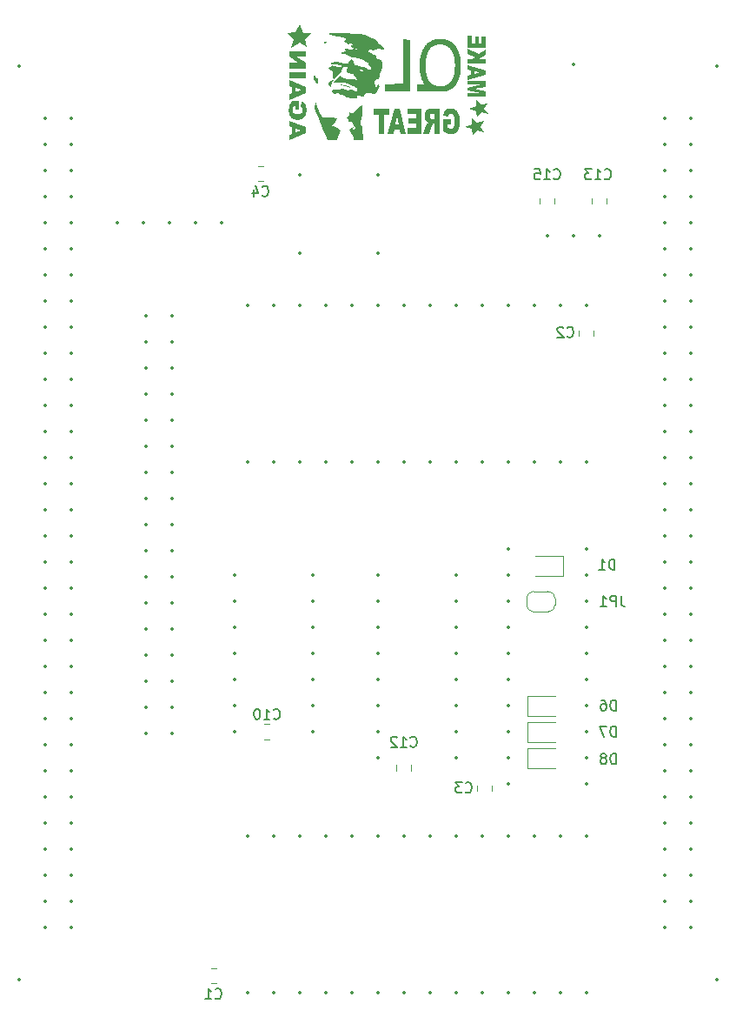
<source format=gbo>
%TF.GenerationSoftware,KiCad,Pcbnew,8.0.5+1*%
%TF.CreationDate,2024-11-07T11:26:01+01:00*%
%TF.ProjectId,QL_MiniTrump3,514c5f4d-696e-4695-9472-756d70332e6b,02*%
%TF.SameCoordinates,Original*%
%TF.FileFunction,Legend,Bot*%
%TF.FilePolarity,Positive*%
%FSLAX46Y46*%
G04 Gerber Fmt 4.6, Leading zero omitted, Abs format (unit mm)*
G04 Created by KiCad (PCBNEW 8.0.5+1) date 2024-11-07 11:26:01*
%MOMM*%
%LPD*%
G01*
G04 APERTURE LIST*
%ADD10C,0.000000*%
%ADD11C,0.150000*%
%ADD12C,0.120000*%
%ADD13C,0.350000*%
G04 APERTURE END LIST*
D10*
G36*
X175012252Y-47169454D02*
G01*
X175356298Y-47169454D01*
X175356298Y-46524709D01*
X175712249Y-46524709D01*
X175712249Y-47169454D01*
X175989627Y-47169454D01*
X175989627Y-46474386D01*
X176362245Y-46474386D01*
X176362245Y-47584646D01*
X174617015Y-47584646D01*
X174617015Y-46454275D01*
X175012252Y-46454275D01*
X175012252Y-47169454D01*
G37*
G36*
X162314906Y-46160560D02*
G01*
X162579084Y-46166385D01*
X162801209Y-46176865D01*
X162957436Y-46192007D01*
X163014691Y-46199407D01*
X163088963Y-46206988D01*
X163276097Y-46221887D01*
X163493898Y-46235098D01*
X163717431Y-46245016D01*
X163839407Y-46249661D01*
X163952581Y-46255023D01*
X164057410Y-46261183D01*
X164154350Y-46268225D01*
X164243856Y-46276229D01*
X164326385Y-46285278D01*
X164402393Y-46295455D01*
X164472335Y-46306840D01*
X164536668Y-46319517D01*
X164595847Y-46333568D01*
X164650329Y-46349074D01*
X164700569Y-46366118D01*
X164747024Y-46384782D01*
X164790150Y-46405148D01*
X164830401Y-46427298D01*
X164868235Y-46451314D01*
X164884466Y-46461942D01*
X164902495Y-46473019D01*
X164943191Y-46496168D01*
X164988808Y-46520054D01*
X165037829Y-46543973D01*
X165088741Y-46567220D01*
X165140028Y-46589090D01*
X165190174Y-46608876D01*
X165237665Y-46625875D01*
X165302570Y-46647966D01*
X165361838Y-46668963D01*
X165415801Y-46689070D01*
X165464790Y-46708491D01*
X165509138Y-46727429D01*
X165549175Y-46746088D01*
X165567681Y-46755376D01*
X165585234Y-46764670D01*
X165601875Y-46773996D01*
X165617647Y-46783380D01*
X165632589Y-46792846D01*
X165646745Y-46802421D01*
X165660155Y-46812128D01*
X165672860Y-46821995D01*
X165684903Y-46832047D01*
X165696325Y-46842308D01*
X165707166Y-46852804D01*
X165717470Y-46863562D01*
X165727276Y-46874605D01*
X165736628Y-46885960D01*
X165745565Y-46897652D01*
X165754130Y-46909706D01*
X165762364Y-46922148D01*
X165770309Y-46935004D01*
X165785495Y-46962057D01*
X165794028Y-46977080D01*
X165804311Y-46993238D01*
X165816227Y-47010405D01*
X165829660Y-47028452D01*
X165844491Y-47047253D01*
X165860604Y-47066682D01*
X165877882Y-47086610D01*
X165896208Y-47106912D01*
X165915464Y-47127460D01*
X165935533Y-47148128D01*
X165956298Y-47168789D01*
X165977642Y-47189315D01*
X165999448Y-47209580D01*
X166021599Y-47229456D01*
X166043977Y-47248818D01*
X166066466Y-47267538D01*
X166099727Y-47295376D01*
X166134012Y-47325462D01*
X166168882Y-47357315D01*
X166203901Y-47390457D01*
X166238632Y-47424409D01*
X166272636Y-47458693D01*
X166305477Y-47492830D01*
X166336717Y-47526342D01*
X166365920Y-47558749D01*
X166392648Y-47589573D01*
X166416463Y-47618335D01*
X166436929Y-47644557D01*
X166453608Y-47667760D01*
X166466063Y-47687465D01*
X166470570Y-47695857D01*
X166473857Y-47703194D01*
X166475869Y-47709418D01*
X166476552Y-47714467D01*
X166476465Y-47715168D01*
X166476208Y-47715935D01*
X166475199Y-47717657D01*
X166473559Y-47719616D01*
X166471323Y-47721794D01*
X166468523Y-47724171D01*
X166465195Y-47726728D01*
X166461371Y-47729449D01*
X166457086Y-47732313D01*
X166447270Y-47738398D01*
X166436018Y-47744834D01*
X166423601Y-47751474D01*
X166410291Y-47758169D01*
X166400918Y-47762320D01*
X166391330Y-47765811D01*
X166381448Y-47768638D01*
X166371194Y-47770796D01*
X166360489Y-47772282D01*
X166349256Y-47773092D01*
X166337415Y-47773222D01*
X166324888Y-47772668D01*
X166311596Y-47771427D01*
X166297463Y-47769494D01*
X166282408Y-47766865D01*
X166266353Y-47763537D01*
X166249220Y-47759506D01*
X166230931Y-47754768D01*
X166190570Y-47743154D01*
X166156239Y-47733855D01*
X166121185Y-47726275D01*
X166085525Y-47720404D01*
X166049377Y-47716231D01*
X166012858Y-47713745D01*
X165976084Y-47712936D01*
X165939174Y-47713792D01*
X165902242Y-47716302D01*
X165865408Y-47720457D01*
X165828787Y-47726245D01*
X165792497Y-47733656D01*
X165756655Y-47742678D01*
X165721378Y-47753301D01*
X165686783Y-47765514D01*
X165652987Y-47779307D01*
X165620106Y-47794668D01*
X165606156Y-47801006D01*
X165592287Y-47806887D01*
X165578512Y-47812300D01*
X165564842Y-47817231D01*
X165551287Y-47821670D01*
X165537860Y-47825606D01*
X165524571Y-47829026D01*
X165511432Y-47831918D01*
X165498455Y-47834272D01*
X165485649Y-47836075D01*
X165473027Y-47837315D01*
X165460600Y-47837982D01*
X165448379Y-47838063D01*
X165436375Y-47837547D01*
X165424600Y-47836422D01*
X165413066Y-47834676D01*
X165319514Y-47817785D01*
X165269393Y-47808532D01*
X165225270Y-47800069D01*
X165213550Y-47798241D01*
X165201550Y-47796994D01*
X165189314Y-47796310D01*
X165176883Y-47796170D01*
X165164301Y-47796554D01*
X165151610Y-47797443D01*
X165138853Y-47798819D01*
X165126073Y-47800663D01*
X165113312Y-47802955D01*
X165100614Y-47805676D01*
X165088021Y-47808807D01*
X165075575Y-47812330D01*
X165063320Y-47816224D01*
X165051298Y-47820472D01*
X165039552Y-47825053D01*
X165028125Y-47829950D01*
X165017060Y-47835142D01*
X165006398Y-47840611D01*
X164996183Y-47846338D01*
X164986458Y-47852304D01*
X164977266Y-47858489D01*
X164968648Y-47864874D01*
X164960649Y-47871441D01*
X164953310Y-47878171D01*
X164946674Y-47885044D01*
X164940784Y-47892041D01*
X164935684Y-47899144D01*
X164931414Y-47906332D01*
X164928020Y-47913588D01*
X164925542Y-47920892D01*
X164924024Y-47928225D01*
X164923508Y-47935567D01*
X164923632Y-47938964D01*
X164924001Y-47942387D01*
X164924612Y-47945836D01*
X164925463Y-47949307D01*
X164927872Y-47956305D01*
X164931206Y-47963362D01*
X164935441Y-47970455D01*
X164940557Y-47977566D01*
X164946530Y-47984672D01*
X164953337Y-47991754D01*
X164960956Y-47998790D01*
X164969365Y-48005760D01*
X164978542Y-48012644D01*
X164988462Y-48019420D01*
X164999105Y-48026067D01*
X165010447Y-48032566D01*
X165022467Y-48038895D01*
X165035141Y-48045034D01*
X165357313Y-48194082D01*
X165411358Y-48219622D01*
X165460831Y-48244170D01*
X165505843Y-48267827D01*
X165546502Y-48290692D01*
X165582919Y-48312866D01*
X165599570Y-48323724D01*
X165615202Y-48334448D01*
X165629827Y-48345049D01*
X165643460Y-48355540D01*
X165656115Y-48365933D01*
X165667804Y-48376241D01*
X165678542Y-48386477D01*
X165688342Y-48396652D01*
X165697219Y-48406780D01*
X165705184Y-48416873D01*
X165712254Y-48426943D01*
X165718440Y-48437003D01*
X165723757Y-48447066D01*
X165728218Y-48457144D01*
X165731837Y-48467250D01*
X165734628Y-48477396D01*
X165736605Y-48487594D01*
X165737780Y-48497858D01*
X165738168Y-48508199D01*
X165737783Y-48518631D01*
X165736637Y-48529166D01*
X165734746Y-48539815D01*
X165732983Y-48549673D01*
X165731847Y-48559467D01*
X165731317Y-48569170D01*
X165731369Y-48578760D01*
X165731982Y-48588210D01*
X165733134Y-48597497D01*
X165734802Y-48606595D01*
X165736965Y-48615479D01*
X165739600Y-48624126D01*
X165742684Y-48632509D01*
X165746197Y-48640605D01*
X165750115Y-48648387D01*
X165754416Y-48655833D01*
X165759079Y-48662916D01*
X165764081Y-48669613D01*
X165769401Y-48675897D01*
X165775015Y-48681745D01*
X165780901Y-48687132D01*
X165787038Y-48692032D01*
X165793404Y-48696422D01*
X165799975Y-48700275D01*
X165806731Y-48703568D01*
X165813649Y-48706276D01*
X165820706Y-48708374D01*
X165827881Y-48709837D01*
X165835151Y-48710640D01*
X165842494Y-48710758D01*
X165849889Y-48710168D01*
X165857312Y-48708843D01*
X165864742Y-48706759D01*
X165872157Y-48703892D01*
X165879534Y-48700216D01*
X165886640Y-48696886D01*
X165894377Y-48694331D01*
X165902705Y-48692532D01*
X165911582Y-48691466D01*
X165920968Y-48691112D01*
X165930822Y-48691450D01*
X165941101Y-48692458D01*
X165951766Y-48694115D01*
X165974088Y-48699291D01*
X165997458Y-48706809D01*
X166021547Y-48716501D01*
X166046027Y-48728197D01*
X166070569Y-48741727D01*
X166094846Y-48756924D01*
X166118527Y-48773617D01*
X166141285Y-48791638D01*
X166162791Y-48810818D01*
X166182717Y-48830987D01*
X166200733Y-48851976D01*
X166208922Y-48862726D01*
X166216511Y-48873617D01*
X166223676Y-48885127D01*
X166230812Y-48898003D01*
X166237876Y-48912107D01*
X166244822Y-48927299D01*
X166251606Y-48943440D01*
X166258185Y-48960391D01*
X166264513Y-48978014D01*
X166270547Y-48996168D01*
X166276242Y-49014714D01*
X166281555Y-49033514D01*
X166286439Y-49052429D01*
X166290852Y-49071319D01*
X166294749Y-49090045D01*
X166298086Y-49108468D01*
X166300818Y-49126450D01*
X166302901Y-49143850D01*
X166305226Y-49181815D01*
X166305181Y-49225283D01*
X166302946Y-49273328D01*
X166298702Y-49325023D01*
X166292630Y-49379441D01*
X166284910Y-49435655D01*
X166275724Y-49492738D01*
X166265252Y-49549764D01*
X166253675Y-49605806D01*
X166241173Y-49659937D01*
X166227927Y-49711230D01*
X166214118Y-49758758D01*
X166199928Y-49801595D01*
X166185535Y-49838814D01*
X166171122Y-49869488D01*
X166156869Y-49892690D01*
X166151890Y-49900246D01*
X166146711Y-49909639D01*
X166141372Y-49920734D01*
X166135914Y-49933393D01*
X166124809Y-49962865D01*
X166113727Y-49996965D01*
X166102999Y-50034606D01*
X166092956Y-50074698D01*
X166083929Y-50116155D01*
X166076249Y-50157888D01*
X166063481Y-50229955D01*
X166050071Y-50296061D01*
X166035904Y-50356386D01*
X166028500Y-50384438D01*
X166020863Y-50411113D01*
X166012979Y-50436434D01*
X166004832Y-50460422D01*
X165996408Y-50483101D01*
X165987694Y-50504494D01*
X165978674Y-50524622D01*
X165969333Y-50543509D01*
X165959658Y-50561177D01*
X165949633Y-50577650D01*
X165939245Y-50592948D01*
X165928478Y-50607096D01*
X165917318Y-50620115D01*
X165905751Y-50632029D01*
X165893762Y-50642859D01*
X165881336Y-50652629D01*
X165868459Y-50661361D01*
X165855117Y-50669078D01*
X165841295Y-50675803D01*
X165826977Y-50681557D01*
X165812151Y-50686364D01*
X165796801Y-50690247D01*
X165780913Y-50693227D01*
X165764471Y-50695327D01*
X165747463Y-50696571D01*
X165729872Y-50696981D01*
X165713109Y-50697152D01*
X165697988Y-50697732D01*
X165684374Y-50698816D01*
X165672131Y-50700503D01*
X165666482Y-50701603D01*
X165661126Y-50702891D01*
X165656044Y-50704377D01*
X165651222Y-50706075D01*
X165646641Y-50707997D01*
X165642285Y-50710155D01*
X165638138Y-50712561D01*
X165634181Y-50715227D01*
X165630399Y-50718165D01*
X165626774Y-50721388D01*
X165623289Y-50724908D01*
X165619928Y-50728737D01*
X165616674Y-50732887D01*
X165613510Y-50737370D01*
X165610419Y-50742199D01*
X165607384Y-50747385D01*
X165601415Y-50758879D01*
X165595468Y-50771951D01*
X165589408Y-50786696D01*
X165583101Y-50803213D01*
X165578775Y-50815697D01*
X165574884Y-50828668D01*
X165571432Y-50842072D01*
X165568422Y-50855854D01*
X165565858Y-50869961D01*
X165563742Y-50884337D01*
X165562078Y-50898929D01*
X165560870Y-50913682D01*
X165560119Y-50928543D01*
X165559830Y-50943455D01*
X165560006Y-50958367D01*
X165560650Y-50973222D01*
X165561765Y-50987967D01*
X165563355Y-51002547D01*
X165565422Y-51016908D01*
X165567971Y-51030996D01*
X165572938Y-51058091D01*
X165577747Y-51088595D01*
X165582277Y-51121453D01*
X165586410Y-51155611D01*
X165590024Y-51190012D01*
X165593001Y-51223604D01*
X165595220Y-51255331D01*
X165596561Y-51284139D01*
X165597265Y-51299396D01*
X165598353Y-51313785D01*
X165599823Y-51327306D01*
X165601672Y-51339960D01*
X165603898Y-51351744D01*
X165606498Y-51362658D01*
X165609471Y-51372702D01*
X165612814Y-51381875D01*
X165616524Y-51390177D01*
X165620601Y-51397607D01*
X165625040Y-51404163D01*
X165629840Y-51409847D01*
X165634999Y-51414656D01*
X165640515Y-51418591D01*
X165646384Y-51421650D01*
X165652605Y-51423833D01*
X165659176Y-51425140D01*
X165666093Y-51425570D01*
X165673356Y-51425122D01*
X165680961Y-51423795D01*
X165688907Y-51421590D01*
X165697191Y-51418504D01*
X165705810Y-51414539D01*
X165714763Y-51409692D01*
X165724047Y-51403964D01*
X165733660Y-51397354D01*
X165743599Y-51389861D01*
X165753863Y-51381484D01*
X165764449Y-51372224D01*
X165775354Y-51362079D01*
X165786577Y-51351048D01*
X165798115Y-51339132D01*
X165810709Y-51325537D01*
X165822046Y-51312650D01*
X165832163Y-51300376D01*
X165841096Y-51288621D01*
X165848881Y-51277293D01*
X165855554Y-51266298D01*
X165861150Y-51255542D01*
X165863556Y-51250224D01*
X165865707Y-51244932D01*
X165867606Y-51239652D01*
X165869259Y-51234374D01*
X165870670Y-51229085D01*
X165871844Y-51223774D01*
X165872784Y-51218430D01*
X165873497Y-51213040D01*
X165873985Y-51207593D01*
X165874254Y-51202077D01*
X165874151Y-51190793D01*
X165873224Y-51179093D01*
X165871510Y-51166884D01*
X165869045Y-51154073D01*
X165862659Y-51123965D01*
X165857113Y-51097257D01*
X165852401Y-51073736D01*
X165850357Y-51063105D01*
X165848520Y-51053192D01*
X165846890Y-51043970D01*
X165845467Y-51035413D01*
X165844249Y-51027496D01*
X165843236Y-51020190D01*
X165842429Y-51013471D01*
X165841825Y-51007311D01*
X165841426Y-51001684D01*
X165841230Y-50996564D01*
X165841236Y-50991925D01*
X165841445Y-50987740D01*
X165841856Y-50983982D01*
X165842137Y-50982256D01*
X165842468Y-50980626D01*
X165842850Y-50979090D01*
X165843282Y-50977645D01*
X165843763Y-50976287D01*
X165844295Y-50975012D01*
X165844877Y-50973818D01*
X165845509Y-50972702D01*
X165846190Y-50971659D01*
X165846921Y-50970687D01*
X165847703Y-50969783D01*
X165848533Y-50968942D01*
X165849414Y-50968163D01*
X165850344Y-50967440D01*
X165851323Y-50966772D01*
X165852352Y-50966155D01*
X165854557Y-50965060D01*
X165856960Y-50964129D01*
X165859559Y-50963336D01*
X165862354Y-50962654D01*
X165865345Y-50962057D01*
X165867071Y-50962084D01*
X165868833Y-50962465D01*
X165870628Y-50963190D01*
X165872452Y-50964251D01*
X165876173Y-50967345D01*
X165879967Y-50971679D01*
X165883806Y-50977184D01*
X165887661Y-50983791D01*
X165891505Y-50991431D01*
X165895309Y-51000036D01*
X165899045Y-51009536D01*
X165902683Y-51019862D01*
X165906197Y-51030947D01*
X165909557Y-51042720D01*
X165912735Y-51055114D01*
X165915703Y-51068059D01*
X165918432Y-51081486D01*
X165920894Y-51095327D01*
X165923465Y-51109470D01*
X165926510Y-51123750D01*
X165929988Y-51138071D01*
X165933862Y-51152337D01*
X165938092Y-51166450D01*
X165942639Y-51180315D01*
X165947465Y-51193836D01*
X165952530Y-51206914D01*
X165957794Y-51219455D01*
X165963220Y-51231362D01*
X165968768Y-51242538D01*
X165974400Y-51252886D01*
X165980075Y-51262311D01*
X165985755Y-51270716D01*
X165991401Y-51278003D01*
X165996975Y-51284078D01*
X166005673Y-51292914D01*
X166013081Y-51301285D01*
X166019148Y-51309466D01*
X166023824Y-51317731D01*
X166025625Y-51321981D01*
X166027060Y-51326357D01*
X166028121Y-51330890D01*
X166028803Y-51335618D01*
X166029099Y-51340573D01*
X166029004Y-51345790D01*
X166027612Y-51357149D01*
X166024577Y-51369969D01*
X166019848Y-51384526D01*
X166013376Y-51401095D01*
X166005108Y-51419952D01*
X165994996Y-51441372D01*
X165982988Y-51465631D01*
X165953085Y-51523763D01*
X165909922Y-51607284D01*
X165864462Y-51696561D01*
X165822112Y-51780929D01*
X165788279Y-51849721D01*
X165770248Y-51885327D01*
X165751809Y-51918472D01*
X165732935Y-51949178D01*
X165713599Y-51977468D01*
X165693774Y-52003364D01*
X165673432Y-52026889D01*
X165652546Y-52048067D01*
X165641891Y-52057782D01*
X165631090Y-52066919D01*
X165620139Y-52075480D01*
X165609035Y-52083468D01*
X165597775Y-52090886D01*
X165586355Y-52097737D01*
X165574772Y-52104024D01*
X165563023Y-52109749D01*
X165551104Y-52114915D01*
X165539011Y-52119526D01*
X165526741Y-52123583D01*
X165514292Y-52127091D01*
X165501659Y-52130051D01*
X165488839Y-52132466D01*
X165475828Y-52134340D01*
X165462624Y-52135675D01*
X165449223Y-52136474D01*
X165435621Y-52136739D01*
X165416977Y-52136579D01*
X165400158Y-52136033D01*
X165385007Y-52135005D01*
X165371367Y-52133398D01*
X165365065Y-52132348D01*
X165359081Y-52131117D01*
X165353398Y-52129694D01*
X165347993Y-52128065D01*
X165342850Y-52126219D01*
X165337946Y-52124145D01*
X165333264Y-52121829D01*
X165328782Y-52119260D01*
X165324483Y-52116426D01*
X165320346Y-52113315D01*
X165316351Y-52109915D01*
X165312479Y-52106213D01*
X165308710Y-52102197D01*
X165305025Y-52097857D01*
X165301404Y-52093178D01*
X165297827Y-52088150D01*
X165290728Y-52076998D01*
X165283572Y-52064302D01*
X165276202Y-52049966D01*
X165268460Y-52033895D01*
X165264028Y-52024847D01*
X165259440Y-52016176D01*
X165254708Y-52007888D01*
X165249843Y-51999989D01*
X165244857Y-51992484D01*
X165239762Y-51985378D01*
X165234568Y-51978677D01*
X165229287Y-51972387D01*
X165223932Y-51966512D01*
X165218512Y-51961059D01*
X165213041Y-51956033D01*
X165207529Y-51951440D01*
X165201988Y-51947284D01*
X165196429Y-51943571D01*
X165190864Y-51940307D01*
X165185304Y-51937498D01*
X165179762Y-51935148D01*
X165174247Y-51933263D01*
X165168773Y-51931849D01*
X165163350Y-51930911D01*
X165157990Y-51930455D01*
X165152704Y-51930486D01*
X165147505Y-51931010D01*
X165142402Y-51932031D01*
X165137409Y-51933556D01*
X165132536Y-51935590D01*
X165127795Y-51938139D01*
X165123198Y-51941208D01*
X165118755Y-51944802D01*
X165114479Y-51948927D01*
X165110381Y-51953588D01*
X165106473Y-51958791D01*
X165103845Y-51961213D01*
X165099996Y-51963660D01*
X165095001Y-51966100D01*
X165088935Y-51968499D01*
X165081873Y-51970823D01*
X165073891Y-51973040D01*
X165065062Y-51975114D01*
X165055464Y-51977014D01*
X165045170Y-51978705D01*
X165034255Y-51980154D01*
X165022796Y-51981328D01*
X165010867Y-51982193D01*
X164998543Y-51982715D01*
X164985899Y-51982862D01*
X164973011Y-51982599D01*
X164959953Y-51981893D01*
X164946441Y-51981771D01*
X164932691Y-51982335D01*
X164918735Y-51983568D01*
X164904603Y-51985450D01*
X164890326Y-51987963D01*
X164875934Y-51991087D01*
X164861459Y-51994805D01*
X164846931Y-51999096D01*
X164817839Y-52009326D01*
X164788904Y-52021627D01*
X164760372Y-52035848D01*
X164732487Y-52051839D01*
X164705497Y-52069450D01*
X164679646Y-52088529D01*
X164655181Y-52108926D01*
X164632347Y-52130492D01*
X164621619Y-52141665D01*
X164611390Y-52153075D01*
X164601692Y-52164701D01*
X164592556Y-52176524D01*
X164584011Y-52188528D01*
X164576089Y-52200691D01*
X164568821Y-52212996D01*
X164562237Y-52225423D01*
X164550405Y-52247680D01*
X164538176Y-52267569D01*
X164525406Y-52285136D01*
X164518771Y-52293062D01*
X164511946Y-52300424D01*
X164504911Y-52307227D01*
X164497648Y-52313478D01*
X164490140Y-52319180D01*
X164482367Y-52324341D01*
X164474311Y-52328965D01*
X164465953Y-52333058D01*
X164457277Y-52336626D01*
X164448262Y-52339673D01*
X164438890Y-52342207D01*
X164429144Y-52344231D01*
X164419004Y-52345752D01*
X164408453Y-52346775D01*
X164386041Y-52347349D01*
X164361762Y-52345998D01*
X164335468Y-52342766D01*
X164307012Y-52337697D01*
X164276246Y-52330835D01*
X164243024Y-52322225D01*
X164208922Y-52312588D01*
X164174089Y-52302329D01*
X164139503Y-52291758D01*
X164106143Y-52281183D01*
X164074987Y-52270912D01*
X164047013Y-52261255D01*
X164023201Y-52252520D01*
X164004529Y-52245016D01*
X163993994Y-52240774D01*
X163983686Y-52237132D01*
X163973613Y-52234082D01*
X163963784Y-52231619D01*
X163954209Y-52229736D01*
X163944895Y-52228428D01*
X163935853Y-52227687D01*
X163927090Y-52227507D01*
X163918616Y-52227883D01*
X163910440Y-52228807D01*
X163902570Y-52230274D01*
X163895016Y-52232277D01*
X163887785Y-52234810D01*
X163880888Y-52237867D01*
X163874332Y-52241441D01*
X163868127Y-52245527D01*
X163862282Y-52250117D01*
X163856805Y-52255205D01*
X163851706Y-52260786D01*
X163846993Y-52266853D01*
X163842675Y-52273399D01*
X163838761Y-52280419D01*
X163835259Y-52287906D01*
X163832180Y-52295853D01*
X163829531Y-52304255D01*
X163827321Y-52313105D01*
X163825560Y-52322397D01*
X163824256Y-52332125D01*
X163823418Y-52342281D01*
X163823054Y-52352861D01*
X163823175Y-52363858D01*
X163823788Y-52375265D01*
X163824437Y-52385554D01*
X163824907Y-52395960D01*
X163825203Y-52406410D01*
X163825329Y-52416835D01*
X163825087Y-52437323D01*
X163824216Y-52456857D01*
X163823554Y-52466090D01*
X163822747Y-52474871D01*
X163821799Y-52483130D01*
X163820714Y-52490797D01*
X163819497Y-52497800D01*
X163818150Y-52504069D01*
X163816680Y-52509532D01*
X163815088Y-52514120D01*
X163814980Y-52515676D01*
X163812657Y-52520852D01*
X163809839Y-52525466D01*
X163806508Y-52529524D01*
X163804644Y-52531347D01*
X163802646Y-52533033D01*
X163798238Y-52535998D01*
X163793265Y-52538425D01*
X163787711Y-52540321D01*
X163781559Y-52541692D01*
X163774791Y-52542544D01*
X163767390Y-52542882D01*
X163759340Y-52542713D01*
X163750623Y-52542043D01*
X163741222Y-52540878D01*
X163731120Y-52539225D01*
X163720300Y-52537088D01*
X163708744Y-52534475D01*
X163684165Y-52529779D01*
X163648850Y-52524500D01*
X163552644Y-52512857D01*
X163433395Y-52500876D01*
X163304372Y-52489889D01*
X163229800Y-52484124D01*
X163162126Y-52478476D01*
X163100997Y-52472869D01*
X163046056Y-52467229D01*
X162996950Y-52461480D01*
X162953325Y-52455548D01*
X162914827Y-52449356D01*
X162897389Y-52446140D01*
X162881100Y-52442831D01*
X162865916Y-52439419D01*
X162851791Y-52435896D01*
X162838683Y-52432251D01*
X162826546Y-52428477D01*
X162815336Y-52424562D01*
X162805009Y-52420498D01*
X162795521Y-52416276D01*
X162786827Y-52411886D01*
X162778883Y-52407318D01*
X162771645Y-52402563D01*
X162765068Y-52397613D01*
X162759109Y-52392456D01*
X162753722Y-52387085D01*
X162748864Y-52381490D01*
X162744490Y-52375661D01*
X162740557Y-52369588D01*
X162736987Y-52363873D01*
X162733157Y-52358328D01*
X162729101Y-52352980D01*
X162724855Y-52347857D01*
X162720454Y-52342986D01*
X162715934Y-52338394D01*
X162711329Y-52334110D01*
X162706676Y-52330160D01*
X162702008Y-52326571D01*
X162697362Y-52323373D01*
X162692773Y-52320591D01*
X162688277Y-52318253D01*
X162683907Y-52316387D01*
X162681781Y-52315639D01*
X162679701Y-52315020D01*
X162677669Y-52314533D01*
X162675692Y-52314180D01*
X162673773Y-52313966D01*
X162671917Y-52313894D01*
X162667805Y-52313515D01*
X162662809Y-52312405D01*
X162656998Y-52310599D01*
X162650440Y-52308135D01*
X162643203Y-52305049D01*
X162635355Y-52301378D01*
X162626966Y-52297159D01*
X162618104Y-52292428D01*
X162599233Y-52281581D01*
X162579289Y-52269129D01*
X162558820Y-52255367D01*
X162538373Y-52240591D01*
X162528571Y-52233373D01*
X162518771Y-52226520D01*
X162508991Y-52220033D01*
X162499245Y-52213914D01*
X162489550Y-52208166D01*
X162479922Y-52202792D01*
X162470377Y-52197792D01*
X162460930Y-52193170D01*
X162451599Y-52188928D01*
X162442398Y-52185068D01*
X162433344Y-52181592D01*
X162424454Y-52178503D01*
X162415742Y-52175802D01*
X162407226Y-52173493D01*
X162398921Y-52171577D01*
X162390843Y-52170057D01*
X162383008Y-52168934D01*
X162375433Y-52168212D01*
X162368132Y-52167892D01*
X162361124Y-52167977D01*
X162354422Y-52168468D01*
X162348044Y-52169369D01*
X162342005Y-52170681D01*
X162336322Y-52172407D01*
X162331010Y-52174548D01*
X162326086Y-52177108D01*
X162321566Y-52180088D01*
X162317465Y-52183491D01*
X162313800Y-52187319D01*
X162310586Y-52191575D01*
X162307841Y-52196259D01*
X162305579Y-52201375D01*
X162304724Y-52202982D01*
X162303511Y-52204214D01*
X162301949Y-52205077D01*
X162300048Y-52205577D01*
X162297819Y-52205721D01*
X162295271Y-52205516D01*
X162289260Y-52204082D01*
X162282094Y-52201327D01*
X162273854Y-52197303D01*
X162264619Y-52192060D01*
X162254469Y-52185651D01*
X162243484Y-52178127D01*
X162231744Y-52169539D01*
X162219329Y-52159940D01*
X162206318Y-52149379D01*
X162192793Y-52137910D01*
X162178831Y-52125583D01*
X162164515Y-52112449D01*
X162149922Y-52098562D01*
X162120652Y-52070908D01*
X162093552Y-52046604D01*
X162068397Y-52025606D01*
X162056481Y-52016335D01*
X162044967Y-52007874D01*
X162033829Y-52000219D01*
X162023039Y-51993364D01*
X162012569Y-51987305D01*
X162002392Y-51982035D01*
X161992478Y-51977549D01*
X161982802Y-51973843D01*
X161973334Y-51970911D01*
X161964048Y-51968748D01*
X161954915Y-51967347D01*
X161945908Y-51966705D01*
X161936998Y-51966816D01*
X161928159Y-51967674D01*
X161919362Y-51969274D01*
X161910579Y-51971612D01*
X161901783Y-51974681D01*
X161892947Y-51978476D01*
X161884041Y-51982992D01*
X161875040Y-51988225D01*
X161865913Y-51994167D01*
X161856635Y-52000815D01*
X161847177Y-52008163D01*
X161837512Y-52016205D01*
X161817447Y-52034353D01*
X161809328Y-52041850D01*
X161801022Y-52049130D01*
X161792587Y-52056156D01*
X161784086Y-52062891D01*
X161775578Y-52069299D01*
X161767124Y-52075343D01*
X161758785Y-52080986D01*
X161750621Y-52086191D01*
X161742693Y-52090921D01*
X161735062Y-52095140D01*
X161727788Y-52098811D01*
X161720932Y-52101897D01*
X161714555Y-52104361D01*
X161708716Y-52106167D01*
X161703477Y-52107278D01*
X161701102Y-52107561D01*
X161698899Y-52107656D01*
X161691549Y-52106868D01*
X161683110Y-52104562D01*
X161673671Y-52100828D01*
X161663318Y-52095755D01*
X161640231Y-52081942D01*
X161614558Y-52063834D01*
X161587007Y-52042141D01*
X161558287Y-52017571D01*
X161529106Y-51990834D01*
X161500175Y-51962640D01*
X161472200Y-51933699D01*
X161445891Y-51904719D01*
X161421956Y-51876410D01*
X161401104Y-51849482D01*
X161384044Y-51824644D01*
X161371485Y-51802605D01*
X161367114Y-51792858D01*
X161364135Y-51784076D01*
X161362634Y-51776349D01*
X161362702Y-51769765D01*
X161364530Y-51760324D01*
X161367316Y-51751895D01*
X161371436Y-51744397D01*
X161377270Y-51737751D01*
X161385193Y-51731877D01*
X161395585Y-51726695D01*
X161408822Y-51722125D01*
X161425283Y-51718088D01*
X161445344Y-51714503D01*
X161469384Y-51711290D01*
X161530909Y-51705663D01*
X161612880Y-51700567D01*
X161718316Y-51695363D01*
X161789913Y-51691436D01*
X161860380Y-51686329D01*
X161927912Y-51680270D01*
X161990701Y-51673486D01*
X162046940Y-51666206D01*
X162094823Y-51658658D01*
X162115066Y-51654854D01*
X162132543Y-51651069D01*
X162147027Y-51647330D01*
X162158292Y-51643667D01*
X162186388Y-51634171D01*
X162216089Y-51626270D01*
X162247341Y-51619964D01*
X162280092Y-51615251D01*
X162314289Y-51612130D01*
X162349881Y-51610600D01*
X162386815Y-51610661D01*
X162425038Y-51612310D01*
X162464498Y-51615547D01*
X162505143Y-51620371D01*
X162546919Y-51626780D01*
X162589775Y-51634775D01*
X162633657Y-51644352D01*
X162678514Y-51655513D01*
X162724294Y-51668255D01*
X162770942Y-51682577D01*
X163001429Y-51756277D01*
X163119080Y-51694967D01*
X163145195Y-51682182D01*
X163171093Y-51671475D01*
X163196781Y-51662848D01*
X163222267Y-51656301D01*
X163247559Y-51651834D01*
X163260135Y-51650380D01*
X163272666Y-51649446D01*
X163285152Y-51649033D01*
X163297594Y-51649140D01*
X163309995Y-51649767D01*
X163322353Y-51650915D01*
X163334671Y-51652582D01*
X163346950Y-51654771D01*
X163359190Y-51657479D01*
X163371393Y-51660708D01*
X163395689Y-51668728D01*
X163419848Y-51678831D01*
X163443876Y-51691016D01*
X163467782Y-51705284D01*
X163491574Y-51721636D01*
X163515259Y-51740072D01*
X163535076Y-51756091D01*
X163555114Y-51771779D01*
X163575219Y-51787037D01*
X163595241Y-51801770D01*
X163615026Y-51815881D01*
X163634423Y-51829272D01*
X163653278Y-51841847D01*
X163671441Y-51853509D01*
X163688758Y-51864162D01*
X163705077Y-51873709D01*
X163720246Y-51882052D01*
X163734113Y-51889095D01*
X163746524Y-51894742D01*
X163757329Y-51898895D01*
X163766375Y-51901458D01*
X163770191Y-51902113D01*
X163773509Y-51902334D01*
X163777252Y-51901855D01*
X163781256Y-51900452D01*
X163785497Y-51898172D01*
X163789948Y-51895061D01*
X163799384Y-51886539D01*
X163809365Y-51875267D01*
X163819693Y-51861625D01*
X163830167Y-51845991D01*
X163840590Y-51828746D01*
X163850761Y-51810270D01*
X163860482Y-51790941D01*
X163869553Y-51771141D01*
X163877775Y-51751248D01*
X163884948Y-51731642D01*
X163890875Y-51712703D01*
X163895354Y-51694811D01*
X163898188Y-51678346D01*
X163899177Y-51663686D01*
X163898431Y-51655243D01*
X163896241Y-51646077D01*
X163892678Y-51636249D01*
X163887812Y-51625820D01*
X163874461Y-51603400D01*
X163856757Y-51579302D01*
X163835270Y-51554009D01*
X163810570Y-51528007D01*
X163783226Y-51501778D01*
X163753809Y-51475809D01*
X163722888Y-51450582D01*
X163691033Y-51426582D01*
X163658814Y-51404293D01*
X163626800Y-51384200D01*
X163595562Y-51366787D01*
X163565669Y-51352538D01*
X163537691Y-51341937D01*
X163524598Y-51338157D01*
X163512198Y-51335470D01*
X163501053Y-51333132D01*
X163488142Y-51329776D01*
X163457646Y-51320267D01*
X163421953Y-51307449D01*
X163382306Y-51291830D01*
X163339949Y-51273915D01*
X163296126Y-51254214D01*
X163252078Y-51233232D01*
X163209051Y-51211477D01*
X163162320Y-51188342D01*
X163107653Y-51163326D01*
X163047038Y-51137233D01*
X162982465Y-51110864D01*
X162915920Y-51085023D01*
X162849391Y-51060513D01*
X162784868Y-51038137D01*
X162724338Y-51018697D01*
X162638713Y-50992830D01*
X162602212Y-50982303D01*
X162569326Y-50973310D01*
X162539611Y-50965797D01*
X162512621Y-50959712D01*
X162487913Y-50955001D01*
X162465041Y-50951612D01*
X162443562Y-50949491D01*
X162423031Y-50948584D01*
X162403002Y-50948840D01*
X162383032Y-50950204D01*
X162362677Y-50952624D01*
X162341490Y-50956047D01*
X162319029Y-50960420D01*
X162294848Y-50965688D01*
X162279087Y-50969303D01*
X162262607Y-50972611D01*
X162245541Y-50975606D01*
X162228024Y-50978281D01*
X162192180Y-50982640D01*
X162156152Y-50985631D01*
X162121019Y-50987198D01*
X162104125Y-50987430D01*
X162087859Y-50987283D01*
X162072356Y-50986752D01*
X162057751Y-50985829D01*
X162044178Y-50984507D01*
X162031772Y-50982778D01*
X162019603Y-50981334D01*
X162006717Y-50980182D01*
X161993226Y-50979319D01*
X161979243Y-50978742D01*
X161950247Y-50978435D01*
X161920622Y-50979238D01*
X161891264Y-50981128D01*
X161863068Y-50984083D01*
X161849684Y-50985952D01*
X161836927Y-50988079D01*
X161824907Y-50990460D01*
X161813737Y-50993093D01*
X161803053Y-50995624D01*
X161792393Y-50997784D01*
X161781777Y-50999580D01*
X161771225Y-51001019D01*
X161760758Y-51002106D01*
X161750398Y-51002849D01*
X161740165Y-51003253D01*
X161730078Y-51003324D01*
X161720161Y-51003071D01*
X161710432Y-51002497D01*
X161700913Y-51001611D01*
X161691624Y-51000418D01*
X161682586Y-50998925D01*
X161673821Y-50997138D01*
X161665347Y-50995063D01*
X161657188Y-50992708D01*
X161649362Y-50990077D01*
X161641890Y-50987179D01*
X161634795Y-50984018D01*
X161628095Y-50980601D01*
X161621813Y-50976936D01*
X161615967Y-50973027D01*
X161610581Y-50968882D01*
X161605673Y-50964507D01*
X161601265Y-50959908D01*
X161597378Y-50955092D01*
X161594032Y-50950065D01*
X161591247Y-50944833D01*
X161589046Y-50939403D01*
X161587447Y-50933781D01*
X161586473Y-50927974D01*
X161586144Y-50921987D01*
X161586349Y-50919833D01*
X161586958Y-50917365D01*
X161589347Y-50911536D01*
X161593230Y-50904586D01*
X161598527Y-50896604D01*
X161605157Y-50887678D01*
X161613040Y-50877896D01*
X161622096Y-50867345D01*
X161632244Y-50856115D01*
X161643404Y-50844292D01*
X161655495Y-50831965D01*
X161682150Y-50806150D01*
X161711566Y-50779374D01*
X161743099Y-50752340D01*
X161777747Y-50722953D01*
X161816101Y-50689516D01*
X161856889Y-50653188D01*
X161898841Y-50615133D01*
X161940687Y-50576511D01*
X161981155Y-50538484D01*
X162018976Y-50502214D01*
X162052878Y-50468862D01*
X162068603Y-50453338D01*
X162084195Y-50438245D01*
X162099561Y-50423662D01*
X162114607Y-50409667D01*
X162129239Y-50396338D01*
X162143364Y-50383756D01*
X162156886Y-50371997D01*
X162169714Y-50361143D01*
X162181752Y-50351270D01*
X162192907Y-50342458D01*
X162203085Y-50334785D01*
X162212193Y-50328331D01*
X162220136Y-50323175D01*
X162226821Y-50319393D01*
X162229663Y-50318044D01*
X162232154Y-50317067D01*
X162234285Y-50316474D01*
X162236042Y-50316274D01*
X162237635Y-50316399D01*
X162239291Y-50316770D01*
X162241005Y-50317380D01*
X162242773Y-50318225D01*
X162246456Y-50320589D01*
X162250307Y-50323815D01*
X162254295Y-50327853D01*
X162258388Y-50332654D01*
X162262553Y-50338169D01*
X162266758Y-50344350D01*
X162270971Y-50351148D01*
X162275160Y-50358513D01*
X162279293Y-50366397D01*
X162283338Y-50374751D01*
X162287262Y-50383525D01*
X162291034Y-50392672D01*
X162294621Y-50402142D01*
X162297992Y-50411886D01*
X162303078Y-50426531D01*
X162308188Y-50439701D01*
X162313466Y-50451494D01*
X162319051Y-50462007D01*
X162325087Y-50471340D01*
X162328319Y-50475593D01*
X162331716Y-50479588D01*
X162335296Y-50483337D01*
X162339078Y-50486851D01*
X162343079Y-50490144D01*
X162347316Y-50493226D01*
X162351808Y-50496112D01*
X162356572Y-50498812D01*
X162361626Y-50501338D01*
X162366988Y-50503705D01*
X162378705Y-50508003D01*
X162391866Y-50511805D01*
X162406612Y-50515209D01*
X162423085Y-50518312D01*
X162441427Y-50521212D01*
X162461780Y-50524007D01*
X162475844Y-50526128D01*
X162490693Y-50528833D01*
X162506197Y-50532083D01*
X162522231Y-50535836D01*
X162555376Y-50544685D01*
X162589112Y-50555051D01*
X162622421Y-50566605D01*
X162654285Y-50579016D01*
X162669357Y-50585440D01*
X162683686Y-50591955D01*
X162697145Y-50598520D01*
X162709608Y-50605092D01*
X162733058Y-50617385D01*
X162756303Y-50628378D01*
X162779222Y-50638055D01*
X162801694Y-50646400D01*
X162823597Y-50653397D01*
X162844812Y-50659030D01*
X162865216Y-50663283D01*
X162884690Y-50666139D01*
X162894039Y-50667039D01*
X162903111Y-50667583D01*
X162911889Y-50667771D01*
X162920358Y-50667599D01*
X162928504Y-50667066D01*
X162936312Y-50666170D01*
X162943765Y-50664909D01*
X162950850Y-50663281D01*
X162957551Y-50661284D01*
X162963852Y-50658916D01*
X162969739Y-50656175D01*
X162975197Y-50653058D01*
X162980210Y-50649564D01*
X162984763Y-50645691D01*
X162988841Y-50641437D01*
X162992430Y-50636800D01*
X162993834Y-50634581D01*
X162995478Y-50632499D01*
X162999468Y-50628738D01*
X163004364Y-50625500D01*
X163010132Y-50622766D01*
X163016737Y-50620518D01*
X163024145Y-50618738D01*
X163032322Y-50617408D01*
X163041233Y-50616510D01*
X163050844Y-50616026D01*
X163061119Y-50615937D01*
X163072026Y-50616226D01*
X163083528Y-50616875D01*
X163095593Y-50617865D01*
X163108184Y-50619178D01*
X163134812Y-50622701D01*
X163188548Y-50630912D01*
X163236915Y-50638123D01*
X163280212Y-50644348D01*
X163318735Y-50649599D01*
X163352785Y-50653889D01*
X163382657Y-50657230D01*
X163408651Y-50659636D01*
X163420287Y-50660492D01*
X163431065Y-50661119D01*
X163441022Y-50661518D01*
X163450197Y-50661692D01*
X163458625Y-50661641D01*
X163466344Y-50661367D01*
X163473391Y-50660872D01*
X163479805Y-50660158D01*
X163485621Y-50659225D01*
X163490878Y-50658076D01*
X163495612Y-50656713D01*
X163499861Y-50655136D01*
X163503662Y-50653347D01*
X163507052Y-50651349D01*
X163510069Y-50649142D01*
X163512749Y-50646728D01*
X163515131Y-50644109D01*
X163517251Y-50641286D01*
X163521055Y-50636214D01*
X163525089Y-50631601D01*
X163529349Y-50627444D01*
X163533832Y-50623744D01*
X163538532Y-50620498D01*
X163543446Y-50617706D01*
X163548570Y-50615367D01*
X163553900Y-50613480D01*
X163559430Y-50612043D01*
X163565158Y-50611056D01*
X163571079Y-50610517D01*
X163577189Y-50610425D01*
X163583483Y-50610779D01*
X163589958Y-50611578D01*
X163596610Y-50612821D01*
X163603434Y-50614507D01*
X163610426Y-50616635D01*
X163617581Y-50619203D01*
X163632368Y-50625656D01*
X163647761Y-50633859D01*
X163663727Y-50643801D01*
X163680232Y-50655475D01*
X163697243Y-50668871D01*
X163714728Y-50683981D01*
X163732652Y-50700796D01*
X163742432Y-50710042D01*
X163752300Y-50718816D01*
X163762190Y-50727085D01*
X163772036Y-50734812D01*
X163781772Y-50741963D01*
X163791330Y-50748504D01*
X163800645Y-50754398D01*
X163809649Y-50759611D01*
X163818277Y-50764108D01*
X163826461Y-50767854D01*
X163834136Y-50770814D01*
X163837761Y-50771989D01*
X163841234Y-50772953D01*
X163844546Y-50773704D01*
X163847689Y-50774237D01*
X163850655Y-50774547D01*
X163853435Y-50774630D01*
X163856022Y-50774481D01*
X163858405Y-50774097D01*
X163860579Y-50773473D01*
X163862533Y-50772603D01*
X163866698Y-50768844D01*
X163869295Y-50763119D01*
X163870402Y-50755562D01*
X163870098Y-50746305D01*
X163868461Y-50735481D01*
X163865569Y-50723224D01*
X163856333Y-50694942D01*
X163843017Y-50662522D01*
X163826247Y-50627028D01*
X163806650Y-50589525D01*
X163784850Y-50551076D01*
X163761475Y-50512747D01*
X163737151Y-50475599D01*
X163712504Y-50440699D01*
X163688159Y-50409111D01*
X163664744Y-50381897D01*
X163642883Y-50360122D01*
X163632732Y-50351608D01*
X163623205Y-50344851D01*
X163614379Y-50339987D01*
X163606333Y-50337148D01*
X163602954Y-50336288D01*
X163599592Y-50335266D01*
X163596253Y-50334087D01*
X163592941Y-50332757D01*
X163586419Y-50329661D01*
X163580061Y-50326016D01*
X163573907Y-50321862D01*
X163567992Y-50317237D01*
X163562355Y-50312180D01*
X163557032Y-50306730D01*
X163552061Y-50300926D01*
X163547480Y-50294807D01*
X163543325Y-50288411D01*
X163539634Y-50281779D01*
X163536444Y-50274948D01*
X163533792Y-50267957D01*
X163531716Y-50260845D01*
X163530906Y-50257256D01*
X163530254Y-50253652D01*
X163528496Y-50244862D01*
X163526149Y-50236584D01*
X163523193Y-50228803D01*
X163519607Y-50221502D01*
X163515372Y-50214665D01*
X163510466Y-50208275D01*
X163504869Y-50202316D01*
X163498562Y-50196771D01*
X163491523Y-50191624D01*
X163483732Y-50186859D01*
X163475170Y-50182460D01*
X163465815Y-50178409D01*
X163455647Y-50174690D01*
X163444646Y-50171287D01*
X163432792Y-50168184D01*
X163420064Y-50165365D01*
X163364123Y-50152780D01*
X163298388Y-50135683D01*
X163226601Y-50115264D01*
X163152506Y-50092710D01*
X163079845Y-50069209D01*
X163012360Y-50045948D01*
X162953795Y-50024117D01*
X162907893Y-50004903D01*
X162897585Y-49999708D01*
X162887865Y-49993908D01*
X162878736Y-49987517D01*
X162870197Y-49980548D01*
X162862250Y-49973014D01*
X162854897Y-49964927D01*
X162848137Y-49956300D01*
X162841972Y-49947146D01*
X162836403Y-49937479D01*
X162831431Y-49927309D01*
X162827058Y-49916652D01*
X162823283Y-49905518D01*
X162817536Y-49881876D01*
X162814198Y-49856485D01*
X162813277Y-49829448D01*
X162814782Y-49800867D01*
X162818720Y-49770845D01*
X162825101Y-49739485D01*
X162831058Y-49717499D01*
X164065466Y-49717499D01*
X164066668Y-49723070D01*
X164069296Y-49729306D01*
X164073366Y-49736198D01*
X164078897Y-49743736D01*
X164085908Y-49751913D01*
X164094415Y-49760718D01*
X164104439Y-49770143D01*
X164115995Y-49780180D01*
X164129104Y-49790818D01*
X164143782Y-49802049D01*
X164160049Y-49813864D01*
X164177921Y-49826253D01*
X164177921Y-49826498D01*
X164189513Y-49834078D01*
X164201292Y-49841291D01*
X164213220Y-49848132D01*
X164225263Y-49854596D01*
X164237382Y-49860678D01*
X164249543Y-49866373D01*
X164261708Y-49871676D01*
X164273842Y-49876583D01*
X164285908Y-49881087D01*
X164297869Y-49885185D01*
X164309689Y-49888871D01*
X164321332Y-49892141D01*
X164332762Y-49894989D01*
X164343942Y-49897410D01*
X164354836Y-49899400D01*
X164365406Y-49900953D01*
X164375619Y-49902064D01*
X164385435Y-49902730D01*
X164394820Y-49902943D01*
X164403737Y-49902701D01*
X164412150Y-49901997D01*
X164420022Y-49900827D01*
X164427316Y-49899185D01*
X164433997Y-49897068D01*
X164440029Y-49894469D01*
X164445374Y-49891384D01*
X164449996Y-49887807D01*
X164453860Y-49883735D01*
X164456928Y-49879162D01*
X164459165Y-49874083D01*
X164460534Y-49868492D01*
X164460998Y-49862386D01*
X164460804Y-49860230D01*
X164460229Y-49857937D01*
X164457970Y-49852970D01*
X164454300Y-49847539D01*
X164449293Y-49841699D01*
X164443025Y-49835504D01*
X164435574Y-49829009D01*
X164427014Y-49822268D01*
X164417422Y-49815336D01*
X164406874Y-49808267D01*
X164395446Y-49801116D01*
X164383215Y-49793938D01*
X164370255Y-49786787D01*
X164356644Y-49779717D01*
X164342457Y-49772783D01*
X164327771Y-49766040D01*
X164312661Y-49759542D01*
X164266760Y-49741159D01*
X164245421Y-49733225D01*
X164225179Y-49726118D01*
X164206054Y-49719829D01*
X164188063Y-49714348D01*
X164171225Y-49709667D01*
X164155557Y-49705777D01*
X164141079Y-49702669D01*
X164127807Y-49700333D01*
X164115760Y-49698761D01*
X164104957Y-49697944D01*
X164095415Y-49697873D01*
X164087153Y-49698538D01*
X164080188Y-49699931D01*
X164074539Y-49702043D01*
X164070224Y-49704865D01*
X164067262Y-49708387D01*
X164065669Y-49712602D01*
X164065466Y-49717499D01*
X162831058Y-49717499D01*
X162833933Y-49706889D01*
X162845223Y-49673160D01*
X162858980Y-49638400D01*
X162875213Y-49602712D01*
X162889825Y-49571253D01*
X162901737Y-49542731D01*
X162906679Y-49529568D01*
X162910943Y-49517135D01*
X162914529Y-49505431D01*
X162917436Y-49494454D01*
X162919663Y-49484203D01*
X162921208Y-49474678D01*
X162922072Y-49465876D01*
X162922253Y-49457797D01*
X162921750Y-49450438D01*
X162920563Y-49443799D01*
X162918691Y-49437879D01*
X162916132Y-49432676D01*
X162912886Y-49428188D01*
X162908953Y-49424415D01*
X162904330Y-49421356D01*
X162899018Y-49419008D01*
X162893015Y-49417370D01*
X162886320Y-49416442D01*
X162878934Y-49416222D01*
X162870854Y-49416708D01*
X162862080Y-49417900D01*
X162852611Y-49419796D01*
X162842446Y-49422395D01*
X162831584Y-49425695D01*
X162820025Y-49429695D01*
X162807767Y-49434393D01*
X162794810Y-49439790D01*
X162781153Y-49445882D01*
X162770472Y-49450603D01*
X162759379Y-49455192D01*
X162747961Y-49459626D01*
X162736307Y-49463881D01*
X162724504Y-49467932D01*
X162712640Y-49471758D01*
X162700802Y-49475332D01*
X162689080Y-49478631D01*
X162677559Y-49481632D01*
X162666330Y-49484311D01*
X162655478Y-49486643D01*
X162645092Y-49488605D01*
X162635260Y-49490172D01*
X162626069Y-49491321D01*
X162617609Y-49492028D01*
X162609965Y-49492269D01*
X162585379Y-49492918D01*
X162562576Y-49494928D01*
X162541457Y-49498396D01*
X162531497Y-49500706D01*
X162521921Y-49503417D01*
X162512717Y-49506541D01*
X162503871Y-49510089D01*
X162495371Y-49514074D01*
X162487206Y-49518507D01*
X162479362Y-49523401D01*
X162471827Y-49528768D01*
X162464588Y-49534619D01*
X162457634Y-49540967D01*
X162450952Y-49547824D01*
X162444530Y-49555202D01*
X162438354Y-49563112D01*
X162432413Y-49571567D01*
X162426694Y-49580579D01*
X162421185Y-49590160D01*
X162410746Y-49611076D01*
X162400998Y-49634412D01*
X162391840Y-49660264D01*
X162383174Y-49688727D01*
X162374900Y-49719900D01*
X162368342Y-49744826D01*
X162361347Y-49768481D01*
X162353765Y-49791101D01*
X162345444Y-49812924D01*
X162336232Y-49834185D01*
X162325980Y-49855123D01*
X162314535Y-49875972D01*
X162301747Y-49896970D01*
X162287464Y-49918354D01*
X162271535Y-49940360D01*
X162253810Y-49963225D01*
X162234137Y-49987185D01*
X162212364Y-50012477D01*
X162188341Y-50039339D01*
X162132941Y-50098714D01*
X162091114Y-50143065D01*
X162048836Y-50188724D01*
X162007265Y-50234379D01*
X161967557Y-50278718D01*
X161930869Y-50320430D01*
X161898359Y-50358202D01*
X161871184Y-50390722D01*
X161850501Y-50416677D01*
X161833345Y-50438713D01*
X161815916Y-50460252D01*
X161798348Y-50481167D01*
X161780774Y-50501329D01*
X161763329Y-50520613D01*
X161746145Y-50538889D01*
X161729356Y-50556030D01*
X161713096Y-50571908D01*
X161697499Y-50586397D01*
X161682698Y-50599368D01*
X161668826Y-50610693D01*
X161656017Y-50620246D01*
X161644405Y-50627898D01*
X161639089Y-50630971D01*
X161634123Y-50633521D01*
X161629523Y-50635533D01*
X161625306Y-50636989D01*
X161621488Y-50637875D01*
X161618085Y-50638174D01*
X161615585Y-50637891D01*
X161612583Y-50637060D01*
X161609120Y-50635708D01*
X161605236Y-50633860D01*
X161600970Y-50631544D01*
X161596363Y-50628785D01*
X161591454Y-50625610D01*
X161586283Y-50622045D01*
X161580890Y-50618117D01*
X161575315Y-50613852D01*
X161569598Y-50609276D01*
X161563779Y-50604416D01*
X161557897Y-50599299D01*
X161551993Y-50593949D01*
X161546106Y-50588395D01*
X161540276Y-50582662D01*
X161532128Y-50574269D01*
X161524919Y-50565963D01*
X161518630Y-50557609D01*
X161513241Y-50549076D01*
X161508735Y-50540230D01*
X161505092Y-50530938D01*
X161502293Y-50521069D01*
X161500320Y-50510488D01*
X161499153Y-50499063D01*
X161498774Y-50486662D01*
X161499163Y-50473150D01*
X161500303Y-50458396D01*
X161502174Y-50442267D01*
X161504758Y-50424629D01*
X161508034Y-50405351D01*
X161511986Y-50384298D01*
X161515352Y-50365480D01*
X161518118Y-50346781D01*
X161520280Y-50328148D01*
X161521834Y-50309530D01*
X161522776Y-50290874D01*
X161523103Y-50272130D01*
X161522811Y-50253245D01*
X161521896Y-50234167D01*
X161520355Y-50214844D01*
X161518184Y-50195225D01*
X161515380Y-50175257D01*
X161511938Y-50154890D01*
X161507856Y-50134070D01*
X161503128Y-50112746D01*
X161497753Y-50090867D01*
X161491726Y-50068380D01*
X161484114Y-50041750D01*
X161476701Y-50017546D01*
X161469327Y-49995545D01*
X161461829Y-49975521D01*
X161454048Y-49957250D01*
X161445821Y-49940507D01*
X161441490Y-49932639D01*
X161436987Y-49925069D01*
X161432293Y-49917769D01*
X161427386Y-49910711D01*
X161422247Y-49903866D01*
X161416857Y-49897208D01*
X161411193Y-49890707D01*
X161405237Y-49884336D01*
X161392367Y-49871871D01*
X161378085Y-49859588D01*
X161362229Y-49847263D01*
X161344639Y-49834671D01*
X161325154Y-49821588D01*
X161303613Y-49807790D01*
X161289128Y-49798496D01*
X161274620Y-49788759D01*
X161260181Y-49778658D01*
X161245905Y-49768271D01*
X161231886Y-49757677D01*
X161218218Y-49746955D01*
X161204994Y-49736182D01*
X161192307Y-49725439D01*
X161180250Y-49714802D01*
X161168919Y-49704352D01*
X161158405Y-49694166D01*
X161148803Y-49684323D01*
X161140206Y-49674901D01*
X161132708Y-49665980D01*
X161126402Y-49657638D01*
X161121382Y-49649953D01*
X161114899Y-49638811D01*
X161109418Y-49628603D01*
X161104974Y-49619192D01*
X161103151Y-49614742D01*
X161101599Y-49610440D01*
X161100323Y-49606267D01*
X161099328Y-49602208D01*
X161098616Y-49598243D01*
X161098192Y-49594358D01*
X161098061Y-49590533D01*
X161098227Y-49586752D01*
X161098693Y-49582997D01*
X161099464Y-49579252D01*
X161100545Y-49575498D01*
X161101939Y-49571720D01*
X161103650Y-49567898D01*
X161105684Y-49564017D01*
X161108043Y-49560059D01*
X161110732Y-49556006D01*
X161113756Y-49551842D01*
X161117118Y-49547549D01*
X161124874Y-49538507D01*
X161134035Y-49528741D01*
X161144633Y-49518115D01*
X161156702Y-49506490D01*
X161164749Y-49498994D01*
X161172881Y-49491717D01*
X161181040Y-49484696D01*
X161189172Y-49477966D01*
X161197222Y-49471565D01*
X161205135Y-49465529D01*
X161212854Y-49459895D01*
X161220326Y-49454698D01*
X161227494Y-49449976D01*
X161234303Y-49445765D01*
X161240698Y-49442102D01*
X161246624Y-49439023D01*
X161252026Y-49436565D01*
X161256848Y-49434763D01*
X161261035Y-49433656D01*
X161262873Y-49433374D01*
X161264532Y-49433279D01*
X161268047Y-49432981D01*
X161272295Y-49432108D01*
X161277220Y-49430690D01*
X161282763Y-49428757D01*
X161288868Y-49426339D01*
X161295477Y-49423465D01*
X161309977Y-49416471D01*
X161325806Y-49408015D01*
X161342503Y-49398337D01*
X161359611Y-49387676D01*
X161376671Y-49376272D01*
X161387627Y-49368718D01*
X161398215Y-49361958D01*
X161408476Y-49355980D01*
X161418449Y-49350772D01*
X161428176Y-49346322D01*
X161437698Y-49342620D01*
X161447055Y-49339654D01*
X161456288Y-49337411D01*
X161465438Y-49335882D01*
X161474545Y-49335054D01*
X161483651Y-49334915D01*
X161492795Y-49335455D01*
X161502020Y-49336662D01*
X161511365Y-49338523D01*
X161520872Y-49341029D01*
X161530580Y-49344167D01*
X161547759Y-49349783D01*
X161568999Y-49356206D01*
X161620314Y-49370576D01*
X161677829Y-49385490D01*
X161734849Y-49399160D01*
X162006876Y-49462270D01*
X162027532Y-49466915D01*
X162046684Y-49470864D01*
X162064493Y-49474109D01*
X162081117Y-49476643D01*
X162096716Y-49478457D01*
X162111452Y-49479543D01*
X162125483Y-49479892D01*
X162138969Y-49479497D01*
X162152070Y-49478350D01*
X162164947Y-49476442D01*
X162177758Y-49473766D01*
X162190664Y-49470313D01*
X162203824Y-49466074D01*
X162217399Y-49461043D01*
X162231548Y-49455210D01*
X162246432Y-49448568D01*
X162255938Y-49444093D01*
X162264982Y-49439612D01*
X162273560Y-49435131D01*
X162281668Y-49430656D01*
X162289304Y-49426193D01*
X162296463Y-49421749D01*
X162303144Y-49417330D01*
X162309342Y-49412943D01*
X162315054Y-49408594D01*
X162320277Y-49404289D01*
X162325008Y-49400034D01*
X162329243Y-49395837D01*
X162332979Y-49391704D01*
X162336213Y-49387640D01*
X162338942Y-49383652D01*
X162341162Y-49379747D01*
X162342870Y-49375931D01*
X162344063Y-49372210D01*
X162344737Y-49368591D01*
X162344889Y-49365080D01*
X162344516Y-49361683D01*
X162343615Y-49358408D01*
X162342183Y-49355259D01*
X162340215Y-49352244D01*
X162337709Y-49349369D01*
X162334661Y-49346641D01*
X162331069Y-49344065D01*
X162326929Y-49341648D01*
X162322237Y-49339397D01*
X162316991Y-49337318D01*
X162311187Y-49335416D01*
X162304822Y-49333700D01*
X162169398Y-49302314D01*
X162043580Y-49275413D01*
X161929409Y-49253323D01*
X161877330Y-49244183D01*
X161828928Y-49236368D01*
X161784459Y-49229917D01*
X161744178Y-49224873D01*
X161708341Y-49221274D01*
X161677202Y-49219163D01*
X161651016Y-49218579D01*
X161630040Y-49219564D01*
X161614528Y-49222157D01*
X161608901Y-49224070D01*
X161604736Y-49226400D01*
X161599808Y-49229521D01*
X161594010Y-49232288D01*
X161587401Y-49234708D01*
X161580042Y-49236788D01*
X161563319Y-49239964D01*
X161544327Y-49241878D01*
X161523554Y-49242594D01*
X161501484Y-49242176D01*
X161478605Y-49240685D01*
X161455404Y-49238187D01*
X161432367Y-49234744D01*
X161409979Y-49230420D01*
X161388729Y-49225277D01*
X161369102Y-49219379D01*
X161351584Y-49212789D01*
X161336663Y-49205572D01*
X161330328Y-49201747D01*
X161324824Y-49197789D01*
X161320213Y-49193705D01*
X161316555Y-49189504D01*
X161312443Y-49183372D01*
X161309052Y-49177121D01*
X161306370Y-49170768D01*
X161304383Y-49164329D01*
X161303076Y-49157818D01*
X161302435Y-49151251D01*
X161302447Y-49144644D01*
X161303099Y-49138012D01*
X161304375Y-49131372D01*
X161306262Y-49124738D01*
X161308746Y-49118126D01*
X161311814Y-49111552D01*
X161315451Y-49105031D01*
X161319643Y-49098578D01*
X161324377Y-49092211D01*
X161329639Y-49085943D01*
X161335414Y-49079790D01*
X161341690Y-49073769D01*
X161348451Y-49067894D01*
X161355685Y-49062182D01*
X161363376Y-49056647D01*
X161371512Y-49051306D01*
X161389062Y-49041266D01*
X161408222Y-49032186D01*
X161428881Y-49024191D01*
X161450928Y-49017405D01*
X161474252Y-49011953D01*
X161524536Y-49003657D01*
X161580700Y-48997188D01*
X161641671Y-48992483D01*
X161706379Y-48989482D01*
X161773752Y-48988123D01*
X161842720Y-48988343D01*
X161912210Y-48990081D01*
X161981153Y-48993276D01*
X162048475Y-48997866D01*
X162113107Y-49003788D01*
X162173977Y-49010982D01*
X162230014Y-49019386D01*
X162280146Y-49028937D01*
X162323303Y-49039575D01*
X162358412Y-49051238D01*
X162384403Y-49063863D01*
X162392756Y-49068609D01*
X162402162Y-49073230D01*
X162412517Y-49077700D01*
X162423719Y-49081994D01*
X162435662Y-49086088D01*
X162448244Y-49089956D01*
X162461362Y-49093575D01*
X162474912Y-49096918D01*
X162488789Y-49099961D01*
X162502891Y-49102679D01*
X162517114Y-49105047D01*
X162531355Y-49107040D01*
X162545510Y-49108634D01*
X162559475Y-49109803D01*
X162573147Y-49110523D01*
X162586423Y-49110769D01*
X162599794Y-49110996D01*
X162613748Y-49111662D01*
X162628172Y-49112743D01*
X162642953Y-49114216D01*
X162657978Y-49116058D01*
X162673134Y-49118246D01*
X162688309Y-49120755D01*
X162703388Y-49123563D01*
X162718260Y-49126647D01*
X162732811Y-49129982D01*
X162746928Y-49133547D01*
X162760498Y-49137316D01*
X162773409Y-49141268D01*
X162785547Y-49145378D01*
X162796799Y-49149624D01*
X162807052Y-49153982D01*
X162826538Y-49162557D01*
X162844268Y-49169426D01*
X162860412Y-49174476D01*
X162867942Y-49176282D01*
X162875140Y-49177591D01*
X162882027Y-49178388D01*
X162888624Y-49178658D01*
X162894953Y-49178388D01*
X162901036Y-49177563D01*
X162906892Y-49176169D01*
X162912545Y-49174191D01*
X162918015Y-49171615D01*
X162923323Y-49168428D01*
X162928492Y-49164614D01*
X162933542Y-49160160D01*
X162938495Y-49155050D01*
X162943372Y-49149272D01*
X162948194Y-49142810D01*
X162952983Y-49135651D01*
X162962548Y-49119182D01*
X162972238Y-49099750D01*
X162982222Y-49077243D01*
X162992673Y-49051545D01*
X163003761Y-49022542D01*
X163010147Y-49006433D01*
X163017182Y-48990508D01*
X163024832Y-48974799D01*
X163033060Y-48959331D01*
X163041832Y-48944135D01*
X163051113Y-48929237D01*
X163071057Y-48900453D01*
X163092610Y-48873205D01*
X163115489Y-48847720D01*
X163139412Y-48824225D01*
X163164096Y-48802946D01*
X163189259Y-48784109D01*
X163201931Y-48775677D01*
X163214616Y-48767941D01*
X163227280Y-48760929D01*
X163239887Y-48754669D01*
X163252401Y-48749190D01*
X163264788Y-48744520D01*
X163277011Y-48740687D01*
X163289036Y-48737719D01*
X163300827Y-48735645D01*
X163312349Y-48734493D01*
X163323566Y-48734292D01*
X163334444Y-48735070D01*
X163344947Y-48736855D01*
X163355039Y-48739675D01*
X163361157Y-48742223D01*
X163367490Y-48745738D01*
X163380715Y-48755508D01*
X163394542Y-48768669D01*
X163408800Y-48784904D01*
X163423318Y-48803894D01*
X163437925Y-48825323D01*
X163452451Y-48848873D01*
X163466723Y-48874227D01*
X163480571Y-48901067D01*
X163493824Y-48929076D01*
X163506310Y-48957936D01*
X163517860Y-48987331D01*
X163528301Y-49016942D01*
X163537462Y-49046453D01*
X163545173Y-49075545D01*
X163551263Y-49103902D01*
X163557030Y-49131318D01*
X163560246Y-49144279D01*
X163563682Y-49156741D01*
X163567338Y-49168704D01*
X163571212Y-49180166D01*
X163575304Y-49191127D01*
X163579612Y-49201586D01*
X163584138Y-49211542D01*
X163588878Y-49220995D01*
X163593833Y-49229944D01*
X163599002Y-49238387D01*
X163604384Y-49246325D01*
X163609978Y-49253756D01*
X163615784Y-49260680D01*
X163621800Y-49267095D01*
X163628025Y-49273002D01*
X163634460Y-49278399D01*
X163641103Y-49283285D01*
X163647953Y-49287660D01*
X163655010Y-49291524D01*
X163662272Y-49294874D01*
X163669739Y-49297711D01*
X163677410Y-49300034D01*
X163685285Y-49301842D01*
X163693361Y-49303133D01*
X163701640Y-49303909D01*
X163710119Y-49304166D01*
X163718799Y-49303906D01*
X163727677Y-49303127D01*
X163736754Y-49301828D01*
X163746029Y-49300008D01*
X163754872Y-49298346D01*
X163763979Y-49297294D01*
X163773328Y-49296847D01*
X163782892Y-49297001D01*
X163792650Y-49297750D01*
X163802576Y-49299091D01*
X163812646Y-49301019D01*
X163822837Y-49303529D01*
X163833124Y-49306617D01*
X163843483Y-49310277D01*
X163853890Y-49314506D01*
X163864322Y-49319299D01*
X163874753Y-49324650D01*
X163885161Y-49330557D01*
X163895520Y-49337013D01*
X163905807Y-49344015D01*
X163915024Y-49350129D01*
X163924801Y-49356081D01*
X163935051Y-49361838D01*
X163945690Y-49367369D01*
X163956632Y-49372640D01*
X163967792Y-49377621D01*
X163979084Y-49382279D01*
X163990423Y-49386583D01*
X164001724Y-49390500D01*
X164012900Y-49393998D01*
X164023867Y-49397046D01*
X164034539Y-49399611D01*
X164044830Y-49401662D01*
X164054656Y-49403167D01*
X164063931Y-49404093D01*
X164072569Y-49404409D01*
X164092315Y-49405462D01*
X164119174Y-49408486D01*
X164190539Y-49419645D01*
X164279282Y-49436282D01*
X164378019Y-49456789D01*
X164479367Y-49479560D01*
X164575943Y-49502990D01*
X164660363Y-49525472D01*
X164725245Y-49545400D01*
X164734003Y-49548616D01*
X164743186Y-49552416D01*
X164752718Y-49556751D01*
X164762523Y-49561571D01*
X164772526Y-49566826D01*
X164782650Y-49572466D01*
X164792820Y-49578442D01*
X164802959Y-49584703D01*
X164812992Y-49591200D01*
X164822842Y-49597882D01*
X164832435Y-49604701D01*
X164841693Y-49611606D01*
X164850541Y-49618547D01*
X164858902Y-49625474D01*
X164866702Y-49632338D01*
X164873864Y-49639089D01*
X164881057Y-49645927D01*
X164888970Y-49653001D01*
X164897521Y-49660257D01*
X164906630Y-49667639D01*
X164926201Y-49682559D01*
X164947043Y-49697317D01*
X164968511Y-49711468D01*
X164989965Y-49724568D01*
X165000486Y-49730585D01*
X165010762Y-49736173D01*
X165020713Y-49741277D01*
X165030260Y-49745840D01*
X165044866Y-49752438D01*
X165058060Y-49758090D01*
X165070006Y-49762776D01*
X165075563Y-49764752D01*
X165080871Y-49766479D01*
X165085950Y-49767957D01*
X165090821Y-49769182D01*
X165095504Y-49770153D01*
X165100021Y-49770867D01*
X165104392Y-49771322D01*
X165108638Y-49771516D01*
X165112779Y-49771447D01*
X165116837Y-49771112D01*
X165120832Y-49770509D01*
X165124784Y-49769636D01*
X165128715Y-49768492D01*
X165132645Y-49767072D01*
X165136595Y-49765376D01*
X165140586Y-49763402D01*
X165144638Y-49761146D01*
X165148773Y-49758607D01*
X165153010Y-49755782D01*
X165157371Y-49752670D01*
X165166546Y-49745575D01*
X165176465Y-49737302D01*
X165187294Y-49727834D01*
X165194009Y-49721787D01*
X165200353Y-49715888D01*
X165206326Y-49710135D01*
X165211929Y-49704525D01*
X165217161Y-49699056D01*
X165222024Y-49693725D01*
X165226519Y-49688530D01*
X165230646Y-49683467D01*
X165234405Y-49678535D01*
X165237797Y-49673731D01*
X165240823Y-49669052D01*
X165243484Y-49664495D01*
X165245779Y-49660059D01*
X165247710Y-49655740D01*
X165249278Y-49651535D01*
X165250482Y-49647443D01*
X165251324Y-49643461D01*
X165251804Y-49639585D01*
X165251923Y-49635814D01*
X165251681Y-49632145D01*
X165251079Y-49628575D01*
X165250118Y-49625102D01*
X165248798Y-49621722D01*
X165247119Y-49618434D01*
X165245084Y-49615235D01*
X165242691Y-49612123D01*
X165239942Y-49609094D01*
X165236837Y-49606146D01*
X165233377Y-49603276D01*
X165229563Y-49600483D01*
X165225395Y-49597763D01*
X165220873Y-49595113D01*
X165217496Y-49593026D01*
X165214215Y-49590461D01*
X165211047Y-49587456D01*
X165208008Y-49584047D01*
X165205116Y-49580271D01*
X165202388Y-49576163D01*
X165199840Y-49571762D01*
X165197489Y-49567102D01*
X165195351Y-49562221D01*
X165193444Y-49557155D01*
X165191785Y-49551941D01*
X165190389Y-49546615D01*
X165189274Y-49541213D01*
X165188458Y-49535773D01*
X165187955Y-49530331D01*
X165187784Y-49524923D01*
X165187608Y-49522103D01*
X165187085Y-49519040D01*
X165185033Y-49512225D01*
X165181699Y-49504561D01*
X165177150Y-49496131D01*
X165171456Y-49487016D01*
X165164686Y-49477298D01*
X165156909Y-49467060D01*
X165148193Y-49456384D01*
X165138609Y-49445352D01*
X165128224Y-49434047D01*
X165117108Y-49422550D01*
X165105330Y-49410944D01*
X165092958Y-49399311D01*
X165080063Y-49387733D01*
X165066712Y-49376293D01*
X165052975Y-49365072D01*
X165032048Y-49348237D01*
X165013453Y-49332852D01*
X164997087Y-49318737D01*
X164982847Y-49305714D01*
X164970627Y-49293604D01*
X164965243Y-49287836D01*
X164960324Y-49282230D01*
X164955860Y-49276762D01*
X164951835Y-49271412D01*
X164948238Y-49266156D01*
X164945054Y-49260972D01*
X164942273Y-49255839D01*
X164939879Y-49250733D01*
X164937861Y-49245632D01*
X164936204Y-49240515D01*
X164934898Y-49235358D01*
X164933927Y-49230140D01*
X164933280Y-49224838D01*
X164932942Y-49219430D01*
X164932903Y-49213893D01*
X164933147Y-49208206D01*
X164933662Y-49202346D01*
X164934436Y-49196290D01*
X164936707Y-49183503D01*
X164939854Y-49169668D01*
X164943059Y-49155932D01*
X164945541Y-49143521D01*
X164947237Y-49132322D01*
X164947769Y-49127141D01*
X164948081Y-49122221D01*
X164948163Y-49117547D01*
X164948008Y-49113104D01*
X164947607Y-49108880D01*
X164946953Y-49104859D01*
X164946038Y-49101027D01*
X164944852Y-49097370D01*
X164943389Y-49093874D01*
X164941639Y-49090524D01*
X164939596Y-49087307D01*
X164937250Y-49084208D01*
X164934594Y-49081213D01*
X164931619Y-49078308D01*
X164928318Y-49075479D01*
X164924682Y-49072711D01*
X164920703Y-49069990D01*
X164916373Y-49067302D01*
X164906628Y-49061968D01*
X164895381Y-49056595D01*
X164882569Y-49051069D01*
X164868125Y-49045278D01*
X164846233Y-49035823D01*
X164819763Y-49022925D01*
X164789726Y-49007157D01*
X164757134Y-48989091D01*
X164722997Y-48969302D01*
X164688330Y-48948362D01*
X164654142Y-48926845D01*
X164621446Y-48905324D01*
X164553730Y-48860694D01*
X164488225Y-48819746D01*
X164424578Y-48782381D01*
X164362435Y-48748504D01*
X164301442Y-48718015D01*
X164241245Y-48690819D01*
X164181490Y-48666818D01*
X164121824Y-48645914D01*
X164061892Y-48628010D01*
X164001342Y-48613009D01*
X163939818Y-48600813D01*
X163876967Y-48591326D01*
X163812436Y-48584449D01*
X163745870Y-48580086D01*
X163676916Y-48578140D01*
X163605219Y-48578512D01*
X163578586Y-48578643D01*
X163553943Y-48578323D01*
X163531066Y-48577492D01*
X163509733Y-48576090D01*
X163489721Y-48574057D01*
X163470808Y-48571334D01*
X163452770Y-48567860D01*
X163435385Y-48563577D01*
X163418430Y-48558425D01*
X163401682Y-48552343D01*
X163384918Y-48545273D01*
X163367916Y-48537154D01*
X163350452Y-48527927D01*
X163332303Y-48517533D01*
X163313248Y-48505911D01*
X163293062Y-48493001D01*
X163279134Y-48484092D01*
X163265040Y-48475429D01*
X163250879Y-48467059D01*
X163236747Y-48459026D01*
X163222740Y-48451375D01*
X163208954Y-48444153D01*
X163195486Y-48437404D01*
X163182432Y-48431173D01*
X163169890Y-48425506D01*
X163157955Y-48420447D01*
X163146723Y-48416043D01*
X163136292Y-48412338D01*
X163126758Y-48409377D01*
X163118217Y-48407207D01*
X163110766Y-48405871D01*
X163104500Y-48405416D01*
X163098183Y-48404958D01*
X163090562Y-48403617D01*
X163081741Y-48401439D01*
X163071822Y-48398470D01*
X163060908Y-48394758D01*
X163049101Y-48390349D01*
X163023220Y-48379629D01*
X162994998Y-48366682D01*
X162965255Y-48351883D01*
X162934813Y-48335607D01*
X162904491Y-48318227D01*
X162885765Y-48307326D01*
X162866864Y-48297043D01*
X162847763Y-48287369D01*
X162828435Y-48278291D01*
X162808856Y-48269798D01*
X162789000Y-48261879D01*
X162768842Y-48254523D01*
X162748357Y-48247716D01*
X162727518Y-48241450D01*
X162706302Y-48235711D01*
X162684681Y-48230488D01*
X162662632Y-48225770D01*
X162640129Y-48221546D01*
X162617145Y-48217804D01*
X162593657Y-48214533D01*
X162569638Y-48211721D01*
X162544848Y-48208910D01*
X162521229Y-48205685D01*
X162498799Y-48202070D01*
X162477575Y-48198089D01*
X162457575Y-48193767D01*
X162438816Y-48189129D01*
X162421318Y-48184199D01*
X162405097Y-48179003D01*
X162390170Y-48173564D01*
X162376557Y-48167907D01*
X162364274Y-48162056D01*
X162353340Y-48156038D01*
X162343772Y-48149875D01*
X162335588Y-48143593D01*
X162328806Y-48137216D01*
X162323443Y-48130769D01*
X162319517Y-48124277D01*
X162317046Y-48117763D01*
X162316048Y-48111254D01*
X162316540Y-48104773D01*
X162318541Y-48098344D01*
X162322067Y-48091994D01*
X162327138Y-48085745D01*
X162333770Y-48079623D01*
X162341981Y-48073653D01*
X162351789Y-48067858D01*
X162363212Y-48062265D01*
X162376268Y-48056896D01*
X162390974Y-48051778D01*
X162407348Y-48046934D01*
X162425408Y-48042389D01*
X162445171Y-48038167D01*
X162455295Y-48036034D01*
X162465325Y-48033700D01*
X162475202Y-48031186D01*
X162484866Y-48028515D01*
X162494257Y-48025707D01*
X162503315Y-48022784D01*
X162511981Y-48019768D01*
X162520193Y-48016679D01*
X162527893Y-48013541D01*
X162535020Y-48010373D01*
X162541514Y-48007198D01*
X162547315Y-48004037D01*
X162552364Y-48000911D01*
X162556599Y-47997843D01*
X162558394Y-47996337D01*
X162559963Y-47994853D01*
X162561298Y-47993395D01*
X162562393Y-47991964D01*
X162564654Y-47989085D01*
X162567514Y-47986305D01*
X162570930Y-47983636D01*
X162574861Y-47981089D01*
X162579261Y-47978676D01*
X162584089Y-47976411D01*
X162589302Y-47974304D01*
X162594856Y-47972368D01*
X162600708Y-47970614D01*
X162606816Y-47969056D01*
X162613136Y-47967704D01*
X162619625Y-47966571D01*
X162626240Y-47965669D01*
X162632939Y-47965009D01*
X162639678Y-47964605D01*
X162646413Y-47964467D01*
X162655338Y-47964225D01*
X162663801Y-47963511D01*
X162671799Y-47962347D01*
X162679325Y-47960754D01*
X162686377Y-47958753D01*
X162692947Y-47956365D01*
X162699032Y-47953611D01*
X162704626Y-47950512D01*
X162709725Y-47947089D01*
X162714322Y-47943364D01*
X162718415Y-47939357D01*
X162721996Y-47935089D01*
X162725062Y-47930582D01*
X162727607Y-47925856D01*
X162729627Y-47920933D01*
X162731116Y-47915834D01*
X162732069Y-47910579D01*
X162732482Y-47905190D01*
X162732349Y-47899688D01*
X162731666Y-47894094D01*
X162730427Y-47888428D01*
X162728627Y-47882713D01*
X162726262Y-47876969D01*
X162723327Y-47871217D01*
X162719816Y-47865478D01*
X162715724Y-47859773D01*
X162711047Y-47854124D01*
X162705779Y-47848551D01*
X162699916Y-47843075D01*
X162693452Y-47837718D01*
X162686383Y-47832500D01*
X162678703Y-47827444D01*
X162666586Y-47819801D01*
X162656043Y-47812927D01*
X162647056Y-47806694D01*
X162643139Y-47803778D01*
X162639604Y-47800976D01*
X162636448Y-47798270D01*
X162633669Y-47795646D01*
X162631265Y-47793088D01*
X162629232Y-47790579D01*
X162627569Y-47788104D01*
X162626273Y-47785647D01*
X162625341Y-47783193D01*
X162624772Y-47780725D01*
X162624563Y-47778228D01*
X162624711Y-47775686D01*
X162625214Y-47773083D01*
X162626070Y-47770403D01*
X162627276Y-47767631D01*
X162628830Y-47764751D01*
X162630729Y-47761747D01*
X162632971Y-47758603D01*
X162635553Y-47755303D01*
X162638474Y-47751832D01*
X162645320Y-47744313D01*
X162653490Y-47735918D01*
X162662963Y-47726522D01*
X162677054Y-47714588D01*
X162691916Y-47704289D01*
X162707584Y-47695628D01*
X162724098Y-47688611D01*
X162741492Y-47683243D01*
X162759805Y-47679530D01*
X162779072Y-47677476D01*
X162799332Y-47677087D01*
X162820621Y-47678368D01*
X162842975Y-47681323D01*
X162866433Y-47685959D01*
X162891030Y-47692280D01*
X162916804Y-47700291D01*
X162943791Y-47709997D01*
X162972029Y-47721405D01*
X163001554Y-47734518D01*
X163028216Y-47745634D01*
X163056245Y-47755103D01*
X163085400Y-47762935D01*
X163115441Y-47769136D01*
X163146126Y-47773715D01*
X163177214Y-47776680D01*
X163208466Y-47778038D01*
X163239640Y-47777799D01*
X163270495Y-47775970D01*
X163300791Y-47772558D01*
X163330286Y-47767573D01*
X163348564Y-47763365D01*
X163636914Y-47763365D01*
X163637263Y-47766083D01*
X163638187Y-47768824D01*
X163639690Y-47771582D01*
X163641774Y-47774354D01*
X163644442Y-47777135D01*
X163647697Y-47779920D01*
X163651542Y-47782705D01*
X163655981Y-47785485D01*
X163661017Y-47788256D01*
X163666652Y-47791013D01*
X163672889Y-47793751D01*
X163679732Y-47796466D01*
X163687183Y-47799154D01*
X163687171Y-47798665D01*
X163701406Y-47803358D01*
X163715269Y-47807310D01*
X163728723Y-47810526D01*
X163741731Y-47813012D01*
X163754257Y-47814773D01*
X163766264Y-47815813D01*
X163772061Y-47816064D01*
X163777715Y-47816137D01*
X163783220Y-47816033D01*
X163788573Y-47815752D01*
X163793768Y-47815294D01*
X163798801Y-47814660D01*
X163803668Y-47813851D01*
X163808364Y-47812868D01*
X163812884Y-47811711D01*
X163817223Y-47810380D01*
X163821378Y-47808877D01*
X163825343Y-47807201D01*
X163829113Y-47805355D01*
X163832686Y-47803337D01*
X163836054Y-47801149D01*
X163839215Y-47798792D01*
X163842163Y-47796266D01*
X163844895Y-47793571D01*
X163847404Y-47790709D01*
X163849687Y-47787679D01*
X163852826Y-47782900D01*
X163855484Y-47778264D01*
X163857664Y-47773774D01*
X163859373Y-47769434D01*
X163860615Y-47765247D01*
X163861396Y-47761215D01*
X163861718Y-47757344D01*
X163861589Y-47753635D01*
X163861012Y-47750092D01*
X163859993Y-47746719D01*
X163858536Y-47743518D01*
X163856647Y-47740494D01*
X163854329Y-47737649D01*
X163851589Y-47734986D01*
X163848430Y-47732509D01*
X163844858Y-47730222D01*
X163840878Y-47728127D01*
X163836495Y-47726229D01*
X163831713Y-47724529D01*
X163826537Y-47723032D01*
X163815023Y-47720659D01*
X163801994Y-47719135D01*
X163787487Y-47718487D01*
X163771542Y-47718742D01*
X163754198Y-47719927D01*
X163735493Y-47722066D01*
X163725495Y-47723490D01*
X163716013Y-47725023D01*
X163707052Y-47726660D01*
X163698614Y-47728398D01*
X163690703Y-47730231D01*
X163683320Y-47732155D01*
X163676471Y-47734165D01*
X163670157Y-47736257D01*
X163664381Y-47738426D01*
X163659147Y-47740668D01*
X163654457Y-47742979D01*
X163650315Y-47745352D01*
X163646724Y-47747785D01*
X163643687Y-47750272D01*
X163641207Y-47752809D01*
X163639286Y-47755392D01*
X163637928Y-47758015D01*
X163637137Y-47760674D01*
X163636914Y-47763365D01*
X163348564Y-47763365D01*
X163358741Y-47761022D01*
X163385914Y-47752913D01*
X163411565Y-47743254D01*
X163435452Y-47732054D01*
X163457336Y-47719320D01*
X163462571Y-47715715D01*
X163467346Y-47711960D01*
X163471667Y-47708074D01*
X163475540Y-47704073D01*
X163478970Y-47699975D01*
X163481962Y-47695797D01*
X163484523Y-47691556D01*
X163486656Y-47687270D01*
X163488369Y-47682955D01*
X163489667Y-47678630D01*
X163490554Y-47674311D01*
X163491037Y-47670015D01*
X163491121Y-47665761D01*
X163490811Y-47661565D01*
X163490114Y-47657445D01*
X163489034Y-47653417D01*
X163487578Y-47649500D01*
X163485750Y-47645710D01*
X163483556Y-47642064D01*
X163481001Y-47638581D01*
X163478092Y-47635277D01*
X163474834Y-47632170D01*
X163471231Y-47629276D01*
X163467290Y-47626614D01*
X163463017Y-47624200D01*
X163458416Y-47622052D01*
X163453493Y-47620187D01*
X163448254Y-47618622D01*
X163442704Y-47617375D01*
X163436849Y-47616463D01*
X163430695Y-47615903D01*
X163424245Y-47615713D01*
X163418747Y-47615254D01*
X163412864Y-47613908D01*
X163406630Y-47611716D01*
X163400081Y-47608722D01*
X163393252Y-47604970D01*
X163386177Y-47600501D01*
X163371428Y-47589590D01*
X163356112Y-47576333D01*
X163340509Y-47561074D01*
X163324895Y-47544160D01*
X163309549Y-47525934D01*
X163294748Y-47506741D01*
X163280772Y-47486926D01*
X163267897Y-47466835D01*
X163256402Y-47446811D01*
X163246565Y-47427199D01*
X163238665Y-47408345D01*
X163232978Y-47390593D01*
X163231051Y-47382238D01*
X163229783Y-47374288D01*
X163228666Y-47363555D01*
X163228117Y-47353952D01*
X163228257Y-47345435D01*
X163229210Y-47337962D01*
X163230028Y-47334604D01*
X163231095Y-47331490D01*
X163232425Y-47328615D01*
X163234034Y-47325974D01*
X163235937Y-47323562D01*
X163238149Y-47321374D01*
X163240686Y-47319402D01*
X163243562Y-47317644D01*
X163246793Y-47316092D01*
X163250394Y-47314742D01*
X163254380Y-47313588D01*
X163258766Y-47312624D01*
X163268801Y-47311249D01*
X163280619Y-47310572D01*
X163294343Y-47310550D01*
X163310093Y-47311140D01*
X163327992Y-47312300D01*
X163348161Y-47313985D01*
X163377362Y-47314824D01*
X163390317Y-47314647D01*
X163402183Y-47314100D01*
X163412967Y-47313199D01*
X163422675Y-47311966D01*
X163431313Y-47310418D01*
X163438889Y-47308576D01*
X163445407Y-47306458D01*
X163450876Y-47304083D01*
X163455300Y-47301471D01*
X163458688Y-47298641D01*
X163461044Y-47295611D01*
X163462375Y-47292402D01*
X163462689Y-47289032D01*
X163461990Y-47285520D01*
X163460287Y-47281886D01*
X163457584Y-47278148D01*
X163453889Y-47274326D01*
X163449207Y-47270439D01*
X163443547Y-47266507D01*
X163436912Y-47262547D01*
X163429311Y-47258580D01*
X163420750Y-47254625D01*
X163400771Y-47246825D01*
X163377027Y-47239302D01*
X163349570Y-47232209D01*
X163318451Y-47225698D01*
X163294878Y-47221573D01*
X163272287Y-47218130D01*
X163250576Y-47215380D01*
X163229643Y-47213331D01*
X163209384Y-47211993D01*
X163189697Y-47211375D01*
X163170479Y-47211487D01*
X163151627Y-47212339D01*
X163133038Y-47213939D01*
X163114610Y-47216298D01*
X163096240Y-47219425D01*
X163077825Y-47223329D01*
X163059262Y-47228020D01*
X163040449Y-47233507D01*
X163021282Y-47239800D01*
X163001660Y-47246908D01*
X162997959Y-47248255D01*
X162994328Y-47249408D01*
X162990766Y-47250364D01*
X162987268Y-47251121D01*
X162983831Y-47251678D01*
X162980452Y-47252032D01*
X162977127Y-47252183D01*
X162973854Y-47252129D01*
X162970630Y-47251867D01*
X162967450Y-47251396D01*
X162964312Y-47250715D01*
X162961212Y-47249821D01*
X162958148Y-47248713D01*
X162955116Y-47247390D01*
X162952112Y-47245849D01*
X162949134Y-47244089D01*
X162946178Y-47242107D01*
X162943241Y-47239904D01*
X162940320Y-47237476D01*
X162937411Y-47234821D01*
X162934512Y-47231939D01*
X162931618Y-47228828D01*
X162925836Y-47221909D01*
X162920040Y-47214053D01*
X162914202Y-47205243D01*
X162908297Y-47195468D01*
X162902300Y-47184713D01*
X162896022Y-47173723D01*
X162889557Y-47163637D01*
X162882852Y-47154410D01*
X162875856Y-47145997D01*
X162868520Y-47138356D01*
X162860791Y-47131442D01*
X162852619Y-47125211D01*
X162843953Y-47119619D01*
X162834741Y-47114622D01*
X162824932Y-47110176D01*
X162814476Y-47106237D01*
X162803321Y-47102762D01*
X162791416Y-47099705D01*
X162778711Y-47097024D01*
X162765153Y-47094674D01*
X162750693Y-47092611D01*
X162738235Y-47091348D01*
X162726127Y-47089627D01*
X162714394Y-47087456D01*
X162703059Y-47084846D01*
X162692147Y-47081805D01*
X162681681Y-47078344D01*
X162671686Y-47074472D01*
X162662186Y-47070199D01*
X162653203Y-47065535D01*
X162644764Y-47060488D01*
X162640755Y-47057825D01*
X162636891Y-47055069D01*
X162633175Y-47052223D01*
X162629609Y-47049288D01*
X162626197Y-47046264D01*
X162622942Y-47043153D01*
X162619846Y-47039956D01*
X162616913Y-47036675D01*
X162614146Y-47033309D01*
X162611548Y-47029862D01*
X162609121Y-47026334D01*
X162606869Y-47022726D01*
X162601439Y-47013308D01*
X162597022Y-47004553D01*
X162595210Y-47000389D01*
X162593673Y-46996349D01*
X162592417Y-46992421D01*
X162591449Y-46988589D01*
X162590776Y-46984841D01*
X162590406Y-46981163D01*
X162590344Y-46977541D01*
X162590599Y-46973961D01*
X162591177Y-46970411D01*
X162592086Y-46966875D01*
X162593332Y-46963341D01*
X162594921Y-46959794D01*
X162596863Y-46956222D01*
X162599162Y-46952611D01*
X162601827Y-46948946D01*
X162604864Y-46945214D01*
X162608280Y-46941402D01*
X162612083Y-46937496D01*
X162620875Y-46929346D01*
X162631297Y-46920656D01*
X162643404Y-46911316D01*
X162657253Y-46901216D01*
X162672899Y-46890249D01*
X162686129Y-46880746D01*
X162698354Y-46871341D01*
X162709593Y-46862002D01*
X162719869Y-46852700D01*
X162729202Y-46843403D01*
X162737613Y-46834080D01*
X162745124Y-46824702D01*
X162751755Y-46815237D01*
X162757527Y-46805654D01*
X162762461Y-46795924D01*
X162766578Y-46786015D01*
X162769900Y-46775897D01*
X162772447Y-46765538D01*
X162774240Y-46754909D01*
X162775301Y-46743979D01*
X162775650Y-46732717D01*
X162775521Y-46723926D01*
X162775143Y-46715386D01*
X162774529Y-46707136D01*
X162773692Y-46699214D01*
X162772644Y-46691660D01*
X162771399Y-46684510D01*
X162769968Y-46677805D01*
X162768366Y-46671583D01*
X162766604Y-46665882D01*
X162765668Y-46663239D01*
X162764696Y-46660741D01*
X162763691Y-46658392D01*
X162762654Y-46656199D01*
X162761587Y-46654164D01*
X162760492Y-46652294D01*
X162759369Y-46650592D01*
X162758221Y-46649065D01*
X162757049Y-46647716D01*
X162755856Y-46646550D01*
X162754641Y-46645573D01*
X162753407Y-46644789D01*
X162752157Y-46644203D01*
X162750890Y-46643819D01*
X162691790Y-46641569D01*
X162667780Y-46640260D01*
X162641439Y-46638386D01*
X162613451Y-46635813D01*
X162584498Y-46632406D01*
X162569865Y-46631240D01*
X162555233Y-46629817D01*
X162540696Y-46628155D01*
X162526347Y-46626272D01*
X162512279Y-46624187D01*
X162498585Y-46621919D01*
X162485359Y-46619488D01*
X162472694Y-46616910D01*
X162460684Y-46614207D01*
X162449420Y-46611395D01*
X162438997Y-46608494D01*
X162429509Y-46605524D01*
X162421047Y-46602501D01*
X162413706Y-46599446D01*
X162407578Y-46596377D01*
X162402757Y-46593313D01*
X162392445Y-46587470D01*
X162376443Y-46580864D01*
X162328065Y-46565508D01*
X162259010Y-46547551D01*
X162170667Y-46527296D01*
X162064426Y-46505046D01*
X161941675Y-46481106D01*
X161652197Y-46429372D01*
X161607705Y-46421225D01*
X161563593Y-46412405D01*
X161521010Y-46403166D01*
X161481108Y-46393766D01*
X161445038Y-46384460D01*
X161413951Y-46375505D01*
X161400636Y-46371239D01*
X161388998Y-46367156D01*
X161379181Y-46363289D01*
X161371329Y-46359670D01*
X161363954Y-46356109D01*
X161355524Y-46352492D01*
X161335888Y-46345174D01*
X161313201Y-46337897D01*
X161288244Y-46330839D01*
X161261798Y-46324178D01*
X161234643Y-46318094D01*
X161207560Y-46312765D01*
X161181328Y-46308370D01*
X161152746Y-46303815D01*
X161128125Y-46298882D01*
X161107463Y-46293590D01*
X161098615Y-46290816D01*
X161090756Y-46287960D01*
X161083886Y-46285024D01*
X161078004Y-46282010D01*
X161073109Y-46278922D01*
X161069201Y-46275760D01*
X161066281Y-46272529D01*
X161064347Y-46269230D01*
X161063400Y-46265865D01*
X161063438Y-46262437D01*
X161064462Y-46258949D01*
X161066472Y-46255403D01*
X161069467Y-46251801D01*
X161073446Y-46248146D01*
X161078409Y-46244440D01*
X161084357Y-46240685D01*
X161091288Y-46236885D01*
X161099203Y-46233041D01*
X161117980Y-46225232D01*
X161140687Y-46217277D01*
X161167321Y-46209196D01*
X161197878Y-46201009D01*
X161245108Y-46191761D01*
X161314614Y-46183667D01*
X161508531Y-46170944D01*
X161755783Y-46162847D01*
X162032524Y-46159383D01*
X162314906Y-46160560D01*
G37*
G36*
X158564010Y-46127370D02*
G01*
X159395798Y-46181722D01*
X158782247Y-46722616D01*
X158974893Y-47527639D01*
X158227251Y-47101034D01*
X157449629Y-47576742D01*
X157637104Y-46719717D01*
X156970973Y-46127920D01*
X157882383Y-46115133D01*
X158231347Y-45310262D01*
X158564010Y-46127370D01*
G37*
G36*
X175522592Y-54878286D02*
G01*
X176189331Y-54739400D01*
X175835901Y-55282827D01*
X176213373Y-55798513D01*
X175516304Y-55645071D01*
X175115419Y-56089467D01*
X175019119Y-55519857D01*
X174391544Y-55292867D01*
X175006816Y-55050771D01*
X175026357Y-54416311D01*
X175522592Y-54878286D01*
G37*
G36*
X158167167Y-53657705D02*
G01*
X157822258Y-53657705D01*
X157822136Y-53291769D01*
X157666099Y-53291769D01*
X157651677Y-53318262D01*
X157638348Y-53344000D01*
X157626112Y-53368983D01*
X157614971Y-53393213D01*
X157604924Y-53416688D01*
X157595971Y-53439410D01*
X157588114Y-53461379D01*
X157581352Y-53482595D01*
X157575525Y-53503556D01*
X157570475Y-53524783D01*
X157566200Y-53546275D01*
X157562702Y-53568033D01*
X157559980Y-53590055D01*
X157558036Y-53612341D01*
X157556869Y-53634891D01*
X157556480Y-53657705D01*
X157556931Y-53681527D01*
X157558282Y-53704690D01*
X157560536Y-53727192D01*
X157563690Y-53749034D01*
X157567745Y-53770216D01*
X157572702Y-53790738D01*
X157578560Y-53810600D01*
X157585319Y-53829801D01*
X157592980Y-53848342D01*
X157601541Y-53866223D01*
X157611004Y-53883444D01*
X157621368Y-53900005D01*
X157632633Y-53915905D01*
X157644800Y-53931146D01*
X157657868Y-53945726D01*
X157671836Y-53959646D01*
X157686851Y-53972661D01*
X157703069Y-53984837D01*
X157720488Y-53996173D01*
X157739110Y-54006669D01*
X157758933Y-54016326D01*
X157779958Y-54025143D01*
X157802186Y-54033120D01*
X157825615Y-54040258D01*
X157850245Y-54046556D01*
X157876077Y-54052014D01*
X157903111Y-54056632D01*
X157931346Y-54060411D01*
X157960782Y-54063350D01*
X157991419Y-54065449D01*
X158023257Y-54066709D01*
X158056297Y-54067129D01*
X158087428Y-54066713D01*
X158117490Y-54065468D01*
X158146482Y-54063392D01*
X158174406Y-54060486D01*
X158201260Y-54056749D01*
X158227044Y-54052183D01*
X158251759Y-54046786D01*
X158275405Y-54040559D01*
X158297982Y-54033502D01*
X158319490Y-54025615D01*
X158339928Y-54016899D01*
X158359296Y-54007352D01*
X158377596Y-53996975D01*
X158394826Y-53985769D01*
X158410987Y-53973732D01*
X158426078Y-53960866D01*
X158440319Y-53947143D01*
X158453641Y-53932854D01*
X158466045Y-53918000D01*
X158477531Y-53902580D01*
X158488097Y-53886595D01*
X158497745Y-53870044D01*
X158506475Y-53852927D01*
X158514286Y-53835245D01*
X158521178Y-53816996D01*
X158527151Y-53798181D01*
X158532205Y-53778799D01*
X158536341Y-53758851D01*
X158539557Y-53738336D01*
X158541855Y-53717255D01*
X158543234Y-53695606D01*
X158543693Y-53673391D01*
X158543499Y-53658466D01*
X158542916Y-53643881D01*
X158541945Y-53629635D01*
X158540586Y-53615729D01*
X158538838Y-53602163D01*
X158536702Y-53588936D01*
X158534178Y-53576049D01*
X158531265Y-53563501D01*
X158527964Y-53551292D01*
X158524274Y-53539423D01*
X158520196Y-53527893D01*
X158515730Y-53516703D01*
X158510875Y-53505851D01*
X158505632Y-53495339D01*
X158500000Y-53485166D01*
X158493980Y-53475332D01*
X158487588Y-53465698D01*
X158480851Y-53456423D01*
X158473769Y-53447507D01*
X158466343Y-53438950D01*
X158458572Y-53430752D01*
X158450457Y-53422912D01*
X158441997Y-53415430D01*
X158433193Y-53408308D01*
X158424044Y-53401543D01*
X158414551Y-53395137D01*
X158404714Y-53389089D01*
X158394532Y-53383398D01*
X158384007Y-53378066D01*
X158373137Y-53373092D01*
X158361922Y-53368476D01*
X158350364Y-53364217D01*
X158438591Y-52836446D01*
X158458443Y-52842672D01*
X158477852Y-52849275D01*
X158496820Y-52856256D01*
X158515347Y-52863615D01*
X158533431Y-52871351D01*
X158551073Y-52879465D01*
X158568274Y-52887956D01*
X158585033Y-52896825D01*
X158601350Y-52906072D01*
X158617226Y-52915697D01*
X158632660Y-52925699D01*
X158647653Y-52936079D01*
X158662204Y-52946836D01*
X158676313Y-52957971D01*
X158689982Y-52969484D01*
X158703209Y-52981374D01*
X158716141Y-52993497D01*
X158728640Y-53006016D01*
X158740706Y-53018932D01*
X158752338Y-53032244D01*
X158763537Y-53045952D01*
X158774302Y-53060057D01*
X158784634Y-53074558D01*
X158794532Y-53089456D01*
X158803997Y-53104751D01*
X158813029Y-53120442D01*
X158821627Y-53136530D01*
X158829792Y-53153014D01*
X158837523Y-53169896D01*
X158844821Y-53187174D01*
X158851685Y-53204849D01*
X158858116Y-53222921D01*
X158864141Y-53241617D01*
X158869777Y-53261475D01*
X158879883Y-53304671D01*
X158888433Y-53352511D01*
X158895427Y-53404993D01*
X158900867Y-53462116D01*
X158904752Y-53523882D01*
X158907083Y-53590289D01*
X158907859Y-53661336D01*
X158907545Y-53698891D01*
X158906604Y-53735474D01*
X158905034Y-53771086D01*
X158902836Y-53805726D01*
X158900011Y-53839396D01*
X158896559Y-53872094D01*
X158892479Y-53903820D01*
X158887771Y-53934576D01*
X158882436Y-53964359D01*
X158876475Y-53993172D01*
X158869886Y-54021013D01*
X158862670Y-54047883D01*
X158854827Y-54073782D01*
X158846357Y-54098710D01*
X158837260Y-54122666D01*
X158827537Y-54145650D01*
X158814151Y-54174050D01*
X158800004Y-54201582D01*
X158785098Y-54228246D01*
X158769431Y-54254043D01*
X158753005Y-54278971D01*
X158735819Y-54303032D01*
X158717874Y-54326225D01*
X158699169Y-54348550D01*
X158679705Y-54370007D01*
X158659482Y-54390597D01*
X158638499Y-54410318D01*
X158616758Y-54429171D01*
X158594259Y-54447155D01*
X158571000Y-54464272D01*
X158546984Y-54480520D01*
X158522209Y-54495901D01*
X158496908Y-54510380D01*
X158471051Y-54523924D01*
X158444637Y-54536535D01*
X158417667Y-54548212D01*
X158390140Y-54558954D01*
X158362057Y-54568762D01*
X158333418Y-54577636D01*
X158304222Y-54585576D01*
X158274469Y-54592582D01*
X158244160Y-54598654D01*
X158213295Y-54603792D01*
X158181873Y-54607995D01*
X158149895Y-54611265D01*
X158117360Y-54613600D01*
X158084268Y-54615001D01*
X158050621Y-54615468D01*
X158018624Y-54615044D01*
X157987086Y-54613769D01*
X157956007Y-54611645D01*
X157925388Y-54608672D01*
X157895228Y-54604849D01*
X157865527Y-54600177D01*
X157836285Y-54594655D01*
X157807502Y-54588285D01*
X157779179Y-54581066D01*
X157751315Y-54572997D01*
X157723910Y-54564080D01*
X157696964Y-54554314D01*
X157670477Y-54543700D01*
X157644450Y-54532236D01*
X157618882Y-54519925D01*
X157593772Y-54506765D01*
X157569283Y-54492682D01*
X157545560Y-54477910D01*
X157522606Y-54462449D01*
X157500419Y-54446300D01*
X157479000Y-54429462D01*
X157458349Y-54411935D01*
X157438467Y-54393719D01*
X157419353Y-54374814D01*
X157401008Y-54355221D01*
X157383431Y-54334939D01*
X157366623Y-54313968D01*
X157350584Y-54292308D01*
X157335314Y-54269960D01*
X157320814Y-54246922D01*
X157307082Y-54223196D01*
X157294120Y-54198781D01*
X157281931Y-54173420D01*
X157270528Y-54147153D01*
X157259912Y-54119979D01*
X157250083Y-54091900D01*
X157241040Y-54062914D01*
X157232784Y-54033023D01*
X157225315Y-54002225D01*
X157218631Y-53970521D01*
X157212735Y-53937912D01*
X157207624Y-53904397D01*
X157203300Y-53869976D01*
X157199762Y-53834649D01*
X157197011Y-53798417D01*
X157195046Y-53761279D01*
X157193866Y-53723235D01*
X157193473Y-53684286D01*
X157194340Y-53621363D01*
X157196941Y-53560632D01*
X157201274Y-53502091D01*
X157207340Y-53445741D01*
X157215138Y-53391581D01*
X157224669Y-53339611D01*
X157230083Y-53314447D01*
X157235931Y-53289830D01*
X157242211Y-53265761D01*
X157248924Y-53242238D01*
X157264605Y-53194574D01*
X157283359Y-53145171D01*
X157305186Y-53094029D01*
X157330085Y-53041151D01*
X157358058Y-52986535D01*
X157389103Y-52930184D01*
X157423220Y-52872097D01*
X157460411Y-52812276D01*
X158167167Y-52812276D01*
X158167167Y-53657705D01*
G37*
G36*
X171892204Y-55960836D02*
G01*
X171384056Y-55960805D01*
X171384056Y-54985189D01*
X171339347Y-54985189D01*
X171330752Y-54985407D01*
X171322270Y-54986060D01*
X171313901Y-54987149D01*
X171305645Y-54988674D01*
X171297502Y-54990634D01*
X171289473Y-54993030D01*
X171281557Y-54995861D01*
X171273754Y-54999128D01*
X171266064Y-55002830D01*
X171258488Y-55006968D01*
X171251025Y-55011542D01*
X171243676Y-55016551D01*
X171236441Y-55021996D01*
X171229319Y-55027877D01*
X171222310Y-55034193D01*
X171215416Y-55040945D01*
X171210348Y-55046663D01*
X171205192Y-55053162D01*
X171199948Y-55060444D01*
X171194617Y-55068507D01*
X171189198Y-55077352D01*
X171183691Y-55086978D01*
X171172416Y-55108575D01*
X171160792Y-55133298D01*
X171148820Y-55161146D01*
X171136499Y-55192119D01*
X171123832Y-55226217D01*
X170853599Y-55960805D01*
X170281883Y-55960805D01*
X170526420Y-55263936D01*
X170531441Y-55250129D01*
X170537579Y-55234938D01*
X170544834Y-55218362D01*
X170553207Y-55200403D01*
X170562699Y-55181060D01*
X170573310Y-55160335D01*
X170585041Y-55138226D01*
X170597892Y-55114736D01*
X170610615Y-55091596D01*
X170622576Y-55070560D01*
X170633773Y-55051628D01*
X170644207Y-55034799D01*
X170649136Y-55027172D01*
X170653875Y-55020071D01*
X170658421Y-55013495D01*
X170662776Y-55007443D01*
X170666939Y-55001917D01*
X170670910Y-54996915D01*
X170674689Y-54992438D01*
X170678276Y-54988485D01*
X170683629Y-54982951D01*
X170689366Y-54977417D01*
X170695488Y-54971882D01*
X170701994Y-54966347D01*
X170708883Y-54960812D01*
X170716157Y-54955276D01*
X170723815Y-54949740D01*
X170731857Y-54944204D01*
X170749093Y-54933132D01*
X170767866Y-54922060D01*
X170788175Y-54910991D01*
X170810020Y-54899923D01*
X170796119Y-54895136D01*
X170782592Y-54890195D01*
X170769438Y-54885100D01*
X170756658Y-54879850D01*
X170744252Y-54874446D01*
X170732219Y-54868888D01*
X170720561Y-54863176D01*
X170709278Y-54857309D01*
X170698368Y-54851288D01*
X170687834Y-54845113D01*
X170677674Y-54838784D01*
X170667889Y-54832301D01*
X170658479Y-54825664D01*
X170649444Y-54818873D01*
X170640784Y-54811929D01*
X170632499Y-54804830D01*
X170619956Y-54793346D01*
X170607754Y-54781440D01*
X170595894Y-54769111D01*
X170584376Y-54756359D01*
X170573200Y-54743184D01*
X170562365Y-54729587D01*
X170551872Y-54715566D01*
X170541721Y-54701124D01*
X170531911Y-54686258D01*
X170522443Y-54670970D01*
X170513316Y-54655259D01*
X170504530Y-54639125D01*
X170496086Y-54622569D01*
X170487983Y-54605590D01*
X170480221Y-54588188D01*
X170472801Y-54570363D01*
X170465777Y-54551910D01*
X170459207Y-54533034D01*
X170453089Y-54513736D01*
X170447424Y-54494014D01*
X170442212Y-54473870D01*
X170437453Y-54453303D01*
X170433147Y-54432314D01*
X170429294Y-54410902D01*
X170425894Y-54389067D01*
X170422948Y-54366809D01*
X170418414Y-54321025D01*
X170416259Y-54283407D01*
X170922905Y-54283407D01*
X170923031Y-54293178D01*
X170923411Y-54302807D01*
X170924044Y-54312295D01*
X170924929Y-54321642D01*
X170926068Y-54330847D01*
X170927459Y-54339911D01*
X170929103Y-54348833D01*
X170930999Y-54357614D01*
X170933148Y-54366254D01*
X170935550Y-54374752D01*
X170938203Y-54383110D01*
X170941109Y-54391326D01*
X170944267Y-54399401D01*
X170947677Y-54407335D01*
X170951339Y-54415128D01*
X170955253Y-54422780D01*
X170959230Y-54430178D01*
X170963357Y-54437217D01*
X170967633Y-54443899D01*
X170972059Y-54450223D01*
X170976634Y-54456190D01*
X170981359Y-54461799D01*
X170986233Y-54467051D01*
X170991256Y-54471944D01*
X170996429Y-54476480D01*
X171001752Y-54480659D01*
X171007224Y-54484480D01*
X171012846Y-54487943D01*
X171018617Y-54491049D01*
X171024537Y-54493797D01*
X171030607Y-54496187D01*
X171036827Y-54498220D01*
X171060670Y-54505903D01*
X171082488Y-54512564D01*
X171102280Y-54518202D01*
X171120044Y-54522817D01*
X171128167Y-54524740D01*
X171135782Y-54526408D01*
X171142891Y-54527818D01*
X171149492Y-54528973D01*
X171155587Y-54529871D01*
X171161175Y-54530513D01*
X171166256Y-54530898D01*
X171170829Y-54531026D01*
X171384117Y-54531026D01*
X171384025Y-54042379D01*
X171161827Y-54042379D01*
X171144868Y-54042622D01*
X171128597Y-54043353D01*
X171113016Y-54044571D01*
X171098123Y-54046275D01*
X171083918Y-54048467D01*
X171070403Y-54051145D01*
X171057575Y-54054310D01*
X171045436Y-54057962D01*
X171033986Y-54062101D01*
X171023224Y-54066726D01*
X171013151Y-54071838D01*
X171003765Y-54077436D01*
X170999331Y-54080418D01*
X170995068Y-54083522D01*
X170990978Y-54086747D01*
X170987059Y-54090093D01*
X170983313Y-54093561D01*
X170979739Y-54097151D01*
X170976336Y-54100863D01*
X170973106Y-54104696D01*
X170967025Y-54112695D01*
X170961337Y-54121117D01*
X170956042Y-54129961D01*
X170951139Y-54139228D01*
X170946628Y-54148918D01*
X170942510Y-54159031D01*
X170938784Y-54169566D01*
X170935451Y-54180524D01*
X170932510Y-54191905D01*
X170929961Y-54203709D01*
X170927805Y-54215935D01*
X170926041Y-54228584D01*
X170924669Y-54241655D01*
X170923689Y-54255150D01*
X170923101Y-54269067D01*
X170922905Y-54283407D01*
X170416259Y-54283407D01*
X170415694Y-54273551D01*
X170414787Y-54224386D01*
X170415083Y-54195965D01*
X170415973Y-54168096D01*
X170417456Y-54140779D01*
X170419532Y-54114012D01*
X170422202Y-54087797D01*
X170425465Y-54062132D01*
X170429322Y-54037019D01*
X170433773Y-54012456D01*
X170438818Y-53988445D01*
X170444457Y-53964983D01*
X170450690Y-53942073D01*
X170457518Y-53919713D01*
X170464940Y-53897903D01*
X170472957Y-53876643D01*
X170481569Y-53855934D01*
X170490776Y-53835775D01*
X170500456Y-53816087D01*
X170510512Y-53797194D01*
X170520944Y-53779094D01*
X170531750Y-53761789D01*
X170542932Y-53745277D01*
X170554489Y-53729559D01*
X170566421Y-53714636D01*
X170578727Y-53700506D01*
X170591409Y-53687170D01*
X170604465Y-53674628D01*
X170617896Y-53662880D01*
X170631701Y-53651926D01*
X170645881Y-53641765D01*
X170660435Y-53632399D01*
X170675363Y-53623827D01*
X170690666Y-53616048D01*
X170706588Y-53608903D01*
X170723374Y-53602218D01*
X170741025Y-53595994D01*
X170759541Y-53590231D01*
X170778921Y-53584928D01*
X170799165Y-53580087D01*
X170820274Y-53575706D01*
X170842247Y-53571786D01*
X170865083Y-53568328D01*
X170888784Y-53565330D01*
X170938777Y-53560718D01*
X170992224Y-53557950D01*
X171049125Y-53557027D01*
X171892204Y-53557027D01*
X171892204Y-55960836D01*
G37*
G36*
X159904791Y-53091543D02*
G01*
X159914961Y-53164786D01*
X159921035Y-53199290D01*
X159928059Y-53233184D01*
X159936253Y-53267071D01*
X159945834Y-53301551D01*
X159957021Y-53337227D01*
X159970033Y-53374700D01*
X160002403Y-53457445D01*
X160044694Y-53554599D01*
X160098652Y-53670977D01*
X160166025Y-53811391D01*
X160341819Y-54174123D01*
X160377970Y-54245777D01*
X160395231Y-54274792D01*
X160413244Y-54299655D01*
X160432981Y-54320659D01*
X160455412Y-54338097D01*
X160481509Y-54352261D01*
X160512243Y-54363443D01*
X160548586Y-54371936D01*
X160591509Y-54378033D01*
X160641983Y-54382026D01*
X160700979Y-54384207D01*
X160769469Y-54384869D01*
X160848423Y-54384305D01*
X161041612Y-54380666D01*
X161174673Y-54378265D01*
X161288729Y-54377493D01*
X161385608Y-54378423D01*
X161428177Y-54379548D01*
X161467137Y-54381124D01*
X161502717Y-54383161D01*
X161535145Y-54385668D01*
X161564648Y-54388653D01*
X161591457Y-54392125D01*
X161615799Y-54396093D01*
X161637903Y-54400566D01*
X161657996Y-54405552D01*
X161676308Y-54411062D01*
X161729665Y-54428585D01*
X161782794Y-54445505D01*
X161829538Y-54460050D01*
X161863738Y-54470449D01*
X161874476Y-54473582D01*
X161883772Y-54476466D01*
X161891623Y-54479214D01*
X161895005Y-54480572D01*
X161898023Y-54481939D01*
X161900678Y-54483328D01*
X161902968Y-54484754D01*
X161904892Y-54486230D01*
X161906451Y-54487772D01*
X161907644Y-54489392D01*
X161908469Y-54491106D01*
X161908926Y-54492928D01*
X161909016Y-54494871D01*
X161908736Y-54496949D01*
X161908086Y-54499178D01*
X161907067Y-54501570D01*
X161905677Y-54504141D01*
X161903915Y-54506904D01*
X161901781Y-54509874D01*
X161899274Y-54513064D01*
X161896394Y-54516489D01*
X161889511Y-54524099D01*
X161881128Y-54532819D01*
X161859838Y-54554037D01*
X161852919Y-54561148D01*
X161845956Y-54568961D01*
X161838995Y-54577395D01*
X161832081Y-54586370D01*
X161825261Y-54595807D01*
X161818581Y-54605627D01*
X161812087Y-54615750D01*
X161805824Y-54626096D01*
X161799840Y-54636586D01*
X161794180Y-54647140D01*
X161788891Y-54657679D01*
X161784017Y-54668123D01*
X161779606Y-54678392D01*
X161775704Y-54688407D01*
X161772356Y-54698089D01*
X161769608Y-54707357D01*
X161766582Y-54716991D01*
X161762408Y-54727657D01*
X161757158Y-54739244D01*
X161750907Y-54751640D01*
X161743730Y-54764734D01*
X161735700Y-54778413D01*
X161726893Y-54792568D01*
X161717381Y-54807085D01*
X161707239Y-54821853D01*
X161696541Y-54836761D01*
X161685362Y-54851698D01*
X161673776Y-54866551D01*
X161661857Y-54881210D01*
X161649678Y-54895563D01*
X161637315Y-54909497D01*
X161624841Y-54922903D01*
X161576564Y-54974402D01*
X161533943Y-55021353D01*
X161496936Y-55063880D01*
X161480525Y-55083524D01*
X161465502Y-55102107D01*
X161451862Y-55119648D01*
X161439600Y-55136160D01*
X161428710Y-55151659D01*
X161419188Y-55166162D01*
X161411028Y-55179683D01*
X161404225Y-55192238D01*
X161398773Y-55203843D01*
X161394669Y-55214513D01*
X161391906Y-55224264D01*
X161390480Y-55233112D01*
X161390385Y-55241072D01*
X161391615Y-55248159D01*
X161392726Y-55251381D01*
X161394167Y-55254390D01*
X161395936Y-55257189D01*
X161398034Y-55259779D01*
X161403212Y-55264343D01*
X161409695Y-55268096D01*
X161417479Y-55271056D01*
X161426557Y-55273236D01*
X161436925Y-55274653D01*
X161448578Y-55275322D01*
X161461510Y-55275259D01*
X161475717Y-55274480D01*
X161491193Y-55272999D01*
X161507932Y-55270833D01*
X161521659Y-55269082D01*
X161535804Y-55267794D01*
X161550299Y-55266963D01*
X161565077Y-55266582D01*
X161580069Y-55266643D01*
X161595207Y-55267141D01*
X161610423Y-55268067D01*
X161625647Y-55269414D01*
X161640813Y-55271177D01*
X161655852Y-55273348D01*
X161670695Y-55275919D01*
X161685274Y-55278884D01*
X161699522Y-55282237D01*
X161713369Y-55285969D01*
X161726748Y-55290074D01*
X161739590Y-55294546D01*
X161753892Y-55300306D01*
X161769156Y-55307292D01*
X161802204Y-55324626D01*
X161837990Y-55345917D01*
X161875770Y-55370535D01*
X161914801Y-55397850D01*
X161954339Y-55427231D01*
X161993640Y-55458048D01*
X162031962Y-55489671D01*
X162068560Y-55521470D01*
X162102690Y-55552814D01*
X162133611Y-55583073D01*
X162160576Y-55611617D01*
X162182844Y-55637815D01*
X162191984Y-55649838D01*
X162199670Y-55661038D01*
X162205810Y-55671336D01*
X162210311Y-55680655D01*
X162213080Y-55688914D01*
X162214023Y-55696035D01*
X162213408Y-55702762D01*
X162211603Y-55711530D01*
X162208669Y-55722201D01*
X162204667Y-55734632D01*
X162193700Y-55764217D01*
X162179188Y-55799161D01*
X162161615Y-55838343D01*
X162141468Y-55880640D01*
X162119232Y-55924927D01*
X162095392Y-55970083D01*
X162082390Y-55994787D01*
X162069583Y-56020439D01*
X162044766Y-56073997D01*
X162021371Y-56129576D01*
X161999824Y-56185998D01*
X161980555Y-56242085D01*
X161963991Y-56296656D01*
X161956858Y-56323004D01*
X161950562Y-56348532D01*
X161945157Y-56373092D01*
X161940695Y-56396535D01*
X161904638Y-56608663D01*
X161423247Y-56598348D01*
X160941859Y-56588033D01*
X160769106Y-56147298D01*
X160569002Y-55630960D01*
X160330481Y-55008443D01*
X160216974Y-54716617D01*
X160104465Y-54438119D01*
X160052647Y-54313725D01*
X160005952Y-54204489D01*
X159966005Y-54114354D01*
X159934431Y-54047262D01*
X159877325Y-53928799D01*
X159825869Y-53815840D01*
X159780670Y-53709995D01*
X159760605Y-53660244D01*
X159742332Y-53612874D01*
X159725926Y-53568089D01*
X159711462Y-53526088D01*
X159699016Y-53487073D01*
X159688665Y-53451245D01*
X159680484Y-53418806D01*
X159674548Y-53389956D01*
X159670933Y-53364898D01*
X159669715Y-53343832D01*
X159670263Y-53335098D01*
X159671867Y-53324666D01*
X159674472Y-53312673D01*
X159678024Y-53299255D01*
X159682469Y-53284549D01*
X159687754Y-53268691D01*
X159700627Y-53234067D01*
X159716211Y-53196477D01*
X159734075Y-53157012D01*
X159753787Y-53116767D01*
X159774916Y-53076833D01*
X159880091Y-52885946D01*
X159904791Y-53091543D01*
G37*
G36*
X164383798Y-53174703D02*
G01*
X164384753Y-53175651D01*
X164385627Y-53176801D01*
X164387139Y-53179682D01*
X164388337Y-53183297D01*
X164389226Y-53187592D01*
X164389809Y-53192516D01*
X164390090Y-53198018D01*
X164390074Y-53204045D01*
X164389764Y-53210546D01*
X164389165Y-53217469D01*
X164388280Y-53224762D01*
X164387114Y-53232374D01*
X164385670Y-53240252D01*
X164383952Y-53248345D01*
X164381965Y-53256602D01*
X164379712Y-53264969D01*
X164377198Y-53273397D01*
X164371965Y-53299179D01*
X164366910Y-53341205D01*
X164362145Y-53397268D01*
X164357782Y-53465166D01*
X164350714Y-53627642D01*
X164346608Y-53810995D01*
X164344604Y-53928244D01*
X164341188Y-54032289D01*
X164336224Y-54124523D01*
X164333120Y-54166648D01*
X164329578Y-54206342D01*
X164325582Y-54243782D01*
X164321115Y-54279140D01*
X164316161Y-54312592D01*
X164310701Y-54344312D01*
X164304720Y-54374474D01*
X164298200Y-54403253D01*
X164291125Y-54430822D01*
X164283478Y-54457357D01*
X164255380Y-54549987D01*
X164230935Y-54631954D01*
X164210099Y-54704066D01*
X164201020Y-54736679D01*
X164192827Y-54767130D01*
X164185515Y-54795521D01*
X164179076Y-54821953D01*
X164173507Y-54846526D01*
X164168801Y-54869342D01*
X164164953Y-54890501D01*
X164161958Y-54910104D01*
X164159809Y-54928252D01*
X164158501Y-54945047D01*
X164158030Y-54960588D01*
X164158388Y-54974978D01*
X164159571Y-54988316D01*
X164161573Y-55000704D01*
X164164389Y-55012242D01*
X164168012Y-55023032D01*
X164172439Y-55033174D01*
X164177662Y-55042769D01*
X164183676Y-55051919D01*
X164190476Y-55060724D01*
X164198056Y-55069284D01*
X164206412Y-55077702D01*
X164215536Y-55086077D01*
X164225424Y-55094511D01*
X164236070Y-55103105D01*
X164247469Y-55111959D01*
X164281392Y-55139101D01*
X164295279Y-55153503D01*
X164307461Y-55170757D01*
X164318194Y-55192586D01*
X164327736Y-55220715D01*
X164336345Y-55256866D01*
X164344278Y-55302762D01*
X164359147Y-55430686D01*
X164374404Y-55618274D01*
X164414323Y-56227590D01*
X164437612Y-56602376D01*
X164021604Y-56602376D01*
X163938420Y-56602122D01*
X163864518Y-56601222D01*
X163799358Y-56599475D01*
X163742401Y-56596678D01*
X163716829Y-56594822D01*
X163693105Y-56592628D01*
X163671161Y-56590069D01*
X163650930Y-56587122D01*
X163632344Y-56583759D01*
X163615336Y-56579957D01*
X163599837Y-56575690D01*
X163585782Y-56570932D01*
X163573102Y-56565658D01*
X163561729Y-56559843D01*
X163551596Y-56553461D01*
X163542636Y-56546487D01*
X163534781Y-56538895D01*
X163527963Y-56530661D01*
X163522115Y-56521759D01*
X163517169Y-56512164D01*
X163513058Y-56501850D01*
X163509714Y-56490792D01*
X163507070Y-56478965D01*
X163505058Y-56466342D01*
X163503611Y-56452900D01*
X163502661Y-56438612D01*
X163501982Y-56407400D01*
X163500727Y-56381838D01*
X163497013Y-56354126D01*
X163490913Y-56324422D01*
X163482503Y-56292882D01*
X163471857Y-56259667D01*
X163459049Y-56224932D01*
X163444155Y-56188837D01*
X163427249Y-56151540D01*
X163408405Y-56113199D01*
X163387699Y-56073971D01*
X163365204Y-56034015D01*
X163340995Y-55993490D01*
X163315148Y-55952552D01*
X163287736Y-55911360D01*
X163258834Y-55870073D01*
X163228518Y-55828847D01*
X163215103Y-55810774D01*
X163202560Y-55793307D01*
X163190888Y-55776430D01*
X163180088Y-55760129D01*
X163170160Y-55744387D01*
X163161103Y-55729189D01*
X163152919Y-55714518D01*
X163145607Y-55700361D01*
X163139167Y-55686700D01*
X163133601Y-55673520D01*
X163128906Y-55660805D01*
X163125085Y-55648541D01*
X163122137Y-55636710D01*
X163120062Y-55625298D01*
X163118860Y-55614288D01*
X163118532Y-55603666D01*
X163119078Y-55593415D01*
X163120498Y-55583519D01*
X163122791Y-55573964D01*
X163125959Y-55564733D01*
X163130001Y-55555811D01*
X163134918Y-55547182D01*
X163140709Y-55538830D01*
X163147375Y-55530740D01*
X163154916Y-55522896D01*
X163163333Y-55515283D01*
X163172624Y-55507884D01*
X163182791Y-55500684D01*
X163193834Y-55493668D01*
X163205752Y-55486819D01*
X163218547Y-55480122D01*
X163232217Y-55473562D01*
X163241897Y-55468988D01*
X163251742Y-55464076D01*
X163261683Y-55458868D01*
X163271651Y-55453412D01*
X163281575Y-55447750D01*
X163291387Y-55441928D01*
X163301015Y-55435990D01*
X163310391Y-55429983D01*
X163319446Y-55423949D01*
X163328108Y-55417934D01*
X163336309Y-55411984D01*
X163343979Y-55406142D01*
X163351049Y-55400453D01*
X163357448Y-55394963D01*
X163363107Y-55389715D01*
X163367956Y-55384756D01*
X163372592Y-55380020D01*
X163377613Y-55375428D01*
X163382972Y-55371004D01*
X163388621Y-55366768D01*
X163394511Y-55362743D01*
X163400595Y-55358952D01*
X163406825Y-55355417D01*
X163413152Y-55352159D01*
X163419530Y-55349201D01*
X163425909Y-55346566D01*
X163432242Y-55344275D01*
X163438481Y-55342351D01*
X163444578Y-55340816D01*
X163450484Y-55339692D01*
X163456153Y-55339001D01*
X163461536Y-55338766D01*
X163469061Y-55338882D01*
X163475546Y-55339259D01*
X163480983Y-55339940D01*
X163483307Y-55340409D01*
X163485367Y-55340970D01*
X163487162Y-55341629D01*
X163488692Y-55342392D01*
X163489955Y-55343263D01*
X163490951Y-55344249D01*
X163491680Y-55345354D01*
X163492140Y-55346584D01*
X163492331Y-55347946D01*
X163492251Y-55349443D01*
X163491901Y-55351082D01*
X163491279Y-55352868D01*
X163490385Y-55354806D01*
X163489218Y-55356902D01*
X163487777Y-55359161D01*
X163486061Y-55361589D01*
X163481803Y-55366974D01*
X163476438Y-55373099D01*
X163469959Y-55380008D01*
X163462360Y-55387744D01*
X163453636Y-55396352D01*
X163444109Y-55406278D01*
X163435808Y-55416040D01*
X163428702Y-55425615D01*
X163422760Y-55434979D01*
X163417951Y-55444107D01*
X163414244Y-55452976D01*
X163411609Y-55461562D01*
X163410014Y-55469840D01*
X163409429Y-55477788D01*
X163409822Y-55485379D01*
X163411162Y-55492592D01*
X163413419Y-55499401D01*
X163416562Y-55505782D01*
X163420560Y-55511712D01*
X163425381Y-55517167D01*
X163430995Y-55522123D01*
X163437371Y-55526555D01*
X163444478Y-55530440D01*
X163452284Y-55533753D01*
X163460760Y-55536471D01*
X163469874Y-55538569D01*
X163479595Y-55540024D01*
X163489892Y-55540812D01*
X163500735Y-55540908D01*
X163512092Y-55540289D01*
X163523932Y-55538930D01*
X163536224Y-55536808D01*
X163548938Y-55533899D01*
X163562043Y-55530178D01*
X163575507Y-55525621D01*
X163589300Y-55520205D01*
X163603390Y-55513906D01*
X163610317Y-55510281D01*
X163616845Y-55506211D01*
X163622971Y-55501723D01*
X163628694Y-55496842D01*
X163634012Y-55491596D01*
X163638923Y-55486012D01*
X163643425Y-55480115D01*
X163647517Y-55473933D01*
X163651197Y-55467492D01*
X163654462Y-55460819D01*
X163657311Y-55453941D01*
X163659742Y-55446883D01*
X163661754Y-55439674D01*
X163663343Y-55432339D01*
X163664509Y-55424904D01*
X163665250Y-55417398D01*
X163665564Y-55409846D01*
X163665448Y-55402275D01*
X163664901Y-55394711D01*
X163663922Y-55387181D01*
X163662507Y-55379713D01*
X163660657Y-55372332D01*
X163658367Y-55365065D01*
X163655638Y-55357939D01*
X163652466Y-55350980D01*
X163648851Y-55344215D01*
X163644790Y-55337671D01*
X163640280Y-55331375D01*
X163635322Y-55325352D01*
X163629912Y-55319630D01*
X163624049Y-55314235D01*
X163617730Y-55309194D01*
X163612678Y-55305250D01*
X163607768Y-55300986D01*
X163603027Y-55296442D01*
X163598478Y-55291661D01*
X163594147Y-55286681D01*
X163590061Y-55281545D01*
X163586243Y-55276292D01*
X163582720Y-55270963D01*
X163579517Y-55265599D01*
X163576658Y-55260241D01*
X163574170Y-55254930D01*
X163572078Y-55249705D01*
X163570406Y-55244608D01*
X163569181Y-55239679D01*
X163568427Y-55234959D01*
X163568235Y-55232690D01*
X163568170Y-55230489D01*
X163567743Y-55225331D01*
X163566488Y-55219090D01*
X163561657Y-55203629D01*
X163554001Y-55184642D01*
X163543846Y-55162667D01*
X163531514Y-55138240D01*
X163517331Y-55111897D01*
X163484706Y-55055612D01*
X163448566Y-54998104D01*
X163429987Y-54970232D01*
X163411503Y-54943665D01*
X163393436Y-54918938D01*
X163376111Y-54896588D01*
X163359853Y-54877151D01*
X163344985Y-54861165D01*
X163338266Y-54855034D01*
X163330803Y-54849275D01*
X163322601Y-54843892D01*
X163313670Y-54838889D01*
X163304015Y-54834267D01*
X163293643Y-54830031D01*
X163282562Y-54826184D01*
X163270780Y-54822729D01*
X163258302Y-54819668D01*
X163245136Y-54817005D01*
X163231289Y-54814743D01*
X163216768Y-54812886D01*
X163201580Y-54811436D01*
X163185733Y-54810396D01*
X163169234Y-54809770D01*
X163152088Y-54809560D01*
X163105517Y-54809366D01*
X163086732Y-54808915D01*
X163070705Y-54808042D01*
X163063670Y-54807405D01*
X163057256Y-54806609D01*
X163051442Y-54805639D01*
X163046204Y-54804476D01*
X163041521Y-54803104D01*
X163037369Y-54801505D01*
X163033726Y-54799661D01*
X163030570Y-54797555D01*
X163027877Y-54795171D01*
X163025625Y-54792489D01*
X163023791Y-54789494D01*
X163022354Y-54786167D01*
X163021289Y-54782491D01*
X163020576Y-54778450D01*
X163020190Y-54774024D01*
X163020110Y-54769198D01*
X163020313Y-54763954D01*
X163020776Y-54758274D01*
X163022393Y-54745537D01*
X163024780Y-54730849D01*
X163027755Y-54714071D01*
X163030076Y-54699778D01*
X163031662Y-54686476D01*
X163032454Y-54674037D01*
X163032533Y-54668101D01*
X163032391Y-54662332D01*
X163032020Y-54656714D01*
X163031413Y-54651232D01*
X163030562Y-54645869D01*
X163029460Y-54640608D01*
X163028099Y-54635435D01*
X163026472Y-54630332D01*
X163024571Y-54625284D01*
X163022389Y-54620275D01*
X163019918Y-54615288D01*
X163017151Y-54610308D01*
X163014080Y-54605318D01*
X163010698Y-54600302D01*
X163006997Y-54595245D01*
X163002969Y-54590129D01*
X162993905Y-54579660D01*
X162983446Y-54568766D01*
X162971532Y-54557318D01*
X162958101Y-54545188D01*
X162943095Y-54532247D01*
X162920298Y-54512284D01*
X162910057Y-54502789D01*
X162900590Y-54493591D01*
X162891897Y-54484670D01*
X162883979Y-54476007D01*
X162876836Y-54467581D01*
X162870469Y-54459372D01*
X162864880Y-54451359D01*
X162860068Y-54443525D01*
X162856035Y-54435847D01*
X162852781Y-54428306D01*
X162850307Y-54420881D01*
X162848613Y-54413554D01*
X162847702Y-54406304D01*
X162847572Y-54399110D01*
X162848225Y-54391953D01*
X162849663Y-54384813D01*
X162851884Y-54377670D01*
X162854891Y-54370503D01*
X162858684Y-54363293D01*
X162863264Y-54356019D01*
X162868631Y-54348662D01*
X162874786Y-54341201D01*
X162881731Y-54333616D01*
X162889465Y-54325888D01*
X162897989Y-54317996D01*
X162907305Y-54309921D01*
X162917413Y-54301642D01*
X162928313Y-54293138D01*
X162952495Y-54275381D01*
X162972647Y-54260077D01*
X162991522Y-54243696D01*
X163009095Y-54226294D01*
X163025341Y-54207931D01*
X163040232Y-54188662D01*
X163053743Y-54168546D01*
X163065848Y-54147639D01*
X163076522Y-54126001D01*
X163085737Y-54103687D01*
X163093469Y-54080757D01*
X163099691Y-54057266D01*
X163104377Y-54033274D01*
X163107502Y-54008836D01*
X163109039Y-53984012D01*
X163108963Y-53958857D01*
X163107247Y-53933431D01*
X163105342Y-53911779D01*
X163105014Y-53903175D01*
X163105273Y-53896013D01*
X163105663Y-53892963D01*
X163106247Y-53890263D01*
X163107041Y-53887908D01*
X163108062Y-53885895D01*
X163109325Y-53884221D01*
X163110847Y-53882881D01*
X163112643Y-53881871D01*
X163114729Y-53881189D01*
X163117122Y-53880830D01*
X163119837Y-53880791D01*
X163122890Y-53881067D01*
X163126297Y-53881656D01*
X163134238Y-53883756D01*
X163143787Y-53887061D01*
X163155072Y-53891541D01*
X163168220Y-53897166D01*
X163200617Y-53911733D01*
X163231171Y-53924983D01*
X163260615Y-53936034D01*
X163289021Y-53944875D01*
X163302859Y-53948465D01*
X163316466Y-53951498D01*
X163329851Y-53953974D01*
X163343024Y-53955891D01*
X163355994Y-53957247D01*
X163368770Y-53958043D01*
X163381362Y-53958275D01*
X163393778Y-53957944D01*
X163406029Y-53957047D01*
X163418124Y-53955583D01*
X163430072Y-53953551D01*
X163441882Y-53950951D01*
X163453564Y-53947779D01*
X163465127Y-53944036D01*
X163476581Y-53939719D01*
X163487934Y-53934828D01*
X163499197Y-53929360D01*
X163510378Y-53923316D01*
X163521486Y-53916693D01*
X163532532Y-53909490D01*
X163543525Y-53901707D01*
X163554473Y-53893340D01*
X163565387Y-53884390D01*
X163576275Y-53874855D01*
X163598013Y-53854024D01*
X163608468Y-53843320D01*
X163618627Y-53832685D01*
X163628440Y-53822181D01*
X163637852Y-53811871D01*
X163646813Y-53801817D01*
X163655269Y-53792084D01*
X163663168Y-53782733D01*
X163670458Y-53773828D01*
X163677087Y-53765431D01*
X163683002Y-53757605D01*
X163688150Y-53750412D01*
X163692480Y-53743916D01*
X163695938Y-53738180D01*
X163698474Y-53733266D01*
X163699379Y-53731137D01*
X163700033Y-53729237D01*
X163700431Y-53727574D01*
X163700565Y-53726156D01*
X163700695Y-53724805D01*
X163701079Y-53723237D01*
X163702588Y-53719472D01*
X163705041Y-53714920D01*
X163708387Y-53709637D01*
X163712575Y-53703680D01*
X163717554Y-53697105D01*
X163723274Y-53689970D01*
X163729684Y-53682332D01*
X163744368Y-53665774D01*
X163761201Y-53647887D01*
X163779776Y-53629125D01*
X163799685Y-53609945D01*
X163809786Y-53600451D01*
X163819604Y-53590959D01*
X163829087Y-53581531D01*
X163838185Y-53572226D01*
X163846847Y-53563105D01*
X163855021Y-53554228D01*
X163862659Y-53545655D01*
X163869708Y-53537446D01*
X163876118Y-53529662D01*
X163881837Y-53522363D01*
X163886817Y-53515608D01*
X163891004Y-53509458D01*
X163894350Y-53503974D01*
X163896802Y-53499216D01*
X163897678Y-53497128D01*
X163898311Y-53495243D01*
X163898696Y-53493570D01*
X163898825Y-53492116D01*
X163900151Y-53488026D01*
X163904019Y-53482480D01*
X163918720Y-53467455D01*
X163941609Y-53447905D01*
X163971367Y-53424694D01*
X164046207Y-53370737D01*
X164132683Y-53312490D01*
X164220238Y-53256858D01*
X164298314Y-53210746D01*
X164330498Y-53193418D01*
X164356353Y-53181060D01*
X164374560Y-53174533D01*
X164380383Y-53173727D01*
X164383798Y-53174703D01*
G37*
G36*
X162376331Y-51197932D02*
G01*
X162417996Y-51201147D01*
X162464727Y-51206381D01*
X162515552Y-51213420D01*
X162625589Y-51232059D01*
X162740323Y-51255353D01*
X162851972Y-51281591D01*
X162952751Y-51309062D01*
X162996633Y-51322726D01*
X163034879Y-51336056D01*
X163066516Y-51348839D01*
X163090571Y-51360860D01*
X163098419Y-51365619D01*
X163106234Y-51370674D01*
X163113967Y-51375981D01*
X163121571Y-51381495D01*
X163128995Y-51387172D01*
X163136193Y-51392966D01*
X163143115Y-51398832D01*
X163149713Y-51404726D01*
X163155939Y-51410602D01*
X163161744Y-51416415D01*
X163167079Y-51422121D01*
X163171897Y-51427675D01*
X163176148Y-51433032D01*
X163179785Y-51438146D01*
X163182759Y-51442974D01*
X163183982Y-51445266D01*
X163185021Y-51447469D01*
X163185006Y-51447622D01*
X163188796Y-51457498D01*
X163190968Y-51465971D01*
X163191428Y-51473036D01*
X163190987Y-51476037D01*
X163190084Y-51478683D01*
X163188707Y-51480974D01*
X163186844Y-51482907D01*
X163184485Y-51484483D01*
X163181617Y-51485700D01*
X163178228Y-51486557D01*
X163174308Y-51487054D01*
X163164828Y-51486963D01*
X163153082Y-51485418D01*
X163138979Y-51482413D01*
X163122427Y-51477941D01*
X163103334Y-51471993D01*
X163081606Y-51464564D01*
X163057153Y-51455645D01*
X162999700Y-51433309D01*
X162965579Y-51420525D01*
X162922666Y-51406034D01*
X162872693Y-51390337D01*
X162817389Y-51373933D01*
X162758488Y-51357322D01*
X162697721Y-51341002D01*
X162636819Y-51325475D01*
X162577515Y-51311239D01*
X162513262Y-51296122D01*
X162456000Y-51282272D01*
X162405644Y-51269644D01*
X162362109Y-51258195D01*
X162325310Y-51247882D01*
X162295161Y-51238661D01*
X162271578Y-51230489D01*
X162262221Y-51226782D01*
X162254474Y-51223321D01*
X162248326Y-51220101D01*
X162243766Y-51217116D01*
X162240783Y-51214360D01*
X162239367Y-51211829D01*
X162239243Y-51210645D01*
X162239507Y-51209516D01*
X162241192Y-51207416D01*
X162244412Y-51205524D01*
X162249157Y-51203834D01*
X162255415Y-51202342D01*
X162263176Y-51201041D01*
X162283163Y-51198991D01*
X162309035Y-51197642D01*
X162340705Y-51196950D01*
X162376331Y-51197932D01*
G37*
G36*
X175926977Y-53147085D02*
G01*
X176593715Y-53008199D01*
X176240285Y-53551656D01*
X176617755Y-54067281D01*
X175920688Y-53913900D01*
X175519794Y-54358205D01*
X175423494Y-53788595D01*
X174795919Y-53561635D01*
X175411192Y-53319601D01*
X175430742Y-52685110D01*
X175926977Y-53147085D01*
G37*
G36*
X176362245Y-49780477D02*
G01*
X176362245Y-50232229D01*
X174617017Y-50736135D01*
X174617017Y-50312734D01*
X174905111Y-50247793D01*
X174905111Y-50158132D01*
X174905111Y-49862722D01*
X175282489Y-49862722D01*
X175282489Y-50158132D01*
X175909866Y-50010885D01*
X175282489Y-49862722D01*
X174905111Y-49862722D01*
X174905111Y-49775869D01*
X174617017Y-49710042D01*
X174617017Y-49276571D01*
X176362245Y-49780477D01*
G37*
G36*
X165747462Y-47934355D02*
G01*
X165749214Y-47934470D01*
X165752798Y-47934920D01*
X165756465Y-47935651D01*
X165760189Y-47936650D01*
X165763940Y-47937899D01*
X165767693Y-47939386D01*
X165771419Y-47941093D01*
X165775091Y-47943006D01*
X165778681Y-47945110D01*
X165782162Y-47947390D01*
X165785507Y-47949831D01*
X165788687Y-47952418D01*
X165791677Y-47955135D01*
X165794447Y-47957967D01*
X165796971Y-47960900D01*
X165799221Y-47963918D01*
X165799230Y-47963918D01*
X165800233Y-47965394D01*
X165801137Y-47966857D01*
X165801943Y-47968304D01*
X165802652Y-47969733D01*
X165803266Y-47971142D01*
X165803785Y-47972529D01*
X165804209Y-47973891D01*
X165804540Y-47975227D01*
X165804778Y-47976534D01*
X165804924Y-47977810D01*
X165804979Y-47979053D01*
X165804944Y-47980260D01*
X165804820Y-47981430D01*
X165804608Y-47982561D01*
X165804307Y-47983649D01*
X165803920Y-47984693D01*
X165803447Y-47985691D01*
X165802889Y-47986640D01*
X165802246Y-47987539D01*
X165801520Y-47988385D01*
X165800711Y-47989175D01*
X165799820Y-47989909D01*
X165798848Y-47990583D01*
X165797796Y-47991195D01*
X165796664Y-47991744D01*
X165795454Y-47992226D01*
X165794166Y-47992640D01*
X165792802Y-47992984D01*
X165791361Y-47993256D01*
X165789845Y-47993452D01*
X165788254Y-47993571D01*
X165786590Y-47993612D01*
X165784867Y-47993573D01*
X165783113Y-47993457D01*
X165779527Y-47993004D01*
X165775857Y-47992268D01*
X165772132Y-47991264D01*
X165768379Y-47990007D01*
X165764626Y-47988513D01*
X165760900Y-47986798D01*
X165757228Y-47984876D01*
X165753638Y-47982763D01*
X165750157Y-47980475D01*
X165746813Y-47978026D01*
X165743632Y-47975433D01*
X165740644Y-47972710D01*
X165737874Y-47969873D01*
X165735350Y-47966937D01*
X165733100Y-47963918D01*
X165732097Y-47962434D01*
X165731192Y-47960966D01*
X165730385Y-47959514D01*
X165729675Y-47958081D01*
X165729060Y-47956670D01*
X165728541Y-47955282D01*
X165728117Y-47953920D01*
X165727785Y-47952585D01*
X165727547Y-47951280D01*
X165727400Y-47950007D01*
X165727344Y-47948768D01*
X165727379Y-47947565D01*
X165727503Y-47946400D01*
X165727715Y-47945275D01*
X165728016Y-47944193D01*
X165728403Y-47943155D01*
X165728876Y-47942163D01*
X165729434Y-47941221D01*
X165730077Y-47940329D01*
X165730804Y-47939490D01*
X165731613Y-47938706D01*
X165732504Y-47937979D01*
X165733476Y-47937312D01*
X165734529Y-47936706D01*
X165735661Y-47936163D01*
X165736872Y-47935685D01*
X165738160Y-47935276D01*
X165739526Y-47934936D01*
X165740967Y-47934668D01*
X165742484Y-47934474D01*
X165744075Y-47934356D01*
X165745741Y-47934316D01*
X165747462Y-47934355D01*
G37*
G36*
X158879600Y-50541707D02*
G01*
X157221794Y-50541707D01*
X157221794Y-49993398D01*
X158879600Y-49993398D01*
X158879600Y-50541707D01*
G37*
G36*
X172027341Y-46727141D02*
G01*
X172109965Y-46730922D01*
X172190783Y-46737224D01*
X172269793Y-46746047D01*
X172346995Y-46757390D01*
X172422389Y-46771254D01*
X172495975Y-46787640D01*
X172567751Y-46806547D01*
X172637718Y-46827975D01*
X172705875Y-46851924D01*
X172772222Y-46878395D01*
X172836758Y-46907387D01*
X172899484Y-46938901D01*
X172960398Y-46972937D01*
X173019501Y-47009494D01*
X173076791Y-47048574D01*
X173131535Y-47089901D01*
X173184516Y-47133200D01*
X173235736Y-47178472D01*
X173285193Y-47225718D01*
X173332890Y-47274935D01*
X173378824Y-47326126D01*
X173422998Y-47379290D01*
X173465410Y-47434427D01*
X173506062Y-47491537D01*
X173544952Y-47550619D01*
X173582082Y-47611675D01*
X173617451Y-47674705D01*
X173651060Y-47739707D01*
X173682908Y-47806682D01*
X173712997Y-47875631D01*
X173741325Y-47946554D01*
X173767899Y-48019230D01*
X173792758Y-48093440D01*
X173815902Y-48169185D01*
X173837332Y-48246464D01*
X173857048Y-48325277D01*
X173875048Y-48405625D01*
X173891335Y-48487507D01*
X173905907Y-48570924D01*
X173929907Y-48742362D01*
X173947050Y-48919938D01*
X173957335Y-49103653D01*
X173960764Y-49293508D01*
X173959906Y-49390084D01*
X173957335Y-49485124D01*
X173953050Y-49578628D01*
X173947050Y-49670598D01*
X173939337Y-49761031D01*
X173929908Y-49849930D01*
X173918766Y-49937294D01*
X173905909Y-50023122D01*
X173891337Y-50107416D01*
X173875051Y-50190175D01*
X173857050Y-50271399D01*
X173837335Y-50351088D01*
X173815905Y-50429243D01*
X173792760Y-50505863D01*
X173767900Y-50580949D01*
X173741325Y-50654500D01*
X173712997Y-50726276D01*
X173682909Y-50796024D01*
X173651061Y-50863743D01*
X173617452Y-50929433D01*
X173582083Y-50993095D01*
X173544953Y-51054729D01*
X173506062Y-51114334D01*
X173465411Y-51171911D01*
X173422999Y-51227459D01*
X173378825Y-51280979D01*
X173332890Y-51332470D01*
X173285194Y-51381933D01*
X173235736Y-51429367D01*
X173184516Y-51474773D01*
X173131535Y-51518150D01*
X173076791Y-51559499D01*
X173019522Y-51598574D01*
X172960489Y-51635129D01*
X172899693Y-51669163D01*
X172837135Y-51700678D01*
X172772813Y-51729672D01*
X172706729Y-51756145D01*
X172638881Y-51780098D01*
X172569272Y-51801530D01*
X172497899Y-51820441D01*
X172424764Y-51836832D01*
X172349867Y-51850701D01*
X172273207Y-51862048D01*
X172194786Y-51870874D01*
X172114602Y-51877179D01*
X172032656Y-51880962D01*
X171948948Y-51882223D01*
X171930876Y-51882129D01*
X171921801Y-51881906D01*
X171912693Y-51881471D01*
X171903544Y-51880755D01*
X171894351Y-51879686D01*
X171889736Y-51878998D01*
X171885107Y-51878195D01*
X171880465Y-51877269D01*
X171875807Y-51876211D01*
X171796887Y-51876211D01*
X169678802Y-51882223D01*
X169675102Y-51144521D01*
X170370308Y-51132436D01*
X170335148Y-51038484D01*
X170301069Y-50951818D01*
X170282785Y-50907539D01*
X170264767Y-50866048D01*
X170225637Y-50784304D01*
X170189032Y-50700422D01*
X170154950Y-50614402D01*
X170123393Y-50526245D01*
X170094359Y-50435949D01*
X170067851Y-50343515D01*
X170043866Y-50248944D01*
X170022406Y-50152235D01*
X170003471Y-50053387D01*
X169987060Y-49952402D01*
X169973173Y-49849279D01*
X169961812Y-49744018D01*
X169952975Y-49636619D01*
X169946663Y-49527082D01*
X169942875Y-49415408D01*
X169941613Y-49301595D01*
X170520788Y-49301595D01*
X170522121Y-49418422D01*
X170526120Y-49532125D01*
X170532787Y-49642703D01*
X170542120Y-49750158D01*
X170554119Y-49854488D01*
X170568786Y-49955694D01*
X170586121Y-50053775D01*
X170606122Y-50148733D01*
X170628792Y-50240566D01*
X170654129Y-50329275D01*
X170682134Y-50414859D01*
X170712807Y-50497320D01*
X170746149Y-50576656D01*
X170782159Y-50652868D01*
X170820838Y-50725955D01*
X170862186Y-50795919D01*
X170906425Y-50861339D01*
X170953807Y-50922538D01*
X171004334Y-50979515D01*
X171058005Y-51032270D01*
X171114820Y-51080804D01*
X171174779Y-51125116D01*
X171237882Y-51165207D01*
X171304130Y-51201078D01*
X171373521Y-51232728D01*
X171446057Y-51260157D01*
X171521737Y-51283366D01*
X171600561Y-51302354D01*
X171682529Y-51317123D01*
X171767642Y-51327672D01*
X171855898Y-51334001D01*
X171947300Y-51336111D01*
X172037985Y-51334000D01*
X172125621Y-51327669D01*
X172210209Y-51317118D01*
X172291749Y-51302346D01*
X172331375Y-51293377D01*
X172370240Y-51283353D01*
X172408342Y-51272275D01*
X172445682Y-51260141D01*
X172482261Y-51246952D01*
X172518077Y-51232708D01*
X172553131Y-51217409D01*
X172587422Y-51201055D01*
X172620952Y-51183646D01*
X172653720Y-51165182D01*
X172685725Y-51145663D01*
X172716969Y-51125089D01*
X172747450Y-51103460D01*
X172777170Y-51080777D01*
X172806127Y-51057038D01*
X172834322Y-51032244D01*
X172861755Y-51006396D01*
X172888426Y-50979492D01*
X172914335Y-50951534D01*
X172939482Y-50922520D01*
X172963867Y-50892452D01*
X172987490Y-50861329D01*
X173010351Y-50829152D01*
X173032449Y-50795919D01*
X173074530Y-50725950D01*
X173113897Y-50652859D01*
X173150550Y-50576644D01*
X173184489Y-50497307D01*
X173215714Y-50414846D01*
X173244224Y-50329261D01*
X173270021Y-50240553D01*
X173293102Y-50148721D01*
X173313469Y-50053765D01*
X173331121Y-49955686D01*
X173346057Y-49854482D01*
X173358278Y-49750154D01*
X173367784Y-49642701D01*
X173374574Y-49532124D01*
X173378648Y-49418422D01*
X173380006Y-49301595D01*
X173378648Y-49184824D01*
X173374574Y-49071287D01*
X173367784Y-48960985D01*
X173358278Y-48853918D01*
X173346057Y-48750085D01*
X173331121Y-48649486D01*
X173313469Y-48552121D01*
X173293102Y-48457990D01*
X173270021Y-48367093D01*
X173244224Y-48279429D01*
X173215714Y-48194999D01*
X173184489Y-48113801D01*
X173150550Y-48035837D01*
X173113897Y-47961106D01*
X173074530Y-47889607D01*
X173032449Y-47821340D01*
X172986763Y-47755920D01*
X172938072Y-47694721D01*
X172886379Y-47637744D01*
X172831682Y-47584989D01*
X172773983Y-47536455D01*
X172713282Y-47492143D01*
X172649579Y-47452052D01*
X172582875Y-47416181D01*
X172513170Y-47384531D01*
X172440465Y-47357102D01*
X172364759Y-47333893D01*
X172286053Y-47314905D01*
X172204349Y-47300136D01*
X172119645Y-47289587D01*
X172031943Y-47283258D01*
X171941243Y-47281148D01*
X171850572Y-47283258D01*
X171762998Y-47289588D01*
X171678523Y-47300139D01*
X171637447Y-47306996D01*
X171597145Y-47314909D01*
X171557618Y-47323877D01*
X171518865Y-47333899D01*
X171480886Y-47344977D01*
X171443682Y-47357110D01*
X171407252Y-47370298D01*
X171371596Y-47384541D01*
X171336715Y-47399839D01*
X171302608Y-47416192D01*
X171269275Y-47433601D01*
X171236717Y-47452064D01*
X171204932Y-47471583D01*
X171173922Y-47492156D01*
X171143686Y-47513785D01*
X171114225Y-47536469D01*
X171085537Y-47560208D01*
X171057624Y-47585002D01*
X171030485Y-47610851D01*
X171004120Y-47637756D01*
X170978529Y-47665715D01*
X170953712Y-47694730D01*
X170929670Y-47724800D01*
X170906401Y-47755925D01*
X170883906Y-47788105D01*
X170862186Y-47821340D01*
X170820838Y-47889607D01*
X170782159Y-47961107D01*
X170746149Y-48035840D01*
X170712807Y-48113806D01*
X170682134Y-48195005D01*
X170654129Y-48279437D01*
X170628792Y-48367103D01*
X170606122Y-48458002D01*
X170586121Y-48552134D01*
X170568786Y-48649499D01*
X170554119Y-48750098D01*
X170542120Y-48853930D01*
X170532787Y-48960996D01*
X170526120Y-49071296D01*
X170522121Y-49184829D01*
X170520788Y-49301595D01*
X169941613Y-49301595D01*
X169943270Y-49300558D01*
X169944175Y-49204009D01*
X169946891Y-49109051D01*
X169951417Y-49015682D01*
X169957752Y-48923903D01*
X169965898Y-48833715D01*
X169975854Y-48745116D01*
X169987620Y-48658106D01*
X170001196Y-48572687D01*
X170016581Y-48488857D01*
X170033776Y-48406616D01*
X170052780Y-48325966D01*
X170073594Y-48246904D01*
X170096218Y-48169433D01*
X170120650Y-48093550D01*
X170146892Y-48019257D01*
X170174944Y-47946554D01*
X170203995Y-47874811D01*
X170234761Y-47805150D01*
X170267243Y-47737573D01*
X170301439Y-47672078D01*
X170337350Y-47608666D01*
X170374976Y-47547336D01*
X170414317Y-47488089D01*
X170455373Y-47430925D01*
X170498143Y-47375843D01*
X170542629Y-47322843D01*
X170588829Y-47271926D01*
X170636744Y-47223091D01*
X170686374Y-47176338D01*
X170737719Y-47131668D01*
X170790778Y-47089080D01*
X170845552Y-47048574D01*
X170901979Y-47009520D01*
X170960027Y-46972981D01*
X171019697Y-46938958D01*
X171080988Y-46907452D01*
X171143900Y-46878462D01*
X171208434Y-46851991D01*
X171274588Y-46828038D01*
X171342364Y-46806604D01*
X171411760Y-46787689D01*
X171482777Y-46771295D01*
X171555415Y-46757421D01*
X171629673Y-46746068D01*
X171705552Y-46737237D01*
X171783051Y-46730929D01*
X171862170Y-46727143D01*
X171942909Y-46725881D01*
X172027341Y-46727141D01*
G37*
G36*
X173019000Y-53516497D02*
G01*
X173052826Y-53517862D01*
X173085753Y-53520136D01*
X173117782Y-53523320D01*
X173148913Y-53527414D01*
X173179145Y-53532417D01*
X173208479Y-53538330D01*
X173236915Y-53545152D01*
X173264453Y-53552884D01*
X173291092Y-53561525D01*
X173316832Y-53571075D01*
X173341674Y-53581535D01*
X173365618Y-53592904D01*
X173388664Y-53605183D01*
X173410811Y-53618370D01*
X173432060Y-53632467D01*
X173458318Y-53651872D01*
X173483774Y-53672379D01*
X173508428Y-53693989D01*
X173532280Y-53716701D01*
X173555330Y-53740514D01*
X173577577Y-53765430D01*
X173599021Y-53791447D01*
X173619663Y-53818567D01*
X173639502Y-53846788D01*
X173658538Y-53876111D01*
X173676770Y-53906536D01*
X173694200Y-53938063D01*
X173710826Y-53970691D01*
X173726648Y-54004421D01*
X173741667Y-54039252D01*
X173755882Y-54075185D01*
X173769269Y-54111866D01*
X173781793Y-54149354D01*
X173793453Y-54187649D01*
X173804250Y-54226751D01*
X173814183Y-54266660D01*
X173823253Y-54307376D01*
X173831459Y-54348899D01*
X173838802Y-54391229D01*
X173850896Y-54478311D01*
X173859535Y-54568622D01*
X173864719Y-54662162D01*
X173866447Y-54758932D01*
X173864878Y-54851062D01*
X173860169Y-54940527D01*
X173856637Y-54984260D01*
X173852320Y-55027327D01*
X173847218Y-55069728D01*
X173841331Y-55111463D01*
X173834658Y-55152532D01*
X173827200Y-55192935D01*
X173818957Y-55232672D01*
X173809928Y-55271744D01*
X173800113Y-55310150D01*
X173789512Y-55347891D01*
X173778125Y-55384967D01*
X173765953Y-55421377D01*
X173752937Y-55456891D01*
X173739284Y-55491291D01*
X173724993Y-55524577D01*
X173710065Y-55556749D01*
X173694500Y-55587806D01*
X173678298Y-55617749D01*
X173661458Y-55646577D01*
X173643982Y-55674291D01*
X173625867Y-55700891D01*
X173607116Y-55726376D01*
X173587727Y-55750747D01*
X173567701Y-55774003D01*
X173547038Y-55796146D01*
X173525737Y-55817173D01*
X173503799Y-55837087D01*
X173481224Y-55855886D01*
X173457774Y-55873558D01*
X173433486Y-55890089D01*
X173408361Y-55905481D01*
X173382398Y-55919733D01*
X173355598Y-55932844D01*
X173327960Y-55944815D01*
X173299485Y-55955646D01*
X173270172Y-55965337D01*
X173240021Y-55973888D01*
X173209033Y-55981299D01*
X173177207Y-55987570D01*
X173144544Y-55992700D01*
X173111043Y-55996690D01*
X173076705Y-55999541D01*
X173041529Y-56001251D01*
X173005516Y-56001821D01*
X172976174Y-56001507D01*
X172947340Y-56000565D01*
X172919011Y-55998995D01*
X172891189Y-55996798D01*
X172863874Y-55993972D01*
X172837064Y-55990519D01*
X172810762Y-55986438D01*
X172784965Y-55981729D01*
X172759675Y-55976393D01*
X172734892Y-55970429D01*
X172710614Y-55963837D01*
X172686843Y-55956618D01*
X172663579Y-55948772D01*
X172640821Y-55940298D01*
X172618569Y-55931197D01*
X172596824Y-55921468D01*
X172574983Y-55910663D01*
X172552742Y-55898743D01*
X172530099Y-55885709D01*
X172507056Y-55871561D01*
X172483613Y-55856298D01*
X172459768Y-55839920D01*
X172435523Y-55822429D01*
X172410877Y-55803823D01*
X172385830Y-55784103D01*
X172360382Y-55763268D01*
X172334533Y-55741319D01*
X172308283Y-55718255D01*
X172254580Y-55668786D01*
X172199272Y-55614858D01*
X172199272Y-54590047D01*
X172980949Y-54590047D01*
X172980949Y-55090139D01*
X172642509Y-55090139D01*
X172642509Y-55316427D01*
X172667015Y-55337354D01*
X172690821Y-55356693D01*
X172713926Y-55374446D01*
X172736332Y-55390611D01*
X172747272Y-55398099D01*
X172758037Y-55405190D01*
X172768628Y-55411885D01*
X172779044Y-55418183D01*
X172789286Y-55424085D01*
X172799352Y-55429591D01*
X172809244Y-55434700D01*
X172818962Y-55439413D01*
X172828617Y-55443781D01*
X172838335Y-55447867D01*
X172848115Y-55451671D01*
X172857957Y-55455194D01*
X172867861Y-55458435D01*
X172877827Y-55461394D01*
X172887855Y-55464071D01*
X172897945Y-55466466D01*
X172908097Y-55468580D01*
X172918310Y-55470412D01*
X172928586Y-55471962D01*
X172938923Y-55473230D01*
X172949322Y-55474216D01*
X172959782Y-55474921D01*
X172970304Y-55475343D01*
X172980888Y-55475484D01*
X173002910Y-55474831D01*
X173013693Y-55474014D01*
X173024323Y-55472871D01*
X173034800Y-55471401D01*
X173045125Y-55469604D01*
X173055297Y-55467480D01*
X173065317Y-55465030D01*
X173075184Y-55462253D01*
X173084899Y-55459150D01*
X173094461Y-55455719D01*
X173103870Y-55451962D01*
X173113128Y-55447879D01*
X173122232Y-55443468D01*
X173131184Y-55438731D01*
X173139984Y-55433668D01*
X173148631Y-55428277D01*
X173157125Y-55422560D01*
X173165467Y-55416516D01*
X173173657Y-55410146D01*
X173181693Y-55403449D01*
X173189578Y-55396425D01*
X173197310Y-55389074D01*
X173204889Y-55381397D01*
X173219590Y-55365062D01*
X173233681Y-55347421D01*
X173247162Y-55328472D01*
X173260032Y-55308217D01*
X173272072Y-55286443D01*
X173283334Y-55262926D01*
X173293819Y-55237666D01*
X173303526Y-55210663D01*
X173312457Y-55181918D01*
X173320610Y-55151429D01*
X173327987Y-55119199D01*
X173334587Y-55085226D01*
X173340410Y-55049510D01*
X173345456Y-55012052D01*
X173349725Y-54972852D01*
X173353219Y-54931910D01*
X173357876Y-54844800D01*
X173359428Y-54750722D01*
X173359045Y-54705589D01*
X173357894Y-54662005D01*
X173355977Y-54619970D01*
X173353293Y-54579485D01*
X173349841Y-54540550D01*
X173345622Y-54503164D01*
X173340635Y-54467328D01*
X173334880Y-54433042D01*
X173328358Y-54400306D01*
X173321068Y-54369120D01*
X173313010Y-54339484D01*
X173304183Y-54311398D01*
X173294588Y-54284863D01*
X173284225Y-54259878D01*
X173273093Y-54236443D01*
X173261192Y-54214559D01*
X173248513Y-54193910D01*
X173235310Y-54174593D01*
X173221582Y-54156609D01*
X173207331Y-54139955D01*
X173192555Y-54124634D01*
X173177255Y-54110645D01*
X173161432Y-54097989D01*
X173145084Y-54086664D01*
X173128212Y-54076671D01*
X173110817Y-54068011D01*
X173092898Y-54060682D01*
X173074454Y-54054687D01*
X173055488Y-54050023D01*
X173035997Y-54046692D01*
X173015983Y-54044693D01*
X172995445Y-54044027D01*
X172981640Y-54044309D01*
X172968151Y-54045154D01*
X172954975Y-54046563D01*
X172942115Y-54048536D01*
X172929569Y-54051072D01*
X172917337Y-54054172D01*
X172905420Y-54057836D01*
X172893818Y-54062063D01*
X172882529Y-54066853D01*
X172871555Y-54072208D01*
X172860895Y-54078126D01*
X172850550Y-54084608D01*
X172840518Y-54091653D01*
X172830801Y-54099262D01*
X172821398Y-54107434D01*
X172812309Y-54116170D01*
X172803405Y-54125438D01*
X172794832Y-54135206D01*
X172786591Y-54145474D01*
X172778680Y-54156241D01*
X172771100Y-54167509D01*
X172763852Y-54179276D01*
X172756934Y-54191543D01*
X172750347Y-54204309D01*
X172744091Y-54217575D01*
X172738165Y-54231341D01*
X172732570Y-54245606D01*
X172727306Y-54260370D01*
X172722373Y-54275634D01*
X172717770Y-54291398D01*
X172713498Y-54307660D01*
X172709556Y-54324422D01*
X172221580Y-54196523D01*
X172227345Y-54167741D01*
X172233458Y-54139599D01*
X172239919Y-54112097D01*
X172246728Y-54085235D01*
X172253885Y-54059013D01*
X172261391Y-54033432D01*
X172269245Y-54008491D01*
X172277446Y-53984189D01*
X172285996Y-53960528D01*
X172294894Y-53937508D01*
X172304139Y-53915127D01*
X172313732Y-53893386D01*
X172323673Y-53872286D01*
X172333962Y-53851826D01*
X172344599Y-53832006D01*
X172355583Y-53812826D01*
X172366792Y-53794079D01*
X172378368Y-53775961D01*
X172390310Y-53758471D01*
X172402618Y-53741608D01*
X172415293Y-53725373D01*
X172428335Y-53709766D01*
X172441742Y-53694785D01*
X172455516Y-53680433D01*
X172469657Y-53666707D01*
X172484165Y-53653609D01*
X172499039Y-53641138D01*
X172514279Y-53629294D01*
X172529887Y-53618077D01*
X172545861Y-53607486D01*
X172562202Y-53597523D01*
X172578910Y-53588186D01*
X172596201Y-53579450D01*
X172614563Y-53571277D01*
X172633998Y-53563668D01*
X172654505Y-53556623D01*
X172676085Y-53550141D01*
X172698738Y-53544223D01*
X172722463Y-53538869D01*
X172747261Y-53534078D01*
X172773131Y-53529851D01*
X172800075Y-53526187D01*
X172828092Y-53523087D01*
X172857182Y-53520551D01*
X172918582Y-53517169D01*
X172984275Y-53516042D01*
X173019000Y-53516497D01*
G37*
G36*
X158879600Y-48419668D02*
G01*
X157962486Y-48419668D01*
X158879600Y-49086355D01*
X158879600Y-49597249D01*
X157221794Y-49597249D01*
X157221794Y-49082754D01*
X158132103Y-49082754D01*
X157221794Y-48419668D01*
X157221794Y-47903982D01*
X158879600Y-47903982D01*
X158879600Y-48419668D01*
G37*
G36*
X158879600Y-51404043D02*
G01*
X158879600Y-52000661D01*
X157221794Y-52666128D01*
X157221794Y-52106954D01*
X157495445Y-52021200D01*
X157495445Y-51902852D01*
X157495445Y-51512746D01*
X157853904Y-51512746D01*
X157853904Y-51902852D01*
X158449852Y-51708394D01*
X157853904Y-51512746D01*
X157495445Y-51512746D01*
X157495445Y-51398000D01*
X157221794Y-51311025D01*
X157221794Y-50738576D01*
X158879600Y-51404043D01*
G37*
G36*
X161538150Y-50718693D02*
G01*
X161539447Y-50718824D01*
X161540677Y-50719022D01*
X161541840Y-50719288D01*
X161542939Y-50719621D01*
X161543973Y-50720021D01*
X161544945Y-50720488D01*
X161545856Y-50721020D01*
X161546707Y-50721618D01*
X161547499Y-50722282D01*
X161548233Y-50723012D01*
X161548911Y-50723806D01*
X161549533Y-50724664D01*
X161550102Y-50725587D01*
X161550618Y-50726574D01*
X161551083Y-50727625D01*
X161551864Y-50729916D01*
X161552453Y-50732458D01*
X161552862Y-50735249D01*
X161553100Y-50738286D01*
X161553177Y-50741567D01*
X161553072Y-50744013D01*
X161552760Y-50746602D01*
X161551533Y-50752179D01*
X161549540Y-50758240D01*
X161546820Y-50764724D01*
X161543416Y-50771572D01*
X161539369Y-50778724D01*
X161534719Y-50786121D01*
X161529508Y-50793703D01*
X161523777Y-50801410D01*
X161517567Y-50809183D01*
X161510920Y-50816963D01*
X161503877Y-50824690D01*
X161496479Y-50832304D01*
X161488768Y-50839745D01*
X161480783Y-50846954D01*
X161472568Y-50853872D01*
X161461944Y-50863094D01*
X161452014Y-50872696D01*
X161442750Y-50882737D01*
X161434126Y-50893276D01*
X161426116Y-50904373D01*
X161418692Y-50916086D01*
X161411827Y-50928474D01*
X161405496Y-50941598D01*
X161399672Y-50955517D01*
X161394327Y-50970288D01*
X161389436Y-50985973D01*
X161384971Y-51002629D01*
X161380906Y-51020317D01*
X161377214Y-51039095D01*
X161373869Y-51059023D01*
X161370844Y-51080160D01*
X161365910Y-51113952D01*
X161359946Y-51148697D01*
X161353180Y-51183388D01*
X161345838Y-51217020D01*
X161338150Y-51248587D01*
X161330343Y-51277085D01*
X161322645Y-51301509D01*
X161318908Y-51311878D01*
X161315283Y-51320852D01*
X161315322Y-51320180D01*
X161312089Y-51327302D01*
X161308531Y-51334182D01*
X161304676Y-51340810D01*
X161300552Y-51347174D01*
X161296186Y-51353262D01*
X161291608Y-51359063D01*
X161286846Y-51364566D01*
X161281926Y-51369759D01*
X161276878Y-51374630D01*
X161271729Y-51379169D01*
X161266507Y-51383364D01*
X161261241Y-51387203D01*
X161255958Y-51390675D01*
X161250687Y-51393769D01*
X161245455Y-51396472D01*
X161240291Y-51398775D01*
X161235223Y-51400664D01*
X161230278Y-51402129D01*
X161225485Y-51403159D01*
X161220872Y-51403742D01*
X161216467Y-51403866D01*
X161212298Y-51403520D01*
X161208392Y-51402692D01*
X161204779Y-51401372D01*
X161201485Y-51399547D01*
X161198540Y-51397207D01*
X161195971Y-51394340D01*
X161193806Y-51390933D01*
X161192074Y-51386977D01*
X161190801Y-51382460D01*
X161190017Y-51377369D01*
X161189750Y-51371694D01*
X161189642Y-51370137D01*
X161189321Y-51368428D01*
X161188063Y-51364582D01*
X161186018Y-51360207D01*
X161183229Y-51355353D01*
X161179737Y-51350072D01*
X161175586Y-51344415D01*
X161170817Y-51338433D01*
X161165474Y-51332178D01*
X161159597Y-51325699D01*
X161153231Y-51319049D01*
X161146416Y-51312278D01*
X161139196Y-51305437D01*
X161131613Y-51298578D01*
X161123710Y-51291752D01*
X161115528Y-51285009D01*
X161107110Y-51278402D01*
X161098225Y-51271154D01*
X161089697Y-51263462D01*
X161081556Y-51255381D01*
X161073830Y-51246961D01*
X161066551Y-51238254D01*
X161059748Y-51229314D01*
X161053451Y-51220191D01*
X161047689Y-51210939D01*
X161042494Y-51201609D01*
X161037894Y-51192254D01*
X161033920Y-51182925D01*
X161030601Y-51173676D01*
X161027968Y-51164557D01*
X161026050Y-51155622D01*
X161024877Y-51146922D01*
X161024479Y-51138509D01*
X161024908Y-51129524D01*
X161026167Y-51119949D01*
X161028213Y-51109842D01*
X161031005Y-51099261D01*
X161034501Y-51088263D01*
X161038658Y-51076905D01*
X161043435Y-51065244D01*
X161048788Y-51053338D01*
X161061060Y-51029020D01*
X161075136Y-51004410D01*
X161090680Y-50979966D01*
X161107356Y-50956148D01*
X161124827Y-50933413D01*
X161142756Y-50912221D01*
X161160807Y-50893031D01*
X161178643Y-50876301D01*
X161187376Y-50869002D01*
X161195929Y-50862490D01*
X161204260Y-50856823D01*
X161212326Y-50852057D01*
X161220087Y-50848251D01*
X161227500Y-50845461D01*
X161234522Y-50843745D01*
X161241112Y-50843160D01*
X161246789Y-50842784D01*
X161253646Y-50841680D01*
X161261590Y-50839883D01*
X161270529Y-50837429D01*
X161291020Y-50830691D01*
X161314378Y-50821752D01*
X161339862Y-50810896D01*
X161366731Y-50798408D01*
X161394244Y-50784572D01*
X161421660Y-50769674D01*
X161440563Y-50759153D01*
X161457672Y-50749892D01*
X161465578Y-50745728D01*
X161473065Y-50741872D01*
X161480143Y-50738322D01*
X161486822Y-50735074D01*
X161493111Y-50732127D01*
X161499021Y-50729477D01*
X161504562Y-50727123D01*
X161509744Y-50725062D01*
X161514576Y-50723291D01*
X161519068Y-50721808D01*
X161523231Y-50720611D01*
X161527074Y-50719697D01*
X161530607Y-50719064D01*
X161533840Y-50718709D01*
X161536784Y-50718630D01*
X161538150Y-50718693D01*
G37*
G36*
X168633781Y-55960836D02*
G01*
X168116752Y-55960836D01*
X168037468Y-55564016D01*
X167461265Y-55564016D01*
X167380882Y-55960836D01*
X166851585Y-55960836D01*
X167086203Y-55044240D01*
X167567344Y-55044240D01*
X167928001Y-55044240D01*
X167748252Y-54180105D01*
X167567344Y-55044240D01*
X167086203Y-55044240D01*
X167466880Y-53557027D01*
X168018486Y-53557027D01*
X168633781Y-55960836D01*
G37*
G36*
X170121147Y-55960836D02*
G01*
X168740928Y-55960836D01*
X168740928Y-55416433D01*
X169614189Y-55416433D01*
X169614189Y-54942586D01*
X168826927Y-54942586D01*
X168826927Y-54452321D01*
X169614189Y-54452321D01*
X169614189Y-54070272D01*
X168765495Y-54070272D01*
X168765495Y-53557027D01*
X170121147Y-53557027D01*
X170121147Y-55960836D01*
G37*
G36*
X166962150Y-54150594D02*
G01*
X166446220Y-54150594D01*
X166446220Y-55960836D01*
X165940391Y-55960836D01*
X165940391Y-54150594D01*
X165424491Y-54150594D01*
X165424491Y-53557027D01*
X166962120Y-53557027D01*
X166962150Y-54150594D01*
G37*
G36*
X159688012Y-50270593D02*
G01*
X159689928Y-50271055D01*
X159694154Y-50272869D01*
X159698863Y-50275819D01*
X159704006Y-50279843D01*
X159709535Y-50284881D01*
X159715399Y-50290872D01*
X159721551Y-50297756D01*
X159727940Y-50305471D01*
X159734519Y-50313957D01*
X159741237Y-50323154D01*
X159748046Y-50333000D01*
X159754897Y-50343436D01*
X159761740Y-50354399D01*
X159768527Y-50365830D01*
X159775208Y-50377668D01*
X159781735Y-50389852D01*
X159788589Y-50402249D01*
X159796213Y-50414789D01*
X159804525Y-50427386D01*
X159813446Y-50439956D01*
X159822895Y-50452411D01*
X159832792Y-50464667D01*
X159843056Y-50476637D01*
X159853607Y-50488237D01*
X159864365Y-50499380D01*
X159875249Y-50509980D01*
X159886178Y-50519952D01*
X159897072Y-50529211D01*
X159907852Y-50537670D01*
X159918435Y-50545244D01*
X159928743Y-50551847D01*
X159938694Y-50557394D01*
X159954454Y-50565624D01*
X159968362Y-50573402D01*
X159980534Y-50581036D01*
X159991085Y-50588836D01*
X160000131Y-50597109D01*
X160007786Y-50606165D01*
X160011129Y-50611083D01*
X160014166Y-50616313D01*
X160016914Y-50621893D01*
X160019386Y-50627862D01*
X160023560Y-50641121D01*
X160026804Y-50656399D01*
X160029233Y-50674004D01*
X160030963Y-50694246D01*
X160032107Y-50717434D01*
X160032782Y-50743876D01*
X160033184Y-50807760D01*
X160033070Y-50828457D01*
X160032735Y-50848780D01*
X160031447Y-50887845D01*
X160030516Y-50906356D01*
X160029410Y-50924032D01*
X160028139Y-50940758D01*
X160026716Y-50956418D01*
X160025150Y-50970898D01*
X160023453Y-50984081D01*
X160021638Y-50995853D01*
X160019714Y-51006097D01*
X160017693Y-51014700D01*
X160015587Y-51021545D01*
X160013407Y-51026517D01*
X160012293Y-51028264D01*
X160011164Y-51029500D01*
X160011117Y-51029500D01*
X160004058Y-51035029D01*
X159996475Y-51039580D01*
X159988418Y-51043184D01*
X159979936Y-51045873D01*
X159971078Y-51047676D01*
X159961893Y-51048627D01*
X159952429Y-51048755D01*
X159942737Y-51048091D01*
X159932864Y-51046668D01*
X159922861Y-51044515D01*
X159912775Y-51041665D01*
X159902656Y-51038148D01*
X159892553Y-51033995D01*
X159882515Y-51029238D01*
X159872591Y-51023907D01*
X159862830Y-51018033D01*
X159853280Y-51011649D01*
X159843992Y-51004784D01*
X159835014Y-50997471D01*
X159826394Y-50989739D01*
X159818183Y-50981621D01*
X159810428Y-50973147D01*
X159803179Y-50964349D01*
X159796486Y-50955257D01*
X159790396Y-50945903D01*
X159784959Y-50936317D01*
X159780224Y-50926532D01*
X159776241Y-50916577D01*
X159773057Y-50906485D01*
X159770722Y-50896286D01*
X159769285Y-50886011D01*
X159768795Y-50875692D01*
X159768447Y-50867036D01*
X159767423Y-50858086D01*
X159765759Y-50848909D01*
X159763489Y-50839571D01*
X159760646Y-50830141D01*
X159757266Y-50820685D01*
X159753382Y-50811270D01*
X159749029Y-50801965D01*
X159744241Y-50792836D01*
X159739052Y-50783951D01*
X159733496Y-50775377D01*
X159727608Y-50767180D01*
X159721421Y-50759430D01*
X159714971Y-50752191D01*
X159708291Y-50745533D01*
X159701415Y-50739522D01*
X159691148Y-50730869D01*
X159681997Y-50722215D01*
X159673913Y-50713340D01*
X159666847Y-50704024D01*
X159660750Y-50694048D01*
X159655572Y-50683192D01*
X159651265Y-50671236D01*
X159647780Y-50657960D01*
X159645067Y-50643145D01*
X159643078Y-50626570D01*
X159641763Y-50608016D01*
X159641073Y-50587263D01*
X159640959Y-50564091D01*
X159641373Y-50538281D01*
X159643585Y-50477865D01*
X159644744Y-50456726D01*
X159646205Y-50436182D01*
X159647949Y-50416339D01*
X159649951Y-50397303D01*
X159652191Y-50379180D01*
X159654647Y-50362076D01*
X159657297Y-50346097D01*
X159660118Y-50331350D01*
X159663089Y-50317940D01*
X159666187Y-50305974D01*
X159669392Y-50295557D01*
X159672681Y-50286797D01*
X159674349Y-50283071D01*
X159676031Y-50279799D01*
X159677723Y-50276993D01*
X159679422Y-50274668D01*
X159681125Y-50272837D01*
X159682830Y-50271512D01*
X159684535Y-50270708D01*
X159686235Y-50270437D01*
X159688012Y-50270593D01*
G37*
G36*
X175703916Y-48231222D02*
G01*
X176362245Y-47742849D01*
X176362245Y-48293416D01*
X175702724Y-48727834D01*
X176362245Y-48727834D01*
X176362245Y-49142110D01*
X174617017Y-49142110D01*
X174617017Y-48727834D01*
X175043205Y-48727834D01*
X175334869Y-48513814D01*
X174617017Y-48231222D01*
X174617017Y-47720907D01*
X175703916Y-48231222D01*
G37*
G36*
X168978402Y-46804128D02*
G01*
X168978402Y-51880514D01*
X166527659Y-51880514D01*
X166527659Y-51126699D01*
X168352704Y-51116689D01*
X168352704Y-46794118D01*
X168978402Y-46804128D01*
G37*
G36*
X176362245Y-51408254D02*
G01*
X175300346Y-51617696D01*
X176362245Y-51828054D01*
X176362245Y-52373128D01*
X174617017Y-52373098D01*
X174617017Y-52033803D01*
X175947961Y-52033803D01*
X174617017Y-51772237D01*
X174617017Y-51465871D01*
X175947961Y-51203390D01*
X174617017Y-51203390D01*
X174617017Y-50865041D01*
X176362245Y-50865041D01*
X176362245Y-51408254D01*
G37*
G36*
X158879600Y-55343740D02*
G01*
X158879600Y-55940359D01*
X157221794Y-56605825D01*
X157221794Y-56046651D01*
X157495445Y-55960897D01*
X157495445Y-55842519D01*
X157495445Y-55452444D01*
X157853904Y-55452444D01*
X157853904Y-55842519D01*
X158449852Y-55648092D01*
X157853904Y-55452444D01*
X157495445Y-55452444D01*
X157495445Y-55337697D01*
X157221794Y-55250722D01*
X157221794Y-54678274D01*
X158879600Y-55343740D01*
G37*
G36*
X160845136Y-46994476D02*
G01*
X160850434Y-46995307D01*
X160855793Y-46996656D01*
X160861191Y-46998490D01*
X160866604Y-47000780D01*
X160872010Y-47003495D01*
X160877386Y-47006604D01*
X160882709Y-47010076D01*
X160887956Y-47013881D01*
X160893105Y-47017988D01*
X160898132Y-47022366D01*
X160903015Y-47026985D01*
X160907731Y-47031813D01*
X160912257Y-47036821D01*
X160916570Y-47041977D01*
X160920647Y-47047250D01*
X160924466Y-47052611D01*
X160928003Y-47058028D01*
X160931236Y-47063470D01*
X160934142Y-47068908D01*
X160936698Y-47074309D01*
X160938881Y-47079644D01*
X160940669Y-47084882D01*
X160942038Y-47089992D01*
X160942966Y-47094943D01*
X160943429Y-47099704D01*
X160943406Y-47104246D01*
X160942873Y-47108537D01*
X160941806Y-47112547D01*
X160940185Y-47116244D01*
X160937985Y-47119598D01*
X160935183Y-47122579D01*
X160932612Y-47124170D01*
X160929245Y-47125786D01*
X160925135Y-47127409D01*
X160920338Y-47129021D01*
X160914907Y-47130606D01*
X160908898Y-47132146D01*
X160895361Y-47135023D01*
X160880162Y-47137513D01*
X160863737Y-47139479D01*
X160855201Y-47140222D01*
X160846522Y-47140783D01*
X160837754Y-47141143D01*
X160828952Y-47141286D01*
X160820012Y-47141498D01*
X160810833Y-47141975D01*
X160801485Y-47142705D01*
X160792036Y-47143673D01*
X160782553Y-47144868D01*
X160773106Y-47146274D01*
X160763762Y-47147880D01*
X160754590Y-47149671D01*
X160745658Y-47151635D01*
X160737036Y-47153757D01*
X160728790Y-47156026D01*
X160720989Y-47158427D01*
X160713702Y-47160947D01*
X160706997Y-47163572D01*
X160700943Y-47166291D01*
X160695607Y-47169088D01*
X160695606Y-47168935D01*
X160690260Y-47171843D01*
X160685003Y-47174450D01*
X160679840Y-47176760D01*
X160674776Y-47178775D01*
X160669818Y-47180497D01*
X160664969Y-47181929D01*
X160660235Y-47183074D01*
X160655622Y-47183933D01*
X160651135Y-47184509D01*
X160646780Y-47184805D01*
X160642560Y-47184824D01*
X160638483Y-47184567D01*
X160634553Y-47184038D01*
X160630775Y-47183238D01*
X160627155Y-47182170D01*
X160623698Y-47180837D01*
X160620410Y-47179241D01*
X160617295Y-47177385D01*
X160614360Y-47175271D01*
X160611608Y-47172901D01*
X160609046Y-47170279D01*
X160606679Y-47167406D01*
X160604513Y-47164285D01*
X160602552Y-47160919D01*
X160600801Y-47157309D01*
X160599267Y-47153459D01*
X160597954Y-47149371D01*
X160596869Y-47145048D01*
X160596015Y-47140491D01*
X160595398Y-47135704D01*
X160595025Y-47130689D01*
X160594899Y-47125448D01*
X160595366Y-47121159D01*
X160596739Y-47116646D01*
X160598972Y-47111933D01*
X160602023Y-47107042D01*
X160610398Y-47096824D01*
X160621512Y-47086181D01*
X160635011Y-47075302D01*
X160650541Y-47064378D01*
X160667751Y-47053596D01*
X160686286Y-47043146D01*
X160705794Y-47033217D01*
X160725921Y-47023998D01*
X160746315Y-47015679D01*
X160766622Y-47008448D01*
X160786490Y-47002494D01*
X160805564Y-46998008D01*
X160823493Y-46995177D01*
X160839923Y-46994192D01*
X160845136Y-46994476D01*
G37*
D11*
X183014857Y-60303580D02*
X183062476Y-60351200D01*
X183062476Y-60351200D02*
X183205333Y-60398819D01*
X183205333Y-60398819D02*
X183300571Y-60398819D01*
X183300571Y-60398819D02*
X183443428Y-60351200D01*
X183443428Y-60351200D02*
X183538666Y-60255961D01*
X183538666Y-60255961D02*
X183586285Y-60160723D01*
X183586285Y-60160723D02*
X183633904Y-59970247D01*
X183633904Y-59970247D02*
X183633904Y-59827390D01*
X183633904Y-59827390D02*
X183586285Y-59636914D01*
X183586285Y-59636914D02*
X183538666Y-59541676D01*
X183538666Y-59541676D02*
X183443428Y-59446438D01*
X183443428Y-59446438D02*
X183300571Y-59398819D01*
X183300571Y-59398819D02*
X183205333Y-59398819D01*
X183205333Y-59398819D02*
X183062476Y-59446438D01*
X183062476Y-59446438D02*
X183014857Y-59494057D01*
X182062476Y-60398819D02*
X182633904Y-60398819D01*
X182348190Y-60398819D02*
X182348190Y-59398819D01*
X182348190Y-59398819D02*
X182443428Y-59541676D01*
X182443428Y-59541676D02*
X182538666Y-59636914D01*
X182538666Y-59636914D02*
X182633904Y-59684533D01*
X181157714Y-59398819D02*
X181633904Y-59398819D01*
X181633904Y-59398819D02*
X181681523Y-59875009D01*
X181681523Y-59875009D02*
X181633904Y-59827390D01*
X181633904Y-59827390D02*
X181538666Y-59779771D01*
X181538666Y-59779771D02*
X181300571Y-59779771D01*
X181300571Y-59779771D02*
X181205333Y-59827390D01*
X181205333Y-59827390D02*
X181157714Y-59875009D01*
X181157714Y-59875009D02*
X181110095Y-59970247D01*
X181110095Y-59970247D02*
X181110095Y-60208342D01*
X181110095Y-60208342D02*
X181157714Y-60303580D01*
X181157714Y-60303580D02*
X181205333Y-60351200D01*
X181205333Y-60351200D02*
X181300571Y-60398819D01*
X181300571Y-60398819D02*
X181538666Y-60398819D01*
X181538666Y-60398819D02*
X181633904Y-60351200D01*
X181633904Y-60351200D02*
X181681523Y-60303580D01*
X174410666Y-119993580D02*
X174458285Y-120041200D01*
X174458285Y-120041200D02*
X174601142Y-120088819D01*
X174601142Y-120088819D02*
X174696380Y-120088819D01*
X174696380Y-120088819D02*
X174839237Y-120041200D01*
X174839237Y-120041200D02*
X174934475Y-119945961D01*
X174934475Y-119945961D02*
X174982094Y-119850723D01*
X174982094Y-119850723D02*
X175029713Y-119660247D01*
X175029713Y-119660247D02*
X175029713Y-119517390D01*
X175029713Y-119517390D02*
X174982094Y-119326914D01*
X174982094Y-119326914D02*
X174934475Y-119231676D01*
X174934475Y-119231676D02*
X174839237Y-119136438D01*
X174839237Y-119136438D02*
X174696380Y-119088819D01*
X174696380Y-119088819D02*
X174601142Y-119088819D01*
X174601142Y-119088819D02*
X174458285Y-119136438D01*
X174458285Y-119136438D02*
X174410666Y-119184057D01*
X174077332Y-119088819D02*
X173458285Y-119088819D01*
X173458285Y-119088819D02*
X173791618Y-119469771D01*
X173791618Y-119469771D02*
X173648761Y-119469771D01*
X173648761Y-119469771D02*
X173553523Y-119517390D01*
X173553523Y-119517390D02*
X173505904Y-119565009D01*
X173505904Y-119565009D02*
X173458285Y-119660247D01*
X173458285Y-119660247D02*
X173458285Y-119898342D01*
X173458285Y-119898342D02*
X173505904Y-119993580D01*
X173505904Y-119993580D02*
X173553523Y-120041200D01*
X173553523Y-120041200D02*
X173648761Y-120088819D01*
X173648761Y-120088819D02*
X173934475Y-120088819D01*
X173934475Y-120088819D02*
X174029713Y-120041200D01*
X174029713Y-120041200D02*
X174077332Y-119993580D01*
X189079094Y-117294819D02*
X189079094Y-116294819D01*
X189079094Y-116294819D02*
X188840999Y-116294819D01*
X188840999Y-116294819D02*
X188698142Y-116342438D01*
X188698142Y-116342438D02*
X188602904Y-116437676D01*
X188602904Y-116437676D02*
X188555285Y-116532914D01*
X188555285Y-116532914D02*
X188507666Y-116723390D01*
X188507666Y-116723390D02*
X188507666Y-116866247D01*
X188507666Y-116866247D02*
X188555285Y-117056723D01*
X188555285Y-117056723D02*
X188602904Y-117151961D01*
X188602904Y-117151961D02*
X188698142Y-117247200D01*
X188698142Y-117247200D02*
X188840999Y-117294819D01*
X188840999Y-117294819D02*
X189079094Y-117294819D01*
X187936237Y-116723390D02*
X188031475Y-116675771D01*
X188031475Y-116675771D02*
X188079094Y-116628152D01*
X188079094Y-116628152D02*
X188126713Y-116532914D01*
X188126713Y-116532914D02*
X188126713Y-116485295D01*
X188126713Y-116485295D02*
X188079094Y-116390057D01*
X188079094Y-116390057D02*
X188031475Y-116342438D01*
X188031475Y-116342438D02*
X187936237Y-116294819D01*
X187936237Y-116294819D02*
X187745761Y-116294819D01*
X187745761Y-116294819D02*
X187650523Y-116342438D01*
X187650523Y-116342438D02*
X187602904Y-116390057D01*
X187602904Y-116390057D02*
X187555285Y-116485295D01*
X187555285Y-116485295D02*
X187555285Y-116532914D01*
X187555285Y-116532914D02*
X187602904Y-116628152D01*
X187602904Y-116628152D02*
X187650523Y-116675771D01*
X187650523Y-116675771D02*
X187745761Y-116723390D01*
X187745761Y-116723390D02*
X187936237Y-116723390D01*
X187936237Y-116723390D02*
X188031475Y-116771009D01*
X188031475Y-116771009D02*
X188079094Y-116818628D01*
X188079094Y-116818628D02*
X188126713Y-116913866D01*
X188126713Y-116913866D02*
X188126713Y-117104342D01*
X188126713Y-117104342D02*
X188079094Y-117199580D01*
X188079094Y-117199580D02*
X188031475Y-117247200D01*
X188031475Y-117247200D02*
X187936237Y-117294819D01*
X187936237Y-117294819D02*
X187745761Y-117294819D01*
X187745761Y-117294819D02*
X187650523Y-117247200D01*
X187650523Y-117247200D02*
X187602904Y-117199580D01*
X187602904Y-117199580D02*
X187555285Y-117104342D01*
X187555285Y-117104342D02*
X187555285Y-116913866D01*
X187555285Y-116913866D02*
X187602904Y-116818628D01*
X187602904Y-116818628D02*
X187650523Y-116771009D01*
X187650523Y-116771009D02*
X187745761Y-116723390D01*
X187967857Y-60303580D02*
X188015476Y-60351200D01*
X188015476Y-60351200D02*
X188158333Y-60398819D01*
X188158333Y-60398819D02*
X188253571Y-60398819D01*
X188253571Y-60398819D02*
X188396428Y-60351200D01*
X188396428Y-60351200D02*
X188491666Y-60255961D01*
X188491666Y-60255961D02*
X188539285Y-60160723D01*
X188539285Y-60160723D02*
X188586904Y-59970247D01*
X188586904Y-59970247D02*
X188586904Y-59827390D01*
X188586904Y-59827390D02*
X188539285Y-59636914D01*
X188539285Y-59636914D02*
X188491666Y-59541676D01*
X188491666Y-59541676D02*
X188396428Y-59446438D01*
X188396428Y-59446438D02*
X188253571Y-59398819D01*
X188253571Y-59398819D02*
X188158333Y-59398819D01*
X188158333Y-59398819D02*
X188015476Y-59446438D01*
X188015476Y-59446438D02*
X187967857Y-59494057D01*
X187015476Y-60398819D02*
X187586904Y-60398819D01*
X187301190Y-60398819D02*
X187301190Y-59398819D01*
X187301190Y-59398819D02*
X187396428Y-59541676D01*
X187396428Y-59541676D02*
X187491666Y-59636914D01*
X187491666Y-59636914D02*
X187586904Y-59684533D01*
X186682142Y-59398819D02*
X186063095Y-59398819D01*
X186063095Y-59398819D02*
X186396428Y-59779771D01*
X186396428Y-59779771D02*
X186253571Y-59779771D01*
X186253571Y-59779771D02*
X186158333Y-59827390D01*
X186158333Y-59827390D02*
X186110714Y-59875009D01*
X186110714Y-59875009D02*
X186063095Y-59970247D01*
X186063095Y-59970247D02*
X186063095Y-60208342D01*
X186063095Y-60208342D02*
X186110714Y-60303580D01*
X186110714Y-60303580D02*
X186158333Y-60351200D01*
X186158333Y-60351200D02*
X186253571Y-60398819D01*
X186253571Y-60398819D02*
X186539285Y-60398819D01*
X186539285Y-60398819D02*
X186634523Y-60351200D01*
X186634523Y-60351200D02*
X186682142Y-60303580D01*
X169044857Y-115548580D02*
X169092476Y-115596200D01*
X169092476Y-115596200D02*
X169235333Y-115643819D01*
X169235333Y-115643819D02*
X169330571Y-115643819D01*
X169330571Y-115643819D02*
X169473428Y-115596200D01*
X169473428Y-115596200D02*
X169568666Y-115500961D01*
X169568666Y-115500961D02*
X169616285Y-115405723D01*
X169616285Y-115405723D02*
X169663904Y-115215247D01*
X169663904Y-115215247D02*
X169663904Y-115072390D01*
X169663904Y-115072390D02*
X169616285Y-114881914D01*
X169616285Y-114881914D02*
X169568666Y-114786676D01*
X169568666Y-114786676D02*
X169473428Y-114691438D01*
X169473428Y-114691438D02*
X169330571Y-114643819D01*
X169330571Y-114643819D02*
X169235333Y-114643819D01*
X169235333Y-114643819D02*
X169092476Y-114691438D01*
X169092476Y-114691438D02*
X169044857Y-114739057D01*
X168092476Y-115643819D02*
X168663904Y-115643819D01*
X168378190Y-115643819D02*
X168378190Y-114643819D01*
X168378190Y-114643819D02*
X168473428Y-114786676D01*
X168473428Y-114786676D02*
X168568666Y-114881914D01*
X168568666Y-114881914D02*
X168663904Y-114929533D01*
X167711523Y-114739057D02*
X167663904Y-114691438D01*
X167663904Y-114691438D02*
X167568666Y-114643819D01*
X167568666Y-114643819D02*
X167330571Y-114643819D01*
X167330571Y-114643819D02*
X167235333Y-114691438D01*
X167235333Y-114691438D02*
X167187714Y-114739057D01*
X167187714Y-114739057D02*
X167140095Y-114834295D01*
X167140095Y-114834295D02*
X167140095Y-114929533D01*
X167140095Y-114929533D02*
X167187714Y-115072390D01*
X167187714Y-115072390D02*
X167759142Y-115643819D01*
X167759142Y-115643819D02*
X167140095Y-115643819D01*
X188952094Y-98371819D02*
X188952094Y-97371819D01*
X188952094Y-97371819D02*
X188713999Y-97371819D01*
X188713999Y-97371819D02*
X188571142Y-97419438D01*
X188571142Y-97419438D02*
X188475904Y-97514676D01*
X188475904Y-97514676D02*
X188428285Y-97609914D01*
X188428285Y-97609914D02*
X188380666Y-97800390D01*
X188380666Y-97800390D02*
X188380666Y-97943247D01*
X188380666Y-97943247D02*
X188428285Y-98133723D01*
X188428285Y-98133723D02*
X188475904Y-98228961D01*
X188475904Y-98228961D02*
X188571142Y-98324200D01*
X188571142Y-98324200D02*
X188713999Y-98371819D01*
X188713999Y-98371819D02*
X188952094Y-98371819D01*
X187428285Y-98371819D02*
X187999713Y-98371819D01*
X187713999Y-98371819D02*
X187713999Y-97371819D01*
X187713999Y-97371819D02*
X187809237Y-97514676D01*
X187809237Y-97514676D02*
X187904475Y-97609914D01*
X187904475Y-97609914D02*
X187999713Y-97657533D01*
X189079094Y-114627819D02*
X189079094Y-113627819D01*
X189079094Y-113627819D02*
X188840999Y-113627819D01*
X188840999Y-113627819D02*
X188698142Y-113675438D01*
X188698142Y-113675438D02*
X188602904Y-113770676D01*
X188602904Y-113770676D02*
X188555285Y-113865914D01*
X188555285Y-113865914D02*
X188507666Y-114056390D01*
X188507666Y-114056390D02*
X188507666Y-114199247D01*
X188507666Y-114199247D02*
X188555285Y-114389723D01*
X188555285Y-114389723D02*
X188602904Y-114484961D01*
X188602904Y-114484961D02*
X188698142Y-114580200D01*
X188698142Y-114580200D02*
X188840999Y-114627819D01*
X188840999Y-114627819D02*
X189079094Y-114627819D01*
X188174332Y-113627819D02*
X187507666Y-113627819D01*
X187507666Y-113627819D02*
X187936237Y-114627819D01*
X154593666Y-61954580D02*
X154641285Y-62002200D01*
X154641285Y-62002200D02*
X154784142Y-62049819D01*
X154784142Y-62049819D02*
X154879380Y-62049819D01*
X154879380Y-62049819D02*
X155022237Y-62002200D01*
X155022237Y-62002200D02*
X155117475Y-61906961D01*
X155117475Y-61906961D02*
X155165094Y-61811723D01*
X155165094Y-61811723D02*
X155212713Y-61621247D01*
X155212713Y-61621247D02*
X155212713Y-61478390D01*
X155212713Y-61478390D02*
X155165094Y-61287914D01*
X155165094Y-61287914D02*
X155117475Y-61192676D01*
X155117475Y-61192676D02*
X155022237Y-61097438D01*
X155022237Y-61097438D02*
X154879380Y-61049819D01*
X154879380Y-61049819D02*
X154784142Y-61049819D01*
X154784142Y-61049819D02*
X154641285Y-61097438D01*
X154641285Y-61097438D02*
X154593666Y-61145057D01*
X153736523Y-61383152D02*
X153736523Y-62049819D01*
X153974618Y-61002200D02*
X154212713Y-61716485D01*
X154212713Y-61716485D02*
X153593666Y-61716485D01*
X184316666Y-75670580D02*
X184364285Y-75718200D01*
X184364285Y-75718200D02*
X184507142Y-75765819D01*
X184507142Y-75765819D02*
X184602380Y-75765819D01*
X184602380Y-75765819D02*
X184745237Y-75718200D01*
X184745237Y-75718200D02*
X184840475Y-75622961D01*
X184840475Y-75622961D02*
X184888094Y-75527723D01*
X184888094Y-75527723D02*
X184935713Y-75337247D01*
X184935713Y-75337247D02*
X184935713Y-75194390D01*
X184935713Y-75194390D02*
X184888094Y-75003914D01*
X184888094Y-75003914D02*
X184840475Y-74908676D01*
X184840475Y-74908676D02*
X184745237Y-74813438D01*
X184745237Y-74813438D02*
X184602380Y-74765819D01*
X184602380Y-74765819D02*
X184507142Y-74765819D01*
X184507142Y-74765819D02*
X184364285Y-74813438D01*
X184364285Y-74813438D02*
X184316666Y-74861057D01*
X183935713Y-74861057D02*
X183888094Y-74813438D01*
X183888094Y-74813438D02*
X183792856Y-74765819D01*
X183792856Y-74765819D02*
X183554761Y-74765819D01*
X183554761Y-74765819D02*
X183459523Y-74813438D01*
X183459523Y-74813438D02*
X183411904Y-74861057D01*
X183411904Y-74861057D02*
X183364285Y-74956295D01*
X183364285Y-74956295D02*
X183364285Y-75051533D01*
X183364285Y-75051533D02*
X183411904Y-75194390D01*
X183411904Y-75194390D02*
X183983332Y-75765819D01*
X183983332Y-75765819D02*
X183364285Y-75765819D01*
X189079094Y-112087819D02*
X189079094Y-111087819D01*
X189079094Y-111087819D02*
X188840999Y-111087819D01*
X188840999Y-111087819D02*
X188698142Y-111135438D01*
X188698142Y-111135438D02*
X188602904Y-111230676D01*
X188602904Y-111230676D02*
X188555285Y-111325914D01*
X188555285Y-111325914D02*
X188507666Y-111516390D01*
X188507666Y-111516390D02*
X188507666Y-111659247D01*
X188507666Y-111659247D02*
X188555285Y-111849723D01*
X188555285Y-111849723D02*
X188602904Y-111944961D01*
X188602904Y-111944961D02*
X188698142Y-112040200D01*
X188698142Y-112040200D02*
X188840999Y-112087819D01*
X188840999Y-112087819D02*
X189079094Y-112087819D01*
X187650523Y-111087819D02*
X187840999Y-111087819D01*
X187840999Y-111087819D02*
X187936237Y-111135438D01*
X187936237Y-111135438D02*
X187983856Y-111183057D01*
X187983856Y-111183057D02*
X188079094Y-111325914D01*
X188079094Y-111325914D02*
X188126713Y-111516390D01*
X188126713Y-111516390D02*
X188126713Y-111897342D01*
X188126713Y-111897342D02*
X188079094Y-111992580D01*
X188079094Y-111992580D02*
X188031475Y-112040200D01*
X188031475Y-112040200D02*
X187936237Y-112087819D01*
X187936237Y-112087819D02*
X187745761Y-112087819D01*
X187745761Y-112087819D02*
X187650523Y-112040200D01*
X187650523Y-112040200D02*
X187602904Y-111992580D01*
X187602904Y-111992580D02*
X187555285Y-111897342D01*
X187555285Y-111897342D02*
X187555285Y-111659247D01*
X187555285Y-111659247D02*
X187602904Y-111564009D01*
X187602904Y-111564009D02*
X187650523Y-111516390D01*
X187650523Y-111516390D02*
X187745761Y-111468771D01*
X187745761Y-111468771D02*
X187936237Y-111468771D01*
X187936237Y-111468771D02*
X188031475Y-111516390D01*
X188031475Y-111516390D02*
X188079094Y-111564009D01*
X188079094Y-111564009D02*
X188126713Y-111659247D01*
X189555333Y-100927819D02*
X189555333Y-101642104D01*
X189555333Y-101642104D02*
X189602952Y-101784961D01*
X189602952Y-101784961D02*
X189698190Y-101880200D01*
X189698190Y-101880200D02*
X189841047Y-101927819D01*
X189841047Y-101927819D02*
X189936285Y-101927819D01*
X189079142Y-101927819D02*
X189079142Y-100927819D01*
X189079142Y-100927819D02*
X188698190Y-100927819D01*
X188698190Y-100927819D02*
X188602952Y-100975438D01*
X188602952Y-100975438D02*
X188555333Y-101023057D01*
X188555333Y-101023057D02*
X188507714Y-101118295D01*
X188507714Y-101118295D02*
X188507714Y-101261152D01*
X188507714Y-101261152D02*
X188555333Y-101356390D01*
X188555333Y-101356390D02*
X188602952Y-101404009D01*
X188602952Y-101404009D02*
X188698190Y-101451628D01*
X188698190Y-101451628D02*
X189079142Y-101451628D01*
X187555333Y-101927819D02*
X188126761Y-101927819D01*
X187841047Y-101927819D02*
X187841047Y-100927819D01*
X187841047Y-100927819D02*
X187936285Y-101070676D01*
X187936285Y-101070676D02*
X188031523Y-101165914D01*
X188031523Y-101165914D02*
X188126761Y-101213533D01*
X150026666Y-140059580D02*
X150074285Y-140107200D01*
X150074285Y-140107200D02*
X150217142Y-140154819D01*
X150217142Y-140154819D02*
X150312380Y-140154819D01*
X150312380Y-140154819D02*
X150455237Y-140107200D01*
X150455237Y-140107200D02*
X150550475Y-140011961D01*
X150550475Y-140011961D02*
X150598094Y-139916723D01*
X150598094Y-139916723D02*
X150645713Y-139726247D01*
X150645713Y-139726247D02*
X150645713Y-139583390D01*
X150645713Y-139583390D02*
X150598094Y-139392914D01*
X150598094Y-139392914D02*
X150550475Y-139297676D01*
X150550475Y-139297676D02*
X150455237Y-139202438D01*
X150455237Y-139202438D02*
X150312380Y-139154819D01*
X150312380Y-139154819D02*
X150217142Y-139154819D01*
X150217142Y-139154819D02*
X150074285Y-139202438D01*
X150074285Y-139202438D02*
X150026666Y-139250057D01*
X149074285Y-140154819D02*
X149645713Y-140154819D01*
X149359999Y-140154819D02*
X149359999Y-139154819D01*
X149359999Y-139154819D02*
X149455237Y-139297676D01*
X149455237Y-139297676D02*
X149550475Y-139392914D01*
X149550475Y-139392914D02*
X149645713Y-139440533D01*
X155719857Y-112847580D02*
X155767476Y-112895200D01*
X155767476Y-112895200D02*
X155910333Y-112942819D01*
X155910333Y-112942819D02*
X156005571Y-112942819D01*
X156005571Y-112942819D02*
X156148428Y-112895200D01*
X156148428Y-112895200D02*
X156243666Y-112799961D01*
X156243666Y-112799961D02*
X156291285Y-112704723D01*
X156291285Y-112704723D02*
X156338904Y-112514247D01*
X156338904Y-112514247D02*
X156338904Y-112371390D01*
X156338904Y-112371390D02*
X156291285Y-112180914D01*
X156291285Y-112180914D02*
X156243666Y-112085676D01*
X156243666Y-112085676D02*
X156148428Y-111990438D01*
X156148428Y-111990438D02*
X156005571Y-111942819D01*
X156005571Y-111942819D02*
X155910333Y-111942819D01*
X155910333Y-111942819D02*
X155767476Y-111990438D01*
X155767476Y-111990438D02*
X155719857Y-112038057D01*
X154767476Y-112942819D02*
X155338904Y-112942819D01*
X155053190Y-112942819D02*
X155053190Y-111942819D01*
X155053190Y-111942819D02*
X155148428Y-112085676D01*
X155148428Y-112085676D02*
X155243666Y-112180914D01*
X155243666Y-112180914D02*
X155338904Y-112228533D01*
X154148428Y-111942819D02*
X154053190Y-111942819D01*
X154053190Y-111942819D02*
X153957952Y-111990438D01*
X153957952Y-111990438D02*
X153910333Y-112038057D01*
X153910333Y-112038057D02*
X153862714Y-112133295D01*
X153862714Y-112133295D02*
X153815095Y-112323771D01*
X153815095Y-112323771D02*
X153815095Y-112561866D01*
X153815095Y-112561866D02*
X153862714Y-112752342D01*
X153862714Y-112752342D02*
X153910333Y-112847580D01*
X153910333Y-112847580D02*
X153957952Y-112895200D01*
X153957952Y-112895200D02*
X154053190Y-112942819D01*
X154053190Y-112942819D02*
X154148428Y-112942819D01*
X154148428Y-112942819D02*
X154243666Y-112895200D01*
X154243666Y-112895200D02*
X154291285Y-112847580D01*
X154291285Y-112847580D02*
X154338904Y-112752342D01*
X154338904Y-112752342D02*
X154386523Y-112561866D01*
X154386523Y-112561866D02*
X154386523Y-112323771D01*
X154386523Y-112323771D02*
X154338904Y-112133295D01*
X154338904Y-112133295D02*
X154291285Y-112038057D01*
X154291285Y-112038057D02*
X154243666Y-111990438D01*
X154243666Y-111990438D02*
X154148428Y-111942819D01*
D12*
%TO.C,C15*%
X181637000Y-62745252D02*
X181637000Y-62222748D01*
X183107000Y-62745252D02*
X183107000Y-62222748D01*
%TO.C,C3*%
X175541000Y-119895252D02*
X175541000Y-119372748D01*
X177011000Y-119895252D02*
X177011000Y-119372748D01*
%TO.C,D8*%
X180443000Y-115758000D02*
X180443000Y-117678000D01*
X180443000Y-117678000D02*
X183128000Y-117678000D01*
X183128000Y-115758000D02*
X180443000Y-115758000D01*
%TO.C,C13*%
X186717000Y-62745252D02*
X186717000Y-62222748D01*
X188187000Y-62745252D02*
X188187000Y-62222748D01*
%TO.C,C12*%
X167667000Y-117401748D02*
X167667000Y-117924252D01*
X169137000Y-117401748D02*
X169137000Y-117924252D01*
%TO.C,D1*%
X181245000Y-99004000D02*
X183930000Y-99004000D01*
X183930000Y-97084000D02*
X181245000Y-97084000D01*
X183930000Y-99004000D02*
X183930000Y-97084000D01*
%TO.C,D7*%
X180443000Y-113218000D02*
X180443000Y-115138000D01*
X180443000Y-115138000D02*
X183128000Y-115138000D01*
X183128000Y-113218000D02*
X180443000Y-113218000D01*
%TO.C,C4*%
X154170748Y-59082000D02*
X154693252Y-59082000D01*
X154170748Y-60552000D02*
X154693252Y-60552000D01*
%TO.C,C2*%
X185447000Y-75633252D02*
X185447000Y-75110748D01*
X186917000Y-75633252D02*
X186917000Y-75110748D01*
%TO.C,D6*%
X180443000Y-110678000D02*
X180443000Y-112598000D01*
X180443000Y-112598000D02*
X183128000Y-112598000D01*
X183128000Y-110678000D02*
X180443000Y-110678000D01*
%TO.C,JP1*%
X180352000Y-101798400D02*
X180352000Y-101198400D01*
X181052000Y-100498400D02*
X182452000Y-100498400D01*
X182452000Y-102498400D02*
X181052000Y-102498400D01*
X183152000Y-101198400D02*
X183152000Y-101798400D01*
X180352000Y-101198400D02*
G75*
G02*
X181052000Y-100498400I700000J0D01*
G01*
X181052000Y-102498400D02*
G75*
G02*
X180352000Y-101798400I0J700000D01*
G01*
X182452000Y-100498400D02*
G75*
G02*
X183152000Y-101198400I1J-699999D01*
G01*
X183152000Y-101798400D02*
G75*
G02*
X182452000Y-102498400I-699999J-1D01*
G01*
%TO.C,C1*%
X150121252Y-137187000D02*
X149598748Y-137187000D01*
X150121252Y-138657000D02*
X149598748Y-138657000D01*
%TO.C,C10*%
X155338252Y-113433000D02*
X154815748Y-113433000D01*
X155338252Y-114903000D02*
X154815748Y-114903000D01*
%TD*%
D13*
X184912000Y-49253000D03*
X182372000Y-65913000D03*
X184912000Y-65913000D03*
X187452000Y-65913000D03*
X153162000Y-139573000D03*
X155702000Y-139573000D03*
X158242000Y-139573000D03*
X160782000Y-139573000D03*
X163322000Y-139573000D03*
X165862000Y-139573000D03*
X168402000Y-139573000D03*
X170942000Y-139573000D03*
X173482000Y-139573000D03*
X176022000Y-139573000D03*
X178562000Y-139573000D03*
X181102000Y-139573000D03*
X183642000Y-139573000D03*
X186182000Y-139573000D03*
X186182000Y-124333000D03*
X183642000Y-124333000D03*
X181102000Y-124333000D03*
X178562000Y-124333000D03*
X176022000Y-124333000D03*
X173482000Y-124333000D03*
X170942000Y-124333000D03*
X168402000Y-124333000D03*
X165862000Y-124333000D03*
X163322000Y-124333000D03*
X160782000Y-124333000D03*
X158242000Y-124333000D03*
X155702000Y-124333000D03*
X153162000Y-124333000D03*
X130937000Y-138303000D03*
X130937000Y-49403000D03*
X133477000Y-54483000D03*
X133477000Y-57023000D03*
X133477000Y-59563000D03*
X133477000Y-62103000D03*
X133477000Y-64643000D03*
X133477000Y-67183000D03*
X133477000Y-69723000D03*
X133477000Y-72263000D03*
X133477000Y-74803000D03*
X133477000Y-77343000D03*
X133477000Y-79883000D03*
X133477000Y-82423000D03*
X133477000Y-84963000D03*
X133477000Y-87503000D03*
X133477000Y-90043000D03*
X133477000Y-92583000D03*
X133477000Y-95123000D03*
X133477000Y-97663000D03*
X133477000Y-100203000D03*
X133477000Y-102743000D03*
X133477000Y-105283000D03*
X133477000Y-107823000D03*
X133477000Y-110363000D03*
X133477000Y-112903000D03*
X133477000Y-115443000D03*
X133477000Y-117983000D03*
X133477000Y-120523000D03*
X133477000Y-123063000D03*
X133477000Y-125603000D03*
X133477000Y-128143000D03*
X133477000Y-130683000D03*
X133477000Y-133223000D03*
X136017000Y-54483000D03*
X136017000Y-57023000D03*
X136017000Y-59563000D03*
X136017000Y-62103000D03*
X136017000Y-64643000D03*
X136017000Y-67183000D03*
X136017000Y-69723000D03*
X136017000Y-72263000D03*
X136017000Y-74803000D03*
X136017000Y-77343000D03*
X136017000Y-79883000D03*
X136017000Y-82423000D03*
X136017000Y-84963000D03*
X136017000Y-87503000D03*
X136017000Y-90043000D03*
X136017000Y-92583000D03*
X136017000Y-95123000D03*
X136017000Y-97663000D03*
X136017000Y-100203000D03*
X136017000Y-102743000D03*
X136017000Y-105283000D03*
X136017000Y-107823000D03*
X136017000Y-110363000D03*
X136017000Y-112903000D03*
X136017000Y-115443000D03*
X136017000Y-117983000D03*
X136017000Y-120523000D03*
X136017000Y-123063000D03*
X136017000Y-125603000D03*
X136017000Y-128143000D03*
X136017000Y-130683000D03*
X136017000Y-133223000D03*
X145796000Y-114300000D03*
X143256000Y-114300000D03*
X145796000Y-111760000D03*
X143256000Y-111760000D03*
X145796000Y-109220000D03*
X143256000Y-109220000D03*
X145796000Y-106680000D03*
X143256000Y-106680000D03*
X145796000Y-104140000D03*
X143256000Y-104140000D03*
X145796000Y-101600000D03*
X143256000Y-101600000D03*
X145796000Y-99060000D03*
X143256000Y-99060000D03*
X145796000Y-96520000D03*
X143256000Y-96520000D03*
X145796000Y-93980000D03*
X143256000Y-93980000D03*
X145796000Y-91440000D03*
X143256000Y-91440000D03*
X145796000Y-88900000D03*
X143256000Y-88900000D03*
X145796000Y-86360000D03*
X143256000Y-86360000D03*
X145796000Y-83820000D03*
X143256000Y-83820000D03*
X145796000Y-81280000D03*
X143256000Y-81280000D03*
X145796000Y-78740000D03*
X143256000Y-78740000D03*
X145796000Y-76200000D03*
X143256000Y-76200000D03*
X145796000Y-73660000D03*
X143256000Y-73660000D03*
X198882000Y-49393000D03*
X198882000Y-138293000D03*
X196342000Y-54483000D03*
X196342000Y-57023000D03*
X196342000Y-59563000D03*
X196342000Y-62103000D03*
X196342000Y-64643000D03*
X196342000Y-67183000D03*
X196342000Y-69723000D03*
X196342000Y-72263000D03*
X196342000Y-74803000D03*
X196342000Y-77343000D03*
X196342000Y-79883000D03*
X196342000Y-82423000D03*
X196342000Y-84963000D03*
X196342000Y-87503000D03*
X196342000Y-90043000D03*
X196342000Y-92583000D03*
X196342000Y-95123000D03*
X196342000Y-97663000D03*
X196342000Y-100203000D03*
X196342000Y-102743000D03*
X196342000Y-105283000D03*
X196342000Y-107823000D03*
X196342000Y-110363000D03*
X196342000Y-112903000D03*
X196342000Y-115443000D03*
X196342000Y-117983000D03*
X196342000Y-120523000D03*
X196342000Y-123063000D03*
X196342000Y-125603000D03*
X196342000Y-128143000D03*
X196342000Y-130683000D03*
X196342000Y-133223000D03*
X193802000Y-54483000D03*
X193802000Y-57023000D03*
X193802000Y-59563000D03*
X193802000Y-62103000D03*
X193802000Y-64643000D03*
X193802000Y-67183000D03*
X193802000Y-69723000D03*
X193802000Y-72263000D03*
X193802000Y-74803000D03*
X193802000Y-77343000D03*
X193802000Y-79883000D03*
X193802000Y-82423000D03*
X193802000Y-84963000D03*
X193802000Y-87503000D03*
X193802000Y-90043000D03*
X193802000Y-92583000D03*
X193802000Y-95123000D03*
X193802000Y-97663000D03*
X193802000Y-100203000D03*
X193802000Y-102743000D03*
X193802000Y-105283000D03*
X193802000Y-107823000D03*
X193802000Y-110363000D03*
X193802000Y-112903000D03*
X193802000Y-115443000D03*
X193802000Y-117983000D03*
X193802000Y-120523000D03*
X193802000Y-123063000D03*
X193802000Y-125603000D03*
X193802000Y-128143000D03*
X193802000Y-130683000D03*
X193802000Y-133223000D03*
X153162000Y-87889000D03*
X155702000Y-87889000D03*
X158242000Y-87889000D03*
X160782000Y-87889000D03*
X163322000Y-87889000D03*
X165862000Y-87889000D03*
X168402000Y-87889000D03*
X170942000Y-87889000D03*
X173482000Y-87889000D03*
X176022000Y-87889000D03*
X178562000Y-87889000D03*
X181102000Y-87889000D03*
X183642000Y-87889000D03*
X186182000Y-87889000D03*
X186182000Y-72649000D03*
X183642000Y-72649000D03*
X181102000Y-72649000D03*
X178562000Y-72649000D03*
X176022000Y-72649000D03*
X173482000Y-72649000D03*
X170942000Y-72649000D03*
X168402000Y-72649000D03*
X165862000Y-72649000D03*
X163322000Y-72649000D03*
X160782000Y-72649000D03*
X158242000Y-72649000D03*
X155702000Y-72649000D03*
X153162000Y-72649000D03*
X186182000Y-119253000D03*
X186182000Y-116713000D03*
X186182000Y-114173000D03*
X186182000Y-111633000D03*
X186182000Y-109093000D03*
X186182000Y-106553000D03*
X186182000Y-104013000D03*
X186182000Y-101473000D03*
X186182000Y-98933000D03*
X186182000Y-96393000D03*
X178562000Y-96393000D03*
X178562000Y-98933000D03*
X178562000Y-101473000D03*
X178562000Y-104013000D03*
X178562000Y-106553000D03*
X178562000Y-109093000D03*
X178562000Y-111633000D03*
X178562000Y-114173000D03*
X178562000Y-116713000D03*
X178562000Y-119253000D03*
X173482000Y-116713000D03*
X173482000Y-114173000D03*
X173482000Y-111633000D03*
X173482000Y-109093000D03*
X173482000Y-106553000D03*
X173482000Y-104013000D03*
X173482000Y-101473000D03*
X173482000Y-98933000D03*
X165862000Y-98933000D03*
X165862000Y-101473000D03*
X165862000Y-104013000D03*
X165862000Y-106553000D03*
X165862000Y-109093000D03*
X165862000Y-111633000D03*
X165862000Y-114173000D03*
X165862000Y-116713000D03*
X159512000Y-114173000D03*
X159512000Y-111633000D03*
X159512000Y-109093000D03*
X159512000Y-106553000D03*
X159512000Y-104013000D03*
X159512000Y-101473000D03*
X159512000Y-98933000D03*
X151892000Y-98933000D03*
X151892000Y-101473000D03*
X151892000Y-104013000D03*
X151892000Y-106553000D03*
X151892000Y-109093000D03*
X151892000Y-111633000D03*
X151892000Y-114173000D03*
X158242000Y-59944000D03*
X158242000Y-67564000D03*
X165862000Y-67564000D03*
X165862000Y-59944000D03*
X150622000Y-64643000D03*
X148082000Y-64643000D03*
X145542000Y-64643000D03*
X143002000Y-64643000D03*
X140462000Y-64643000D03*
M02*

</source>
